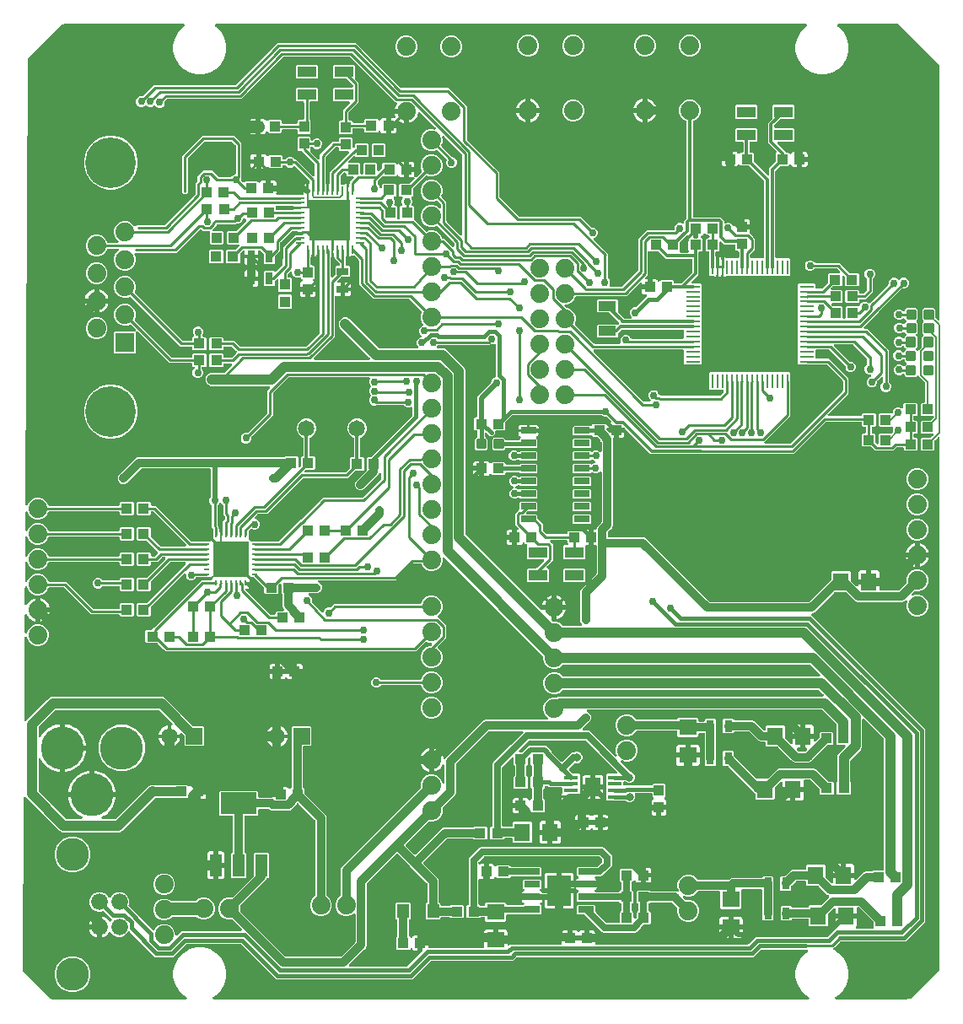
<source format=gbr>
G04 EAGLE Gerber X2 export*
%TF.Part,Single*%
%TF.FileFunction,Copper,L1,Top,Mixed*%
%TF.FilePolarity,Positive*%
%TF.GenerationSoftware,Autodesk,EAGLE,8.6.0*%
%TF.CreationDate,2018-05-31T17:21:58Z*%
G75*
%MOMM*%
%FSLAX34Y34*%
%LPD*%
%AMOC8*
5,1,8,0,0,1.08239X$1,22.5*%
G01*
%ADD10R,1.100000X1.000000*%
%ADD11C,1.651000*%
%ADD12R,1.651000X1.651000*%
%ADD13R,3.600000X3.600000*%
%ADD14R,0.250000X0.600000*%
%ADD15R,0.600000X0.250000*%
%ADD16C,4.318000*%
%ADD17C,1.676400*%
%ADD18C,3.302000*%
%ADD19C,1.879600*%
%ADD20R,1.219200X2.235200*%
%ADD21R,3.600000X2.200000*%
%ADD22R,1.550000X0.650000*%
%ADD23R,2.410000X3.100000*%
%ADD24R,1.200000X1.400000*%
%ADD25R,0.800000X1.200000*%
%ADD26R,1.422400X0.431800*%
%ADD27R,1.574800X1.879600*%
%ADD28R,1.000000X1.100000*%
%ADD29R,0.838200X0.279400*%
%ADD30R,0.279400X0.838200*%
%ADD31R,4.140200X4.140200*%
%ADD32C,0.762000*%
%ADD33R,1.200000X0.800000*%
%ADD34R,1.900000X1.100000*%
%ADD35R,1.879600X1.879600*%
%ADD36C,5.080000*%
%ADD37R,1.473200X0.279400*%
%ADD38R,0.279400X1.473200*%
%ADD39R,1.524000X0.635000*%
%ADD40C,0.300000*%
%ADD41R,1.800000X1.000000*%
%ADD42R,1.800000X1.600000*%
%ADD43R,1.600000X1.800000*%
%ADD44C,0.254000*%
%ADD45C,0.756400*%
%ADD46C,1.016000*%
%ADD47C,0.812800*%
%ADD48C,0.203200*%
%ADD49C,0.609600*%
%ADD50C,0.660400*%
%ADD51C,0.806400*%
%ADD52C,0.406400*%
%ADD53C,0.304800*%
%ADD54C,1.270000*%
%ADD55C,0.152400*%
%ADD56C,0.508000*%
%ADD57C,0.889000*%

G36*
X44389Y27828D02*
X44389Y27828D01*
X44528Y27851D01*
X44669Y27871D01*
X44692Y27879D01*
X44702Y27880D01*
X44719Y27888D01*
X44822Y27923D01*
X44864Y27941D01*
X46326Y27941D01*
X46345Y27943D01*
X46450Y27947D01*
X47904Y28090D01*
X48214Y27996D01*
X48319Y27978D01*
X48422Y27951D01*
X48506Y27946D01*
X48527Y27942D01*
X48543Y27943D01*
X48583Y27941D01*
X173874Y27941D01*
X174019Y27959D01*
X174164Y27974D01*
X174177Y27979D01*
X174190Y27981D01*
X174325Y28034D01*
X174462Y28085D01*
X174473Y28093D01*
X174486Y28098D01*
X174603Y28183D01*
X174723Y28266D01*
X174732Y28277D01*
X174743Y28284D01*
X174836Y28396D01*
X174931Y28507D01*
X174937Y28519D01*
X174946Y28529D01*
X175008Y28661D01*
X175073Y28792D01*
X175076Y28805D01*
X175081Y28817D01*
X175109Y28959D01*
X175139Y29103D01*
X175139Y29116D01*
X175141Y29129D01*
X175132Y29274D01*
X175126Y29420D01*
X175122Y29433D01*
X175121Y29447D01*
X175077Y29585D01*
X175035Y29725D01*
X175028Y29737D01*
X175023Y29749D01*
X174946Y29872D01*
X174870Y29997D01*
X174860Y30007D01*
X174853Y30018D01*
X174747Y30118D01*
X174643Y30220D01*
X174628Y30230D01*
X174622Y30236D01*
X174607Y30244D01*
X174509Y30309D01*
X171584Y31998D01*
X166618Y36964D01*
X163107Y43045D01*
X161289Y49829D01*
X161289Y56851D01*
X163107Y63635D01*
X166618Y69716D01*
X171584Y74682D01*
X177665Y78193D01*
X184449Y80011D01*
X191471Y80011D01*
X198255Y78193D01*
X204336Y74682D01*
X209302Y69716D01*
X212813Y63635D01*
X214631Y56851D01*
X214631Y49829D01*
X212813Y43045D01*
X209302Y36964D01*
X204336Y31998D01*
X201411Y30309D01*
X201295Y30221D01*
X201177Y30136D01*
X201168Y30125D01*
X201158Y30117D01*
X201067Y30003D01*
X200974Y29891D01*
X200968Y29878D01*
X200960Y29868D01*
X200900Y29734D01*
X200839Y29603D01*
X200836Y29590D01*
X200831Y29577D01*
X200806Y29433D01*
X200779Y29290D01*
X200780Y29277D01*
X200777Y29264D01*
X200790Y29118D01*
X200799Y28973D01*
X200803Y28960D01*
X200804Y28947D01*
X200852Y28809D01*
X200897Y28671D01*
X200904Y28659D01*
X200908Y28646D01*
X200989Y28525D01*
X201067Y28402D01*
X201077Y28393D01*
X201084Y28381D01*
X201192Y28284D01*
X201298Y28184D01*
X201310Y28177D01*
X201320Y28168D01*
X201449Y28101D01*
X201577Y28030D01*
X201590Y28027D01*
X201602Y28021D01*
X201744Y27987D01*
X201885Y27951D01*
X201903Y27950D01*
X201912Y27948D01*
X201929Y27948D01*
X202046Y27941D01*
X798714Y27941D01*
X798859Y27959D01*
X799004Y27974D01*
X799017Y27979D01*
X799030Y27981D01*
X799165Y28034D01*
X799302Y28085D01*
X799313Y28093D01*
X799326Y28098D01*
X799443Y28183D01*
X799563Y28266D01*
X799572Y28277D01*
X799583Y28284D01*
X799676Y28396D01*
X799771Y28507D01*
X799777Y28519D01*
X799786Y28529D01*
X799848Y28661D01*
X799913Y28792D01*
X799916Y28805D01*
X799921Y28817D01*
X799949Y28959D01*
X799979Y29103D01*
X799979Y29116D01*
X799981Y29129D01*
X799972Y29274D01*
X799966Y29420D01*
X799962Y29433D01*
X799961Y29447D01*
X799917Y29585D01*
X799875Y29725D01*
X799868Y29737D01*
X799863Y29749D01*
X799786Y29872D01*
X799710Y29997D01*
X799700Y30007D01*
X799693Y30018D01*
X799587Y30118D01*
X799483Y30220D01*
X799468Y30230D01*
X799462Y30236D01*
X799447Y30244D01*
X799349Y30309D01*
X796424Y31998D01*
X791458Y36964D01*
X787947Y43045D01*
X786129Y49829D01*
X786129Y56851D01*
X787947Y63635D01*
X791458Y69716D01*
X796424Y74682D01*
X798251Y75737D01*
X798367Y75825D01*
X798485Y75910D01*
X798494Y75921D01*
X798504Y75929D01*
X798595Y76043D01*
X798688Y76155D01*
X798693Y76168D01*
X798702Y76178D01*
X798761Y76311D01*
X798823Y76443D01*
X798826Y76456D01*
X798831Y76469D01*
X798856Y76613D01*
X798883Y76756D01*
X798882Y76769D01*
X798884Y76782D01*
X798872Y76928D01*
X798863Y77073D01*
X798859Y77086D01*
X798858Y77099D01*
X798810Y77236D01*
X798765Y77375D01*
X798758Y77387D01*
X798754Y77400D01*
X798673Y77521D01*
X798595Y77644D01*
X798585Y77653D01*
X798578Y77665D01*
X798470Y77762D01*
X798363Y77862D01*
X798352Y77869D01*
X798342Y77878D01*
X798213Y77945D01*
X798085Y78016D01*
X798072Y78019D01*
X798060Y78025D01*
X797918Y78059D01*
X797777Y78095D01*
X797759Y78096D01*
X797750Y78098D01*
X797733Y78098D01*
X797616Y78105D01*
X751964Y78105D01*
X751865Y78093D01*
X751766Y78090D01*
X751708Y78073D01*
X751648Y78065D01*
X751556Y78029D01*
X751461Y78001D01*
X751409Y77971D01*
X751352Y77948D01*
X751272Y77890D01*
X751187Y77840D01*
X751112Y77774D01*
X751095Y77762D01*
X751087Y77752D01*
X751066Y77734D01*
X743772Y70439D01*
X506525Y70439D01*
X506427Y70427D01*
X506328Y70424D01*
X506270Y70407D01*
X506209Y70399D01*
X506117Y70363D01*
X506022Y70335D01*
X505970Y70305D01*
X505914Y70282D01*
X505834Y70224D01*
X505748Y70174D01*
X505673Y70108D01*
X505656Y70096D01*
X505649Y70086D01*
X505627Y70068D01*
X502441Y66881D01*
X420599Y66881D01*
X420500Y66869D01*
X420401Y66866D01*
X420343Y66849D01*
X420283Y66841D01*
X420191Y66805D01*
X420096Y66777D01*
X420044Y66747D01*
X419987Y66724D01*
X419907Y66666D01*
X419822Y66616D01*
X419747Y66550D01*
X419730Y66538D01*
X419722Y66528D01*
X419701Y66510D01*
X401451Y48259D01*
X264582Y48259D01*
X262127Y50715D01*
X229394Y83448D01*
X229315Y83508D01*
X229243Y83576D01*
X229190Y83605D01*
X229142Y83642D01*
X229051Y83682D01*
X228965Y83730D01*
X228906Y83745D01*
X228850Y83769D01*
X228752Y83784D01*
X228657Y83809D01*
X228557Y83815D01*
X228536Y83819D01*
X228524Y83817D01*
X228496Y83819D01*
X175033Y83819D01*
X174935Y83807D01*
X174836Y83804D01*
X174778Y83787D01*
X174718Y83779D01*
X174626Y83743D01*
X174531Y83715D01*
X174479Y83685D01*
X174422Y83662D01*
X174342Y83604D01*
X174257Y83554D01*
X174181Y83488D01*
X174165Y83476D01*
X174157Y83466D01*
X174136Y83448D01*
X161236Y70548D01*
X142929Y70548D01*
X140474Y73003D01*
X117726Y95751D01*
X117686Y95781D01*
X117653Y95818D01*
X117561Y95878D01*
X117474Y95946D01*
X117429Y95966D01*
X117387Y95993D01*
X117283Y96029D01*
X117183Y96072D01*
X117134Y96080D01*
X117086Y96096D01*
X116977Y96105D01*
X116869Y96122D01*
X116819Y96117D01*
X116769Y96121D01*
X116661Y96103D01*
X116552Y96092D01*
X116505Y96075D01*
X116456Y96067D01*
X116356Y96022D01*
X116253Y95985D01*
X116212Y95957D01*
X116166Y95936D01*
X116080Y95868D01*
X115989Y95806D01*
X115957Y95769D01*
X115918Y95738D01*
X115852Y95650D01*
X115779Y95568D01*
X115756Y95523D01*
X115726Y95484D01*
X115656Y95339D01*
X115586Y95172D01*
X112800Y92385D01*
X109159Y90877D01*
X105217Y90877D01*
X101576Y92385D01*
X98688Y95274D01*
X98641Y95310D01*
X98600Y95354D01*
X98516Y95407D01*
X98437Y95469D01*
X98382Y95492D01*
X98332Y95524D01*
X98237Y95555D01*
X98145Y95595D01*
X98086Y95604D01*
X98029Y95623D01*
X97930Y95629D01*
X97831Y95645D01*
X97771Y95639D01*
X97712Y95643D01*
X97614Y95624D01*
X97514Y95615D01*
X97458Y95595D01*
X97400Y95584D01*
X97309Y95541D01*
X97215Y95507D01*
X97166Y95474D01*
X97112Y95449D01*
X97035Y95385D01*
X96952Y95329D01*
X96912Y95284D01*
X96866Y95246D01*
X96764Y95122D01*
X95707Y93668D01*
X94492Y92453D01*
X93101Y91442D01*
X91569Y90661D01*
X89934Y90130D01*
X89661Y90087D01*
X89661Y99768D01*
X89646Y99886D01*
X89639Y100005D01*
X89626Y100043D01*
X89621Y100083D01*
X89578Y100194D01*
X89541Y100307D01*
X89519Y100341D01*
X89504Y100379D01*
X89435Y100475D01*
X89371Y100576D01*
X89341Y100604D01*
X89318Y100636D01*
X89226Y100712D01*
X89146Y100787D01*
X89200Y100821D01*
X89228Y100851D01*
X89261Y100875D01*
X89337Y100966D01*
X89418Y101053D01*
X89438Y101088D01*
X89463Y101120D01*
X89514Y101227D01*
X89572Y101332D01*
X89582Y101371D01*
X89599Y101407D01*
X89621Y101524D01*
X89651Y101640D01*
X89655Y101700D01*
X89659Y101720D01*
X89657Y101740D01*
X89661Y101800D01*
X89661Y111481D01*
X89934Y111438D01*
X91569Y110907D01*
X93101Y110126D01*
X94492Y109115D01*
X95707Y107900D01*
X96764Y106446D01*
X96804Y106402D01*
X96838Y106353D01*
X96913Y106287D01*
X96981Y106214D01*
X97032Y106182D01*
X97076Y106143D01*
X97165Y106097D01*
X97250Y106043D01*
X97307Y106025D01*
X97360Y105998D01*
X97457Y105976D01*
X97552Y105945D01*
X97612Y105941D01*
X97670Y105928D01*
X97770Y105931D01*
X97870Y105925D01*
X97928Y105936D01*
X97988Y105938D01*
X98084Y105966D01*
X98182Y105984D01*
X98236Y106010D01*
X98293Y106026D01*
X98379Y106077D01*
X98470Y106120D01*
X98516Y106158D01*
X98567Y106188D01*
X98688Y106294D01*
X99392Y106999D01*
X99477Y107108D01*
X99566Y107215D01*
X99575Y107234D01*
X99587Y107250D01*
X99643Y107378D01*
X99702Y107503D01*
X99705Y107523D01*
X99714Y107542D01*
X99736Y107680D01*
X99761Y107816D01*
X99760Y107836D01*
X99763Y107856D01*
X99750Y107995D01*
X99742Y108133D01*
X99736Y108152D01*
X99734Y108172D01*
X99687Y108303D01*
X99644Y108435D01*
X99633Y108453D01*
X99626Y108472D01*
X99548Y108586D01*
X99474Y108704D01*
X99459Y108718D01*
X99447Y108735D01*
X99343Y108827D01*
X99242Y108922D01*
X99224Y108932D01*
X99209Y108945D01*
X99160Y108971D01*
X96510Y111620D01*
X96510Y111621D01*
X92001Y116129D01*
X91978Y116147D01*
X91959Y116169D01*
X91853Y116244D01*
X91750Y116324D01*
X91723Y116335D01*
X91699Y116352D01*
X91577Y116398D01*
X91458Y116450D01*
X91429Y116455D01*
X91401Y116465D01*
X91272Y116480D01*
X91144Y116500D01*
X91115Y116497D01*
X91085Y116500D01*
X90957Y116482D01*
X90827Y116470D01*
X90800Y116460D01*
X90770Y116456D01*
X90618Y116404D01*
X89347Y115877D01*
X85405Y115877D01*
X81764Y117385D01*
X78977Y120172D01*
X77469Y123813D01*
X77469Y127755D01*
X78977Y131396D01*
X81764Y134183D01*
X85405Y135691D01*
X89347Y135691D01*
X92988Y134183D01*
X95775Y131396D01*
X96109Y130587D01*
X96178Y130466D01*
X96243Y130344D01*
X96257Y130329D01*
X96267Y130311D01*
X96364Y130211D01*
X96457Y130108D01*
X96474Y130097D01*
X96488Y130083D01*
X96607Y130010D01*
X96723Y129934D01*
X96742Y129927D01*
X96759Y129916D01*
X96892Y129875D01*
X97024Y129830D01*
X97044Y129829D01*
X97063Y129823D01*
X97202Y129816D01*
X97341Y129805D01*
X97361Y129809D01*
X97381Y129808D01*
X97517Y129836D01*
X97654Y129860D01*
X97673Y129868D01*
X97692Y129872D01*
X97817Y129933D01*
X97944Y129990D01*
X97960Y130003D01*
X97978Y130012D01*
X98084Y130102D01*
X98192Y130189D01*
X98205Y130205D01*
X98220Y130218D01*
X98300Y130332D01*
X98384Y130443D01*
X98396Y130468D01*
X98403Y130478D01*
X98410Y130497D01*
X98455Y130587D01*
X98789Y131396D01*
X101576Y134183D01*
X105217Y135691D01*
X109159Y135691D01*
X112800Y134183D01*
X115587Y131396D01*
X117095Y127755D01*
X117095Y123813D01*
X116568Y122542D01*
X116560Y122514D01*
X116547Y122487D01*
X116518Y122360D01*
X116484Y122235D01*
X116484Y122206D01*
X116477Y122177D01*
X116481Y122047D01*
X116479Y121917D01*
X116486Y121889D01*
X116487Y121859D01*
X116523Y121734D01*
X116553Y121608D01*
X116567Y121582D01*
X116575Y121554D01*
X116641Y121442D01*
X116702Y121327D01*
X116722Y121305D01*
X116737Y121280D01*
X116843Y121159D01*
X140230Y97772D01*
X140409Y97593D01*
X140448Y97562D01*
X140482Y97526D01*
X140574Y97465D01*
X140660Y97398D01*
X140706Y97378D01*
X140748Y97351D01*
X140851Y97315D01*
X140952Y97272D01*
X141001Y97264D01*
X141048Y97248D01*
X141158Y97239D01*
X141266Y97222D01*
X141316Y97226D01*
X141365Y97222D01*
X141474Y97241D01*
X141583Y97252D01*
X141630Y97268D01*
X141679Y97277D01*
X141779Y97322D01*
X141882Y97359D01*
X141923Y97387D01*
X141969Y97407D01*
X142055Y97476D01*
X142145Y97538D01*
X142178Y97575D01*
X142217Y97606D01*
X142283Y97694D01*
X142356Y97776D01*
X142378Y97820D01*
X142408Y97860D01*
X142479Y98005D01*
X142823Y98834D01*
X145895Y101906D01*
X149910Y103569D01*
X154255Y103569D01*
X158270Y101906D01*
X161342Y98834D01*
X163005Y94819D01*
X163005Y93344D01*
X163023Y93206D01*
X163036Y93067D01*
X163043Y93048D01*
X163045Y93028D01*
X163096Y92899D01*
X163143Y92768D01*
X163155Y92751D01*
X163162Y92732D01*
X163244Y92620D01*
X163322Y92505D01*
X163337Y92492D01*
X163349Y92475D01*
X163456Y92386D01*
X163560Y92294D01*
X163578Y92285D01*
X163594Y92272D01*
X163720Y92213D01*
X163844Y92150D01*
X163863Y92145D01*
X163882Y92137D01*
X164018Y92111D01*
X164154Y92080D01*
X164174Y92081D01*
X164194Y92077D01*
X164332Y92086D01*
X164472Y92090D01*
X164491Y92095D01*
X164511Y92097D01*
X164644Y92140D01*
X164777Y92178D01*
X164795Y92189D01*
X164814Y92195D01*
X164932Y92269D01*
X165051Y92340D01*
X165072Y92358D01*
X165083Y92365D01*
X165097Y92380D01*
X165172Y92446D01*
X169247Y96521D01*
X229061Y96521D01*
X229199Y96538D01*
X229338Y96551D01*
X229357Y96558D01*
X229377Y96561D01*
X229506Y96612D01*
X229637Y96659D01*
X229654Y96670D01*
X229673Y96678D01*
X229785Y96759D01*
X229900Y96837D01*
X229914Y96853D01*
X229930Y96864D01*
X230019Y96972D01*
X230111Y97076D01*
X230120Y97094D01*
X230133Y97109D01*
X230192Y97235D01*
X230255Y97359D01*
X230260Y97379D01*
X230268Y97397D01*
X230294Y97533D01*
X230325Y97669D01*
X230324Y97690D01*
X230328Y97709D01*
X230319Y97848D01*
X230315Y97987D01*
X230310Y98007D01*
X230308Y98027D01*
X230266Y98159D01*
X230227Y98293D01*
X230217Y98310D01*
X230210Y98329D01*
X230136Y98447D01*
X230065Y98567D01*
X230047Y98588D01*
X230040Y98598D01*
X230025Y98612D01*
X229959Y98687D01*
X220858Y107788D01*
X220835Y107806D01*
X220815Y107829D01*
X220710Y107903D01*
X220607Y107983D01*
X220580Y107995D01*
X220555Y108012D01*
X220434Y108058D01*
X220315Y108109D01*
X220286Y108114D01*
X220258Y108125D01*
X220130Y108139D01*
X220001Y108159D01*
X219971Y108156D01*
X219942Y108160D01*
X219814Y108142D01*
X219795Y108140D01*
X215315Y108140D01*
X211300Y109803D01*
X208228Y112875D01*
X206565Y116890D01*
X206565Y121235D01*
X208228Y125250D01*
X211300Y128322D01*
X215315Y129985D01*
X219755Y129985D01*
X219781Y129978D01*
X219811Y129978D01*
X219840Y129971D01*
X219970Y129975D01*
X220099Y129973D01*
X220128Y129980D01*
X220158Y129981D01*
X220283Y130017D01*
X220409Y130047D01*
X220435Y130061D01*
X220464Y130069D01*
X220575Y130135D01*
X220690Y130195D01*
X220712Y130215D01*
X220738Y130231D01*
X220858Y130337D01*
X242134Y151613D01*
X242195Y151691D01*
X242263Y151763D01*
X242292Y151816D01*
X242329Y151864D01*
X242368Y151955D01*
X242416Y152042D01*
X242431Y152100D01*
X242455Y152156D01*
X242471Y152254D01*
X242496Y152349D01*
X242502Y152450D01*
X242505Y152470D01*
X242504Y152482D01*
X242506Y152510D01*
X242506Y174495D01*
X243399Y175388D01*
X256854Y175388D01*
X257747Y174495D01*
X257747Y150879D01*
X256854Y149986D01*
X256313Y149986D01*
X256284Y149983D01*
X256255Y149985D01*
X256127Y149963D01*
X255998Y149946D01*
X255970Y149936D01*
X255941Y149931D01*
X255822Y149877D01*
X255702Y149829D01*
X255678Y149812D01*
X255651Y149800D01*
X255550Y149719D01*
X255445Y149643D01*
X255426Y149620D01*
X255403Y149601D01*
X255325Y149498D01*
X255242Y149398D01*
X255229Y149371D01*
X255212Y149347D01*
X255141Y149203D01*
X254864Y148536D01*
X253114Y146785D01*
X228762Y122433D01*
X228744Y122410D01*
X228721Y122390D01*
X228647Y122285D01*
X228567Y122182D01*
X228555Y122155D01*
X228538Y122130D01*
X228492Y122009D01*
X228441Y121890D01*
X228436Y121861D01*
X228425Y121833D01*
X228411Y121704D01*
X228391Y121576D01*
X228394Y121546D01*
X228390Y121517D01*
X228408Y121389D01*
X228410Y121370D01*
X228410Y116795D01*
X228403Y116769D01*
X228403Y116739D01*
X228396Y116710D01*
X228397Y116680D01*
X228395Y116668D01*
X228400Y116582D01*
X228400Y116580D01*
X228398Y116451D01*
X228405Y116422D01*
X228406Y116392D01*
X228413Y116365D01*
X228414Y116351D01*
X228443Y116262D01*
X228472Y116141D01*
X228486Y116115D01*
X228494Y116086D01*
X228507Y116065D01*
X228512Y116048D01*
X228566Y115963D01*
X228620Y115860D01*
X228640Y115838D01*
X228656Y115812D01*
X228677Y115789D01*
X228682Y115779D01*
X228696Y115767D01*
X228762Y115692D01*
X273469Y70984D01*
X273547Y70924D01*
X273620Y70856D01*
X273673Y70827D01*
X273720Y70790D01*
X273811Y70750D01*
X273898Y70702D01*
X273957Y70687D01*
X274012Y70663D01*
X274110Y70648D01*
X274206Y70623D01*
X274306Y70617D01*
X274326Y70613D01*
X274339Y70615D01*
X274367Y70613D01*
X329391Y70613D01*
X329490Y70625D01*
X329589Y70628D01*
X329647Y70645D01*
X329707Y70653D01*
X329799Y70689D01*
X329894Y70717D01*
X329946Y70747D01*
X330003Y70770D01*
X330083Y70828D01*
X330168Y70878D01*
X330243Y70944D01*
X330260Y70956D01*
X330268Y70966D01*
X330289Y70984D01*
X343988Y84684D01*
X344049Y84762D01*
X344117Y84834D01*
X344146Y84887D01*
X344183Y84935D01*
X344222Y85026D01*
X344270Y85113D01*
X344285Y85171D01*
X344309Y85227D01*
X344325Y85325D01*
X344350Y85420D01*
X344356Y85521D01*
X344359Y85541D01*
X344358Y85553D01*
X344360Y85581D01*
X344360Y113123D01*
X344342Y113261D01*
X344329Y113400D01*
X344322Y113419D01*
X344320Y113439D01*
X344269Y113568D01*
X344222Y113699D01*
X344210Y113716D01*
X344203Y113735D01*
X344121Y113847D01*
X344043Y113962D01*
X344028Y113976D01*
X344016Y113992D01*
X343909Y114081D01*
X343805Y114173D01*
X343787Y114182D01*
X343771Y114195D01*
X343645Y114254D01*
X343521Y114317D01*
X343502Y114322D01*
X343483Y114330D01*
X343347Y114356D01*
X343211Y114387D01*
X343191Y114386D01*
X343171Y114390D01*
X343033Y114382D01*
X342893Y114377D01*
X342874Y114372D01*
X342854Y114370D01*
X342722Y114328D01*
X342588Y114289D01*
X342570Y114279D01*
X342551Y114272D01*
X342433Y114198D01*
X342314Y114127D01*
X342293Y114109D01*
X342282Y114102D01*
X342268Y114087D01*
X342193Y114021D01*
X341150Y112978D01*
X337135Y111315D01*
X332790Y111315D01*
X328775Y112978D01*
X325703Y116050D01*
X324040Y120065D01*
X324040Y124410D01*
X325703Y128425D01*
X328843Y131565D01*
X328866Y131578D01*
X328888Y131599D01*
X328913Y131615D01*
X329002Y131709D01*
X329095Y131799D01*
X329110Y131825D01*
X329131Y131846D01*
X329193Y131960D01*
X329261Y132071D01*
X329270Y132099D01*
X329284Y132125D01*
X329316Y132250D01*
X329355Y132374D01*
X329356Y132404D01*
X329364Y132433D01*
X329374Y132593D01*
X329374Y158274D01*
X330225Y160328D01*
X409413Y239517D01*
X409431Y239540D01*
X409454Y239560D01*
X409528Y239665D01*
X409608Y239768D01*
X409620Y239795D01*
X409637Y239820D01*
X409683Y239941D01*
X409734Y240060D01*
X409739Y240089D01*
X409750Y240117D01*
X409764Y240245D01*
X409784Y240374D01*
X409781Y240404D01*
X409785Y240433D01*
X409767Y240561D01*
X409765Y240580D01*
X409765Y245060D01*
X411428Y249075D01*
X414500Y252147D01*
X418515Y253810D01*
X422860Y253810D01*
X426875Y252147D01*
X429947Y249075D01*
X431389Y245593D01*
X431424Y245533D01*
X431450Y245468D01*
X431502Y245395D01*
X431547Y245317D01*
X431595Y245267D01*
X431636Y245210D01*
X431706Y245153D01*
X431768Y245089D01*
X431828Y245052D01*
X431881Y245008D01*
X431963Y244969D01*
X432039Y244922D01*
X432106Y244902D01*
X432169Y244872D01*
X432257Y244855D01*
X432343Y244829D01*
X432413Y244825D01*
X432482Y244812D01*
X432571Y244818D01*
X432661Y244814D01*
X432729Y244828D01*
X432799Y244832D01*
X432884Y244860D01*
X432972Y244878D01*
X433035Y244909D01*
X433101Y244930D01*
X433177Y244978D01*
X433258Y245018D01*
X433311Y245063D01*
X433370Y245100D01*
X433432Y245166D01*
X433500Y245224D01*
X433540Y245281D01*
X433588Y245332D01*
X433631Y245410D01*
X433683Y245484D01*
X433708Y245549D01*
X433742Y245610D01*
X433764Y245697D01*
X433796Y245781D01*
X433804Y245851D01*
X433821Y245918D01*
X433831Y246079D01*
X433831Y262500D01*
X433829Y262519D01*
X433831Y262539D01*
X433809Y262677D01*
X433791Y262815D01*
X433784Y262834D01*
X433781Y262853D01*
X433726Y262981D01*
X433674Y263111D01*
X433663Y263127D01*
X433655Y263145D01*
X433570Y263255D01*
X433488Y263368D01*
X433472Y263381D01*
X433460Y263397D01*
X433350Y263482D01*
X433243Y263571D01*
X433224Y263579D01*
X433209Y263592D01*
X433081Y263647D01*
X432955Y263706D01*
X432935Y263710D01*
X432917Y263718D01*
X432779Y263740D01*
X432643Y263766D01*
X432623Y263765D01*
X432603Y263768D01*
X432464Y263755D01*
X432325Y263746D01*
X432306Y263740D01*
X432286Y263738D01*
X432155Y263691D01*
X432023Y263648D01*
X432006Y263638D01*
X431987Y263631D01*
X431872Y263553D01*
X431754Y263478D01*
X431740Y263464D01*
X431724Y263453D01*
X431632Y263348D01*
X431536Y263247D01*
X431526Y263229D01*
X431513Y263214D01*
X431431Y263076D01*
X430898Y262030D01*
X429794Y260510D01*
X428465Y259181D01*
X426945Y258077D01*
X425270Y257223D01*
X423483Y256643D01*
X423227Y256602D01*
X423227Y267017D01*
X423212Y267136D01*
X423204Y267254D01*
X423192Y267293D01*
X423187Y267333D01*
X423143Y267444D01*
X423106Y267557D01*
X423085Y267591D01*
X423070Y267629D01*
X423000Y267725D01*
X422936Y267825D01*
X422907Y267853D01*
X422883Y267886D01*
X422791Y267962D01*
X422705Y268043D01*
X422669Y268063D01*
X422638Y268089D01*
X422530Y268139D01*
X422426Y268197D01*
X422387Y268207D01*
X422350Y268224D01*
X422234Y268247D01*
X422118Y268276D01*
X422058Y268280D01*
X422038Y268284D01*
X422018Y268283D01*
X421957Y268287D01*
X420687Y268287D01*
X420687Y268288D01*
X421957Y268288D01*
X422076Y268303D01*
X422194Y268311D01*
X422233Y268323D01*
X422273Y268328D01*
X422384Y268372D01*
X422497Y268409D01*
X422531Y268430D01*
X422569Y268445D01*
X422665Y268515D01*
X422766Y268579D01*
X422793Y268608D01*
X422826Y268632D01*
X422902Y268724D01*
X422984Y268811D01*
X423003Y268846D01*
X423029Y268877D01*
X423080Y268985D01*
X423137Y269089D01*
X423147Y269128D01*
X423164Y269165D01*
X423187Y269282D01*
X423216Y269397D01*
X423220Y269457D01*
X423224Y269477D01*
X423223Y269497D01*
X423227Y269558D01*
X423227Y279973D01*
X423483Y279932D01*
X425270Y279352D01*
X426945Y278498D01*
X428465Y277394D01*
X429794Y276065D01*
X430898Y274545D01*
X431752Y272870D01*
X432332Y271083D01*
X432465Y270245D01*
X432476Y270207D01*
X432480Y270167D01*
X432520Y270054D01*
X432554Y269939D01*
X432574Y269905D01*
X432587Y269868D01*
X432655Y269769D01*
X432716Y269666D01*
X432744Y269637D01*
X432766Y269605D01*
X432856Y269525D01*
X432940Y269441D01*
X432975Y269420D01*
X433004Y269394D01*
X433111Y269340D01*
X433214Y269279D01*
X433252Y269268D01*
X433288Y269249D01*
X433404Y269223D01*
X433519Y269190D01*
X433559Y269188D01*
X433598Y269180D01*
X433718Y269183D01*
X433837Y269180D01*
X433876Y269188D01*
X433916Y269189D01*
X434031Y269223D01*
X434148Y269249D01*
X434183Y269267D01*
X434221Y269278D01*
X434324Y269339D01*
X434431Y269393D01*
X434461Y269419D01*
X434495Y269439D01*
X434616Y269546D01*
X471080Y306009D01*
X472830Y307760D01*
X474884Y308611D01*
X536732Y308611D01*
X536869Y308628D01*
X537008Y308641D01*
X537027Y308648D01*
X537048Y308651D01*
X537176Y308702D01*
X537308Y308749D01*
X537324Y308760D01*
X537343Y308768D01*
X537456Y308849D01*
X537571Y308927D01*
X537584Y308943D01*
X537601Y308954D01*
X537689Y309062D01*
X537781Y309166D01*
X537790Y309184D01*
X537803Y309199D01*
X537863Y309325D01*
X537926Y309449D01*
X537930Y309469D01*
X537939Y309487D01*
X537965Y309623D01*
X537995Y309759D01*
X537995Y309780D01*
X537999Y309799D01*
X537990Y309938D01*
X537986Y310077D01*
X537980Y310097D01*
X537979Y310117D01*
X537936Y310249D01*
X537897Y310383D01*
X537887Y310400D01*
X537881Y310419D01*
X537806Y310537D01*
X537736Y310657D01*
X537717Y310678D01*
X537711Y310688D01*
X537696Y310702D01*
X537629Y310777D01*
X534554Y313853D01*
X532891Y317867D01*
X532891Y322213D01*
X534554Y326227D01*
X537627Y329300D01*
X541641Y330963D01*
X545129Y330963D01*
X545138Y330964D01*
X545147Y330963D01*
X545296Y330984D01*
X545444Y331003D01*
X545453Y331006D01*
X545462Y331007D01*
X545615Y331059D01*
X547834Y331979D01*
X813108Y331979D01*
X813246Y331996D01*
X813385Y332009D01*
X813404Y332016D01*
X813424Y332019D01*
X813553Y332070D01*
X813684Y332117D01*
X813701Y332128D01*
X813719Y332136D01*
X813832Y332217D01*
X813947Y332295D01*
X813960Y332311D01*
X813977Y332322D01*
X814066Y332430D01*
X814157Y332534D01*
X814167Y332552D01*
X814180Y332567D01*
X814239Y332693D01*
X814302Y332817D01*
X814307Y332837D01*
X814315Y332855D01*
X814341Y332991D01*
X814372Y333127D01*
X814371Y333148D01*
X814375Y333167D01*
X814366Y333306D01*
X814362Y333445D01*
X814356Y333465D01*
X814355Y333485D01*
X814312Y333617D01*
X814274Y333751D01*
X814263Y333768D01*
X814257Y333787D01*
X814183Y333905D01*
X814112Y334025D01*
X814094Y334046D01*
X814087Y334056D01*
X814072Y334070D01*
X814006Y334145D01*
X809688Y338464D01*
X809609Y338524D01*
X809537Y338592D01*
X809484Y338621D01*
X809436Y338658D01*
X809345Y338698D01*
X809259Y338746D01*
X809200Y338761D01*
X809145Y338785D01*
X809047Y338800D01*
X808951Y338825D01*
X808851Y338831D01*
X808830Y338835D01*
X808818Y338833D01*
X808790Y338835D01*
X553182Y338835D01*
X553084Y338823D01*
X552985Y338820D01*
X552927Y338803D01*
X552867Y338795D01*
X552774Y338759D01*
X552679Y338731D01*
X552627Y338701D01*
X552571Y338678D01*
X552491Y338620D01*
X552405Y338570D01*
X552330Y338504D01*
X552314Y338492D01*
X552306Y338482D01*
X552285Y338464D01*
X550001Y336180D01*
X545987Y334517D01*
X541641Y334517D01*
X537627Y336180D01*
X534554Y339253D01*
X532891Y343267D01*
X532891Y347613D01*
X534554Y351627D01*
X537627Y354700D01*
X541641Y356363D01*
X545987Y356363D01*
X550001Y354700D01*
X552285Y352416D01*
X552363Y352356D01*
X552435Y352288D01*
X552488Y352259D01*
X552536Y352222D01*
X552627Y352182D01*
X552713Y352134D01*
X552772Y352119D01*
X552828Y352095D01*
X552926Y352080D01*
X553021Y352055D01*
X553121Y352049D01*
X553142Y352045D01*
X553154Y352047D01*
X553182Y352045D01*
X809566Y352045D01*
X809703Y352062D01*
X809842Y352075D01*
X809861Y352082D01*
X809881Y352085D01*
X810010Y352136D01*
X810142Y352183D01*
X810158Y352194D01*
X810177Y352202D01*
X810289Y352283D01*
X810405Y352361D01*
X810418Y352377D01*
X810434Y352388D01*
X810523Y352495D01*
X810615Y352600D01*
X810624Y352618D01*
X810637Y352633D01*
X810697Y352759D01*
X810760Y352883D01*
X810764Y352903D01*
X810773Y352921D01*
X810799Y353057D01*
X810829Y353193D01*
X810829Y353214D01*
X810833Y353233D01*
X810824Y353372D01*
X810820Y353511D01*
X810814Y353531D01*
X810813Y353551D01*
X810770Y353683D01*
X810731Y353817D01*
X810721Y353834D01*
X810715Y353853D01*
X810640Y353971D01*
X810570Y354091D01*
X810551Y354112D01*
X810545Y354122D01*
X810530Y354136D01*
X810463Y354211D01*
X800811Y363864D01*
X800733Y363924D01*
X800661Y363992D01*
X800608Y364021D01*
X800560Y364058D01*
X800469Y364098D01*
X800382Y364146D01*
X800324Y364161D01*
X800268Y364185D01*
X800170Y364200D01*
X800075Y364225D01*
X799975Y364231D01*
X799954Y364235D01*
X799942Y364233D01*
X799914Y364235D01*
X553182Y364235D01*
X553084Y364223D01*
X552985Y364220D01*
X552927Y364203D01*
X552867Y364195D01*
X552774Y364159D01*
X552679Y364131D01*
X552627Y364101D01*
X552571Y364078D01*
X552491Y364020D01*
X552405Y363970D01*
X552330Y363904D01*
X552314Y363892D01*
X552306Y363882D01*
X552285Y363864D01*
X550001Y361580D01*
X545987Y359917D01*
X541641Y359917D01*
X537627Y361580D01*
X534554Y364653D01*
X532891Y368667D01*
X532891Y371896D01*
X532879Y371995D01*
X532876Y372094D01*
X532859Y372152D01*
X532851Y372212D01*
X532815Y372304D01*
X532787Y372399D01*
X532757Y372451D01*
X532734Y372508D01*
X532676Y372588D01*
X532626Y372673D01*
X532560Y372749D01*
X532548Y372765D01*
X532538Y372773D01*
X532520Y372794D01*
X433777Y471537D01*
X433667Y471622D01*
X433560Y471710D01*
X433542Y471719D01*
X433526Y471731D01*
X433398Y471787D01*
X433272Y471846D01*
X433253Y471850D01*
X433234Y471858D01*
X433096Y471880D01*
X432960Y471906D01*
X432940Y471904D01*
X432920Y471908D01*
X432781Y471895D01*
X432643Y471886D01*
X432623Y471880D01*
X432603Y471878D01*
X432472Y471831D01*
X432340Y471788D01*
X432323Y471777D01*
X432304Y471770D01*
X432189Y471692D01*
X432071Y471618D01*
X432057Y471603D01*
X432041Y471592D01*
X431949Y471488D01*
X431853Y471386D01*
X431844Y471368D01*
X431830Y471353D01*
X431767Y471229D01*
X431700Y471108D01*
X431695Y471088D01*
X431686Y471070D01*
X431655Y470934D01*
X431620Y470800D01*
X431619Y470772D01*
X431616Y470760D01*
X431617Y470739D01*
X431610Y470639D01*
X431610Y466902D01*
X429947Y462887D01*
X426875Y459815D01*
X422860Y458152D01*
X418515Y458152D01*
X414500Y459815D01*
X411428Y462887D01*
X410530Y465054D01*
X410503Y465101D01*
X410485Y465152D01*
X410425Y465239D01*
X410373Y465330D01*
X410335Y465369D01*
X410304Y465414D01*
X410225Y465483D01*
X410151Y465559D01*
X410105Y465587D01*
X410064Y465622D01*
X409970Y465670D01*
X409880Y465725D01*
X409829Y465741D01*
X409780Y465765D01*
X409677Y465787D01*
X409576Y465818D01*
X409522Y465821D01*
X409469Y465832D01*
X409308Y465836D01*
X402734Y465582D01*
X402660Y465569D01*
X402586Y465567D01*
X402504Y465543D01*
X402420Y465530D01*
X402352Y465499D01*
X402280Y465479D01*
X402207Y465436D01*
X402129Y465401D01*
X402070Y465355D01*
X402006Y465317D01*
X401885Y465211D01*
X387390Y450716D01*
X385381Y448707D01*
X307964Y448707D01*
X307895Y448698D01*
X307825Y448699D01*
X307737Y448678D01*
X307648Y448667D01*
X307583Y448641D01*
X307515Y448625D01*
X307436Y448583D01*
X307353Y448550D01*
X307296Y448509D01*
X307234Y448476D01*
X307168Y448416D01*
X307095Y448363D01*
X307051Y448309D01*
X306999Y448262D01*
X306950Y448187D01*
X306892Y448118D01*
X306863Y448055D01*
X306824Y447997D01*
X306795Y447911D01*
X306757Y447830D01*
X306744Y447762D01*
X306721Y447696D01*
X306714Y447606D01*
X306697Y447518D01*
X306701Y447448D01*
X306696Y447379D01*
X306711Y447290D01*
X306717Y447201D01*
X306738Y447134D01*
X306750Y447065D01*
X306787Y446984D01*
X306815Y446898D01*
X306852Y446839D01*
X306881Y446775D01*
X306937Y446705D01*
X306985Y446629D01*
X307036Y446581D01*
X307079Y446527D01*
X307151Y446473D01*
X307217Y446411D01*
X307278Y446378D01*
X307334Y446336D01*
X307478Y446265D01*
X307966Y446063D01*
X309538Y444491D01*
X310389Y442437D01*
X310389Y440213D01*
X309538Y438159D01*
X307966Y436587D01*
X305912Y435736D01*
X298355Y435736D01*
X298286Y435728D01*
X298216Y435729D01*
X298128Y435708D01*
X298039Y435696D01*
X297975Y435671D01*
X297907Y435654D01*
X297827Y435612D01*
X297744Y435579D01*
X297687Y435538D01*
X297626Y435506D01*
X297559Y435445D01*
X297486Y435393D01*
X297442Y435339D01*
X297390Y435292D01*
X297341Y435217D01*
X297284Y435148D01*
X297254Y435085D01*
X297215Y435026D01*
X297186Y434941D01*
X297148Y434860D01*
X297135Y434791D01*
X297112Y434725D01*
X297105Y434636D01*
X297088Y434548D01*
X297093Y434478D01*
X297087Y434408D01*
X297102Y434320D01*
X297108Y434230D01*
X297130Y434164D01*
X297142Y434095D01*
X297178Y434013D01*
X297206Y433928D01*
X297243Y433869D01*
X297272Y433805D01*
X297328Y433735D01*
X297376Y433659D01*
X297427Y433611D01*
X297471Y433557D01*
X297542Y433503D01*
X297608Y433441D01*
X297669Y433407D01*
X297725Y433365D01*
X297869Y433294D01*
X298281Y433124D01*
X299774Y431631D01*
X300582Y429681D01*
X300582Y427475D01*
X300591Y427403D01*
X300590Y427331D01*
X300611Y427246D01*
X300622Y427159D01*
X300648Y427092D01*
X300665Y427022D01*
X300707Y426945D01*
X300739Y426863D01*
X300781Y426805D01*
X300815Y426741D01*
X300916Y426616D01*
X310094Y416627D01*
X310153Y416578D01*
X310204Y416521D01*
X310273Y416476D01*
X310337Y416422D01*
X310406Y416389D01*
X310470Y416347D01*
X310548Y416320D01*
X310623Y416283D01*
X310698Y416268D01*
X310771Y416243D01*
X310853Y416237D01*
X310935Y416220D01*
X311011Y416224D01*
X311088Y416218D01*
X311169Y416232D01*
X311253Y416237D01*
X311326Y416259D01*
X311401Y416273D01*
X311477Y416307D01*
X311556Y416332D01*
X311621Y416372D01*
X311691Y416403D01*
X311756Y416455D01*
X311827Y416499D01*
X311880Y416554D01*
X311939Y416602D01*
X311989Y416668D01*
X312047Y416728D01*
X312085Y416795D01*
X312131Y416856D01*
X312201Y417000D01*
X313001Y418931D01*
X314494Y420424D01*
X316444Y421232D01*
X318329Y421232D01*
X318427Y421244D01*
X318526Y421247D01*
X318584Y421264D01*
X318644Y421272D01*
X318736Y421308D01*
X318831Y421336D01*
X318884Y421366D01*
X318940Y421389D01*
X319020Y421447D01*
X319105Y421497D01*
X319181Y421563D01*
X319197Y421575D01*
X319205Y421585D01*
X319226Y421603D01*
X322692Y425070D01*
X409174Y425070D01*
X409204Y425073D01*
X409233Y425071D01*
X409361Y425093D01*
X409490Y425110D01*
X409517Y425120D01*
X409546Y425125D01*
X409665Y425179D01*
X409786Y425227D01*
X409809Y425244D01*
X409836Y425256D01*
X409938Y425337D01*
X410043Y425413D01*
X410062Y425436D01*
X410085Y425455D01*
X410163Y425558D01*
X410246Y425658D01*
X410258Y425685D01*
X410276Y425709D01*
X410347Y425853D01*
X411428Y428462D01*
X414500Y431535D01*
X418515Y433198D01*
X422860Y433198D01*
X426875Y431535D01*
X429947Y428462D01*
X431610Y424448D01*
X431610Y420102D01*
X429947Y416088D01*
X427206Y413346D01*
X427133Y413252D01*
X427054Y413163D01*
X427036Y413127D01*
X427011Y413095D01*
X426963Y412985D01*
X426909Y412880D01*
X426901Y412840D01*
X426884Y412803D01*
X426866Y412685D01*
X426840Y412569D01*
X426841Y412529D01*
X426835Y412489D01*
X426846Y412370D01*
X426849Y412251D01*
X426861Y412213D01*
X426864Y412172D01*
X426905Y412060D01*
X426938Y411946D01*
X426958Y411911D01*
X426972Y411873D01*
X427039Y411774D01*
X427099Y411672D01*
X427139Y411627D01*
X427151Y411610D01*
X427166Y411596D01*
X427206Y411551D01*
X433665Y405092D01*
X435674Y403083D01*
X435674Y390667D01*
X427206Y382199D01*
X427133Y382105D01*
X427054Y382015D01*
X427036Y381980D01*
X427011Y381948D01*
X426963Y381838D01*
X426909Y381732D01*
X426901Y381693D01*
X426884Y381656D01*
X426866Y381538D01*
X426840Y381422D01*
X426841Y381382D01*
X426835Y381342D01*
X426846Y381223D01*
X426849Y381104D01*
X426861Y381065D01*
X426864Y381025D01*
X426905Y380913D01*
X426938Y380799D01*
X426958Y380764D01*
X426972Y380726D01*
X427039Y380627D01*
X427099Y380525D01*
X427139Y380479D01*
X427151Y380463D01*
X427166Y380449D01*
X427206Y380404D01*
X429947Y377662D01*
X431610Y373648D01*
X431610Y369302D01*
X429947Y365288D01*
X426875Y362215D01*
X422860Y360552D01*
X418515Y360552D01*
X414500Y362215D01*
X411428Y365288D01*
X409765Y369302D01*
X409765Y373648D01*
X411428Y377662D01*
X414500Y380735D01*
X418515Y382398D01*
X418974Y382398D01*
X419072Y382410D01*
X419171Y382413D01*
X419230Y382430D01*
X419290Y382438D01*
X419382Y382474D01*
X419477Y382502D01*
X419529Y382532D01*
X419585Y382555D01*
X419666Y382613D01*
X419751Y382663D01*
X419826Y382729D01*
X419843Y382741D01*
X419851Y382751D01*
X419872Y382769D01*
X419902Y382799D01*
X420888Y383786D01*
X420973Y383895D01*
X421062Y384002D01*
X421070Y384021D01*
X421083Y384037D01*
X421138Y384164D01*
X421197Y384290D01*
X421201Y384310D01*
X421209Y384329D01*
X421231Y384467D01*
X421257Y384603D01*
X421256Y384623D01*
X421259Y384643D01*
X421246Y384782D01*
X421237Y384920D01*
X421231Y384939D01*
X421229Y384959D01*
X421182Y385091D01*
X421139Y385222D01*
X421128Y385240D01*
X421122Y385259D01*
X421043Y385374D01*
X420969Y385491D01*
X420954Y385505D01*
X420943Y385522D01*
X420839Y385614D01*
X420737Y385709D01*
X420720Y385719D01*
X420705Y385732D01*
X420581Y385795D01*
X420459Y385863D01*
X420439Y385868D01*
X420421Y385877D01*
X420285Y385907D01*
X420151Y385942D01*
X420123Y385944D01*
X420111Y385947D01*
X420091Y385946D01*
X419990Y385952D01*
X418515Y385952D01*
X415906Y387033D01*
X415877Y387041D01*
X415851Y387054D01*
X415724Y387083D01*
X415599Y387117D01*
X415570Y387117D01*
X415541Y387124D01*
X415411Y387120D01*
X415281Y387122D01*
X415252Y387115D01*
X415223Y387114D01*
X415098Y387078D01*
X414972Y387048D01*
X414946Y387034D01*
X414917Y387026D01*
X414806Y386960D01*
X414691Y386899D01*
X414669Y386879D01*
X414643Y386864D01*
X414523Y386758D01*
X404907Y377142D01*
X153974Y377142D01*
X151965Y379151D01*
X145900Y385216D01*
X145822Y385277D01*
X145750Y385345D01*
X145697Y385374D01*
X145649Y385411D01*
X145558Y385450D01*
X145471Y385498D01*
X145413Y385513D01*
X145357Y385537D01*
X145259Y385553D01*
X145164Y385578D01*
X145064Y385584D01*
X145043Y385587D01*
X145031Y385586D01*
X145003Y385588D01*
X134276Y385588D01*
X133383Y386481D01*
X133383Y397744D01*
X134276Y398637D01*
X138892Y398637D01*
X139010Y398652D01*
X139129Y398660D01*
X139168Y398672D01*
X139208Y398677D01*
X139318Y398721D01*
X139432Y398758D01*
X139466Y398779D01*
X139503Y398794D01*
X139600Y398864D01*
X139700Y398928D01*
X139728Y398957D01*
X139761Y398981D01*
X139837Y399073D01*
X139918Y399159D01*
X139938Y399195D01*
X139964Y399226D01*
X140009Y399323D01*
X142170Y401484D01*
X189381Y448695D01*
X199060Y448695D01*
X199198Y448712D01*
X199336Y448725D01*
X199355Y448732D01*
X199375Y448735D01*
X199504Y448786D01*
X199635Y448833D01*
X199652Y448844D01*
X199671Y448852D01*
X199783Y448933D01*
X199899Y449011D01*
X199912Y449027D01*
X199928Y449038D01*
X200017Y449146D01*
X200109Y449250D01*
X200118Y449268D01*
X200131Y449283D01*
X200190Y449409D01*
X200254Y449533D01*
X200258Y449553D01*
X200267Y449571D01*
X200293Y449708D01*
X200323Y449843D01*
X200323Y449864D01*
X200326Y449883D01*
X200318Y450022D01*
X200314Y450161D01*
X200308Y450181D01*
X200307Y450201D01*
X200264Y450333D01*
X200225Y450467D01*
X200215Y450484D01*
X200209Y450503D01*
X200134Y450621D01*
X200064Y450741D01*
X200045Y450762D01*
X200038Y450772D01*
X200024Y450786D01*
X199957Y450861D01*
X199433Y451386D01*
X199430Y451395D01*
X199408Y451430D01*
X199393Y451467D01*
X199324Y451563D01*
X199260Y451664D01*
X199230Y451692D01*
X199207Y451725D01*
X199115Y451801D01*
X199028Y451882D01*
X198993Y451902D01*
X198962Y451927D01*
X198854Y451978D01*
X198750Y452036D01*
X198710Y452046D01*
X198674Y452063D01*
X198557Y452085D01*
X198442Y452115D01*
X198382Y452119D01*
X198362Y452123D01*
X198341Y452121D01*
X198281Y452125D01*
X196778Y452125D01*
X196680Y452113D01*
X196581Y452110D01*
X196565Y452105D01*
X185184Y452105D01*
X185155Y452102D01*
X185126Y452104D01*
X184997Y452082D01*
X184869Y452065D01*
X184841Y452055D01*
X184812Y452050D01*
X184694Y451996D01*
X184573Y451948D01*
X184549Y451931D01*
X184522Y451919D01*
X184421Y451838D01*
X184316Y451762D01*
X184297Y451739D01*
X184274Y451720D01*
X184196Y451617D01*
X184113Y451517D01*
X184100Y451490D01*
X184083Y451466D01*
X184012Y451322D01*
X183886Y451019D01*
X182394Y449526D01*
X180443Y448718D01*
X178332Y448718D01*
X176381Y449526D01*
X174889Y451019D01*
X174081Y452969D01*
X174081Y454474D01*
X174063Y454612D01*
X174050Y454751D01*
X174043Y454770D01*
X174041Y454790D01*
X173990Y454919D01*
X173943Y455050D01*
X173931Y455067D01*
X173924Y455085D01*
X173842Y455198D01*
X173764Y455313D01*
X173749Y455326D01*
X173737Y455343D01*
X173630Y455431D01*
X173526Y455523D01*
X173508Y455533D01*
X173492Y455546D01*
X173366Y455605D01*
X173242Y455668D01*
X173223Y455673D01*
X173204Y455681D01*
X173068Y455707D01*
X172932Y455738D01*
X172912Y455737D01*
X172892Y455741D01*
X172754Y455732D01*
X172614Y455728D01*
X172595Y455722D01*
X172575Y455721D01*
X172442Y455678D01*
X172309Y455640D01*
X172291Y455629D01*
X172272Y455623D01*
X172155Y455549D01*
X172035Y455478D01*
X172014Y455459D01*
X172003Y455453D01*
X171989Y455438D01*
X171914Y455372D01*
X139086Y422544D01*
X139026Y422466D01*
X138958Y422394D01*
X138929Y422341D01*
X138892Y422293D01*
X138852Y422202D01*
X138804Y422115D01*
X138789Y422057D01*
X138765Y422001D01*
X138750Y421903D01*
X138725Y421807D01*
X138719Y421707D01*
X138715Y421687D01*
X138717Y421675D01*
X138715Y421647D01*
X138715Y413468D01*
X137822Y412575D01*
X125558Y412575D01*
X124665Y413468D01*
X124665Y424732D01*
X125558Y425625D01*
X133737Y425625D01*
X133835Y425637D01*
X133934Y425640D01*
X133992Y425657D01*
X134052Y425665D01*
X134144Y425701D01*
X134239Y425729D01*
X134292Y425759D01*
X134348Y425782D01*
X134428Y425840D01*
X134513Y425890D01*
X134589Y425956D01*
X134605Y425968D01*
X134613Y425978D01*
X134634Y425996D01*
X173576Y464939D01*
X173661Y465048D01*
X173750Y465155D01*
X173759Y465174D01*
X173771Y465190D01*
X173827Y465318D01*
X173886Y465443D01*
X173889Y465463D01*
X173897Y465482D01*
X173919Y465620D01*
X173945Y465756D01*
X173944Y465776D01*
X173947Y465796D01*
X173934Y465935D01*
X173926Y466073D01*
X173919Y466092D01*
X173918Y466112D01*
X173870Y466244D01*
X173828Y466375D01*
X173817Y466393D01*
X173810Y466412D01*
X173732Y466527D01*
X173657Y466644D01*
X173643Y466658D01*
X173631Y466675D01*
X173527Y466767D01*
X173426Y466862D01*
X173408Y466872D01*
X173393Y466885D01*
X173269Y466948D01*
X173147Y467016D01*
X173128Y467021D01*
X173110Y467030D01*
X172974Y467060D01*
X172839Y467095D01*
X172811Y467097D01*
X172799Y467100D01*
X172779Y467099D01*
X172679Y467105D01*
X158773Y467105D01*
X158675Y467093D01*
X158576Y467090D01*
X158518Y467073D01*
X158458Y467065D01*
X158366Y467029D01*
X158271Y467001D01*
X158218Y466971D01*
X158162Y466948D01*
X158082Y466890D01*
X157997Y466840D01*
X157921Y466774D01*
X157905Y466762D01*
X157897Y466752D01*
X157876Y466734D01*
X139086Y447944D01*
X139026Y447866D01*
X138958Y447794D01*
X138929Y447741D01*
X138892Y447693D01*
X138852Y447602D01*
X138804Y447515D01*
X138789Y447457D01*
X138765Y447401D01*
X138750Y447303D01*
X138725Y447207D01*
X138719Y447107D01*
X138715Y447087D01*
X138717Y447075D01*
X138715Y447047D01*
X138715Y438868D01*
X137822Y437975D01*
X125558Y437975D01*
X124665Y438868D01*
X124665Y450132D01*
X125558Y451025D01*
X133737Y451025D01*
X133835Y451037D01*
X133934Y451040D01*
X133992Y451057D01*
X134052Y451065D01*
X134144Y451101D01*
X134239Y451129D01*
X134292Y451159D01*
X134348Y451182D01*
X134428Y451240D01*
X134513Y451290D01*
X134589Y451356D01*
X134605Y451368D01*
X134613Y451378D01*
X134634Y451396D01*
X153176Y469939D01*
X153261Y470048D01*
X153350Y470155D01*
X153359Y470174D01*
X153371Y470190D01*
X153427Y470318D01*
X153486Y470443D01*
X153489Y470463D01*
X153497Y470482D01*
X153519Y470620D01*
X153545Y470756D01*
X153544Y470776D01*
X153547Y470796D01*
X153534Y470935D01*
X153526Y471073D01*
X153519Y471092D01*
X153518Y471112D01*
X153470Y471244D01*
X153428Y471375D01*
X153417Y471393D01*
X153410Y471412D01*
X153332Y471527D01*
X153257Y471644D01*
X153243Y471658D01*
X153231Y471675D01*
X153127Y471767D01*
X153026Y471862D01*
X153008Y471872D01*
X152993Y471885D01*
X152869Y471948D01*
X152747Y472016D01*
X152728Y472021D01*
X152710Y472030D01*
X152574Y472060D01*
X152439Y472095D01*
X152411Y472097D01*
X152399Y472100D01*
X152379Y472099D01*
X152279Y472105D01*
X150828Y472105D01*
X150730Y472093D01*
X150631Y472090D01*
X150573Y472073D01*
X150513Y472065D01*
X150421Y472029D01*
X150326Y472001D01*
X150273Y471971D01*
X150217Y471948D01*
X150137Y471890D01*
X150052Y471840D01*
X149976Y471774D01*
X149960Y471762D01*
X149952Y471752D01*
X149931Y471734D01*
X145303Y467105D01*
X139984Y467105D01*
X139866Y467090D01*
X139747Y467083D01*
X139709Y467070D01*
X139668Y467065D01*
X139558Y467022D01*
X139445Y466985D01*
X139410Y466963D01*
X139373Y466948D01*
X139277Y466879D01*
X139176Y466815D01*
X139148Y466785D01*
X139115Y466762D01*
X139039Y466670D01*
X138958Y466583D01*
X138938Y466548D01*
X138913Y466517D01*
X138862Y466409D01*
X138804Y466305D01*
X138794Y466265D01*
X138777Y466229D01*
X138755Y466112D01*
X138725Y465997D01*
X138721Y465937D01*
X138717Y465917D01*
X138719Y465896D01*
X138715Y465836D01*
X138715Y464268D01*
X137822Y463375D01*
X125558Y463375D01*
X124665Y464268D01*
X124665Y475532D01*
X125558Y476425D01*
X137822Y476425D01*
X138715Y475532D01*
X138715Y473964D01*
X138730Y473846D01*
X138737Y473727D01*
X138750Y473689D01*
X138755Y473648D01*
X138798Y473538D01*
X138835Y473425D01*
X138857Y473390D01*
X138872Y473353D01*
X138941Y473257D01*
X139005Y473156D01*
X139035Y473128D01*
X139058Y473095D01*
X139150Y473019D01*
X139237Y472938D01*
X139272Y472918D01*
X139303Y472893D01*
X139411Y472842D01*
X139515Y472784D01*
X139555Y472774D01*
X139591Y472757D01*
X139708Y472735D01*
X139823Y472705D01*
X139883Y472701D01*
X139903Y472697D01*
X139924Y472699D01*
X139984Y472695D01*
X142462Y472695D01*
X142560Y472707D01*
X142659Y472710D01*
X142717Y472727D01*
X142777Y472735D01*
X142869Y472771D01*
X142964Y472799D01*
X143017Y472829D01*
X143073Y472852D01*
X143153Y472910D01*
X143238Y472960D01*
X143314Y473026D01*
X143330Y473038D01*
X143338Y473048D01*
X143359Y473066D01*
X145768Y475475D01*
X145841Y475569D01*
X145919Y475658D01*
X145938Y475694D01*
X145963Y475726D01*
X146010Y475836D01*
X146064Y475942D01*
X146073Y475981D01*
X146089Y476018D01*
X146108Y476136D01*
X146134Y476252D01*
X146132Y476292D01*
X146139Y476332D01*
X146128Y476451D01*
X146124Y476570D01*
X146113Y476609D01*
X146109Y476649D01*
X146069Y476761D01*
X146036Y476875D01*
X146015Y476910D01*
X146001Y476948D01*
X145934Y477047D01*
X145874Y477149D01*
X145834Y477194D01*
X145823Y477211D01*
X145808Y477225D01*
X145768Y477270D01*
X143924Y479114D01*
X134634Y488404D01*
X134556Y488464D01*
X134484Y488532D01*
X134431Y488561D01*
X134383Y488598D01*
X134292Y488638D01*
X134205Y488686D01*
X134147Y488701D01*
X134091Y488725D01*
X133993Y488740D01*
X133897Y488765D01*
X133797Y488771D01*
X133777Y488775D01*
X133765Y488773D01*
X133737Y488775D01*
X125558Y488775D01*
X124665Y489668D01*
X124665Y500932D01*
X125558Y501825D01*
X137822Y501825D01*
X138715Y500932D01*
X138715Y492753D01*
X138727Y492655D01*
X138730Y492556D01*
X138747Y492498D01*
X138755Y492438D01*
X138791Y492346D01*
X138819Y492251D01*
X138849Y492198D01*
X138872Y492142D01*
X138930Y492062D01*
X138980Y491977D01*
X139046Y491901D01*
X139058Y491885D01*
X139068Y491877D01*
X139086Y491856D01*
X147876Y483066D01*
X147954Y483006D01*
X148026Y482938D01*
X148079Y482909D01*
X148127Y482872D01*
X148218Y482832D01*
X148305Y482784D01*
X148363Y482769D01*
X148419Y482745D01*
X148517Y482730D01*
X148613Y482705D01*
X148713Y482699D01*
X148733Y482695D01*
X148745Y482697D01*
X148773Y482695D01*
X173229Y482695D01*
X173366Y482712D01*
X173505Y482725D01*
X173524Y482732D01*
X173544Y482735D01*
X173673Y482786D01*
X173804Y482833D01*
X173821Y482844D01*
X173840Y482852D01*
X173952Y482933D01*
X174067Y483011D01*
X174081Y483027D01*
X174097Y483038D01*
X174186Y483146D01*
X174278Y483250D01*
X174287Y483268D01*
X174300Y483283D01*
X174359Y483409D01*
X174423Y483533D01*
X174427Y483553D01*
X174436Y483571D01*
X174462Y483707D01*
X174492Y483843D01*
X174492Y483864D01*
X174495Y483883D01*
X174487Y484022D01*
X174483Y484161D01*
X174477Y484181D01*
X174476Y484201D01*
X174433Y484333D01*
X174394Y484467D01*
X174384Y484484D01*
X174378Y484503D01*
X174303Y484621D01*
X174233Y484741D01*
X174214Y484762D01*
X174207Y484772D01*
X174193Y484786D01*
X174126Y484861D01*
X141454Y517534D01*
X141376Y517594D01*
X141304Y517662D01*
X141251Y517691D01*
X141203Y517728D01*
X141112Y517768D01*
X141025Y517816D01*
X140967Y517831D01*
X140911Y517855D01*
X140813Y517870D01*
X140717Y517895D01*
X140617Y517901D01*
X140597Y517905D01*
X140585Y517903D01*
X140557Y517905D01*
X139984Y517905D01*
X139866Y517890D01*
X139747Y517883D01*
X139709Y517870D01*
X139668Y517865D01*
X139558Y517822D01*
X139445Y517785D01*
X139410Y517763D01*
X139373Y517748D01*
X139277Y517679D01*
X139176Y517615D01*
X139148Y517585D01*
X139115Y517562D01*
X139039Y517470D01*
X138958Y517383D01*
X138938Y517348D01*
X138913Y517317D01*
X138862Y517209D01*
X138804Y517105D01*
X138794Y517065D01*
X138777Y517029D01*
X138755Y516912D01*
X138725Y516797D01*
X138721Y516737D01*
X138717Y516717D01*
X138719Y516696D01*
X138715Y516636D01*
X138715Y515068D01*
X137822Y514175D01*
X125558Y514175D01*
X124665Y515068D01*
X124665Y526332D01*
X125558Y527225D01*
X137822Y527225D01*
X138715Y526332D01*
X138715Y524764D01*
X138730Y524646D01*
X138737Y524527D01*
X138750Y524489D01*
X138755Y524448D01*
X138798Y524338D01*
X138835Y524225D01*
X138857Y524190D01*
X138872Y524153D01*
X138941Y524057D01*
X139005Y523956D01*
X139035Y523928D01*
X139058Y523895D01*
X139150Y523819D01*
X139237Y523738D01*
X139272Y523718D01*
X139303Y523693D01*
X139411Y523642D01*
X139515Y523584D01*
X139555Y523574D01*
X139591Y523557D01*
X139708Y523535D01*
X139823Y523505D01*
X139883Y523501D01*
X139903Y523497D01*
X139924Y523499D01*
X139984Y523495D01*
X143398Y523495D01*
X178826Y488066D01*
X178904Y488006D01*
X178976Y487938D01*
X179029Y487909D01*
X179077Y487872D01*
X179168Y487832D01*
X179255Y487784D01*
X179313Y487769D01*
X179369Y487745D01*
X179467Y487730D01*
X179563Y487705D01*
X179663Y487699D01*
X179683Y487695D01*
X179695Y487697D01*
X179723Y487695D01*
X196580Y487695D01*
X196618Y487685D01*
X196717Y487679D01*
X196737Y487675D01*
X196750Y487677D01*
X196778Y487675D01*
X198281Y487675D01*
X198399Y487690D01*
X198518Y487697D01*
X198556Y487710D01*
X198597Y487715D01*
X198707Y487758D01*
X198820Y487795D01*
X198855Y487817D01*
X198892Y487832D01*
X198988Y487901D01*
X199089Y487965D01*
X199117Y487995D01*
X199150Y488018D01*
X199226Y488110D01*
X199307Y488197D01*
X199327Y488232D01*
X199352Y488263D01*
X199403Y488371D01*
X199419Y488401D01*
X200561Y489542D01*
X200570Y489545D01*
X200605Y489567D01*
X200642Y489582D01*
X200738Y489651D01*
X200839Y489715D01*
X200867Y489745D01*
X200900Y489768D01*
X200976Y489860D01*
X201057Y489947D01*
X201077Y489982D01*
X201102Y490013D01*
X201153Y490121D01*
X201211Y490225D01*
X201221Y490265D01*
X201238Y490301D01*
X201260Y490418D01*
X201290Y490533D01*
X201294Y490593D01*
X201298Y490613D01*
X201296Y490634D01*
X201300Y490694D01*
X201300Y492197D01*
X201288Y492295D01*
X201285Y492394D01*
X201280Y492410D01*
X201280Y500044D01*
X201268Y500142D01*
X201265Y500241D01*
X201248Y500300D01*
X201240Y500360D01*
X201204Y500452D01*
X201176Y500547D01*
X201146Y500599D01*
X201123Y500655D01*
X201065Y500735D01*
X201015Y500821D01*
X200949Y500896D01*
X200937Y500913D01*
X200927Y500920D01*
X200909Y500942D01*
X200088Y501762D01*
X200088Y523402D01*
X200075Y523500D01*
X200072Y523599D01*
X200056Y523657D01*
X200048Y523717D01*
X200011Y523809D01*
X199984Y523904D01*
X199953Y523957D01*
X199931Y524013D01*
X199873Y524093D01*
X199822Y524178D01*
X199756Y524254D01*
X199744Y524270D01*
X199735Y524278D01*
X199716Y524299D01*
X198384Y525631D01*
X197576Y527582D01*
X197576Y529693D01*
X198384Y531644D01*
X198446Y531706D01*
X198507Y531784D01*
X198575Y531856D01*
X198604Y531909D01*
X198641Y531957D01*
X198680Y532048D01*
X198728Y532135D01*
X198743Y532193D01*
X198767Y532249D01*
X198783Y532347D01*
X198808Y532443D01*
X198814Y532543D01*
X198817Y532563D01*
X198816Y532575D01*
X198818Y532603D01*
X198818Y559562D01*
X198803Y559680D01*
X198795Y559799D01*
X198783Y559837D01*
X198778Y559878D01*
X198734Y559988D01*
X198697Y560101D01*
X198676Y560136D01*
X198661Y560173D01*
X198591Y560269D01*
X198527Y560370D01*
X198498Y560398D01*
X198474Y560431D01*
X198382Y560507D01*
X198296Y560588D01*
X198260Y560608D01*
X198229Y560633D01*
X198121Y560684D01*
X198017Y560742D01*
X197978Y560752D01*
X197941Y560769D01*
X197825Y560791D01*
X197709Y560821D01*
X197649Y560825D01*
X197629Y560829D01*
X197609Y560827D01*
X197549Y560831D01*
X129523Y560831D01*
X129425Y560819D01*
X129326Y560816D01*
X129268Y560799D01*
X129208Y560791D01*
X129116Y560755D01*
X129020Y560727D01*
X128968Y560697D01*
X128912Y560674D01*
X128832Y560616D01*
X128747Y560566D01*
X128671Y560500D01*
X128655Y560488D01*
X128651Y560483D01*
X128648Y560481D01*
X128643Y560475D01*
X128626Y560460D01*
X114291Y546125D01*
X112237Y545274D01*
X110013Y545274D01*
X107959Y546125D01*
X106387Y547697D01*
X105536Y549751D01*
X105536Y551974D01*
X106387Y554028D01*
X123517Y571158D01*
X125571Y572009D01*
X272197Y572009D01*
X272295Y572021D01*
X272394Y572024D01*
X272452Y572041D01*
X272512Y572049D01*
X272604Y572085D01*
X272699Y572113D01*
X272752Y572143D01*
X272808Y572166D01*
X272888Y572224D01*
X272973Y572274D01*
X273049Y572340D01*
X273065Y572352D01*
X273073Y572362D01*
X273094Y572380D01*
X273658Y572945D01*
X285922Y572945D01*
X286815Y572052D01*
X286815Y563461D01*
X286832Y563323D01*
X286845Y563185D01*
X286852Y563166D01*
X286855Y563146D01*
X286906Y563016D01*
X286953Y562886D01*
X286964Y562869D01*
X286972Y562850D01*
X287053Y562738D01*
X287131Y562622D01*
X287147Y562609D01*
X287158Y562593D01*
X287265Y562504D01*
X287370Y562412D01*
X287388Y562403D01*
X287403Y562390D01*
X287529Y562331D01*
X287653Y562267D01*
X287673Y562263D01*
X287691Y562254D01*
X287827Y562228D01*
X287963Y562198D01*
X287984Y562198D01*
X288003Y562195D01*
X288142Y562203D01*
X288281Y562207D01*
X288301Y562213D01*
X288321Y562214D01*
X288453Y562257D01*
X288587Y562296D01*
X288604Y562306D01*
X288623Y562312D01*
X288741Y562387D01*
X288861Y562457D01*
X288882Y562476D01*
X288892Y562483D01*
X288906Y562497D01*
X288982Y562564D01*
X289394Y562976D01*
X289454Y563054D01*
X289522Y563126D01*
X289551Y563179D01*
X289588Y563227D01*
X289628Y563318D01*
X289676Y563405D01*
X289691Y563463D01*
X289715Y563519D01*
X289730Y563617D01*
X289755Y563713D01*
X289761Y563813D01*
X289765Y563833D01*
X289763Y563845D01*
X289765Y563873D01*
X289765Y572052D01*
X290658Y572945D01*
X290767Y572945D01*
X290885Y572960D01*
X291003Y572967D01*
X291042Y572980D01*
X291082Y572985D01*
X291193Y573028D01*
X291306Y573065D01*
X291340Y573087D01*
X291378Y573102D01*
X291474Y573171D01*
X291575Y573235D01*
X291602Y573265D01*
X291635Y573288D01*
X291711Y573380D01*
X291793Y573467D01*
X291812Y573502D01*
X291838Y573533D01*
X291889Y573641D01*
X291946Y573745D01*
X291956Y573785D01*
X291973Y573821D01*
X291996Y573938D01*
X292026Y574053D01*
X292029Y574113D01*
X292033Y574133D01*
X292032Y574154D01*
X292036Y574214D01*
X292036Y590920D01*
X292032Y590950D01*
X292034Y590979D01*
X292012Y591107D01*
X291996Y591236D01*
X291985Y591263D01*
X291980Y591292D01*
X291927Y591411D01*
X291879Y591531D01*
X291862Y591555D01*
X291849Y591582D01*
X291768Y591684D01*
X291692Y591789D01*
X291669Y591808D01*
X291651Y591831D01*
X291547Y591909D01*
X291447Y591992D01*
X291420Y592004D01*
X291397Y592022D01*
X291252Y592093D01*
X289545Y592800D01*
X286794Y595551D01*
X285305Y599146D01*
X285305Y603036D01*
X286794Y606631D01*
X289545Y609382D01*
X293139Y610871D01*
X297030Y610871D01*
X300624Y609382D01*
X303375Y606631D01*
X304864Y603036D01*
X304864Y599146D01*
X303375Y595551D01*
X300624Y592800D01*
X298917Y592093D01*
X298891Y592078D01*
X298863Y592069D01*
X298753Y592000D01*
X298641Y591935D01*
X298619Y591915D01*
X298594Y591899D01*
X298505Y591804D01*
X298412Y591714D01*
X298397Y591689D01*
X298376Y591667D01*
X298314Y591554D01*
X298246Y591443D01*
X298237Y591415D01*
X298223Y591389D01*
X298190Y591263D01*
X298152Y591139D01*
X298151Y591109D01*
X298143Y591081D01*
X298133Y590920D01*
X298133Y574214D01*
X298148Y574096D01*
X298156Y573977D01*
X298168Y573939D01*
X298173Y573898D01*
X298217Y573788D01*
X298254Y573675D01*
X298275Y573640D01*
X298290Y573603D01*
X298360Y573507D01*
X298424Y573406D01*
X298453Y573378D01*
X298477Y573345D01*
X298569Y573269D01*
X298655Y573188D01*
X298691Y573168D01*
X298722Y573143D01*
X298830Y573092D01*
X298934Y573034D01*
X298973Y573024D01*
X299010Y573007D01*
X299126Y572985D01*
X299242Y572955D01*
X299302Y572951D01*
X299322Y572947D01*
X299342Y572949D01*
X299402Y572945D01*
X302922Y572945D01*
X303815Y572052D01*
X303815Y560788D01*
X302922Y559895D01*
X294743Y559895D01*
X294645Y559883D01*
X294546Y559880D01*
X294488Y559863D01*
X294428Y559855D01*
X294336Y559819D01*
X294241Y559791D01*
X294188Y559761D01*
X294132Y559738D01*
X294052Y559680D01*
X293967Y559630D01*
X293891Y559564D01*
X293875Y559552D01*
X293867Y559542D01*
X293846Y559524D01*
X293321Y558999D01*
X293236Y558889D01*
X293147Y558782D01*
X293139Y558764D01*
X293126Y558748D01*
X293071Y558620D01*
X293012Y558494D01*
X293008Y558475D01*
X293000Y558456D01*
X292978Y558318D01*
X292952Y558182D01*
X292953Y558162D01*
X292950Y558142D01*
X292963Y558003D01*
X292972Y557865D01*
X292978Y557845D01*
X292980Y557825D01*
X293027Y557694D01*
X293070Y557562D01*
X293081Y557545D01*
X293088Y557526D01*
X293166Y557411D01*
X293240Y557293D01*
X293255Y557279D01*
X293266Y557263D01*
X293370Y557171D01*
X293472Y557075D01*
X293489Y557066D01*
X293505Y557052D01*
X293628Y556989D01*
X293750Y556922D01*
X293770Y556917D01*
X293788Y556908D01*
X293924Y556877D01*
X294058Y556842D01*
X294086Y556841D01*
X294098Y556838D01*
X294119Y556839D01*
X294219Y556832D01*
X333279Y556832D01*
X333377Y556845D01*
X333476Y556848D01*
X333535Y556864D01*
X333595Y556872D01*
X333687Y556909D01*
X333782Y556936D01*
X333834Y556967D01*
X333890Y556989D01*
X333970Y557047D01*
X334056Y557098D01*
X334131Y557164D01*
X334148Y557176D01*
X334155Y557185D01*
X334177Y557204D01*
X338434Y561461D01*
X338494Y561539D01*
X338562Y561611D01*
X338591Y561664D01*
X338628Y561712D01*
X338668Y561803D01*
X338716Y561890D01*
X338731Y561948D01*
X338755Y562004D01*
X338770Y562102D01*
X338795Y562198D01*
X338801Y562298D01*
X338805Y562318D01*
X338803Y562330D01*
X338805Y562358D01*
X338805Y571099D01*
X339698Y571992D01*
X341567Y571992D01*
X341685Y572007D01*
X341803Y572015D01*
X341842Y572027D01*
X341882Y572032D01*
X341993Y572076D01*
X342106Y572113D01*
X342140Y572134D01*
X342178Y572149D01*
X342274Y572219D01*
X342375Y572283D01*
X342402Y572312D01*
X342435Y572336D01*
X342511Y572428D01*
X342593Y572514D01*
X342612Y572550D01*
X342638Y572581D01*
X342689Y572689D01*
X342746Y572793D01*
X342756Y572832D01*
X342773Y572869D01*
X342796Y572985D01*
X342826Y573101D01*
X342829Y573161D01*
X342833Y573181D01*
X342832Y573201D01*
X342836Y573261D01*
X342836Y590920D01*
X342832Y590950D01*
X342834Y590979D01*
X342812Y591107D01*
X342796Y591236D01*
X342785Y591263D01*
X342780Y591292D01*
X342727Y591411D01*
X342679Y591531D01*
X342662Y591555D01*
X342649Y591582D01*
X342568Y591684D01*
X342492Y591789D01*
X342469Y591808D01*
X342451Y591831D01*
X342347Y591909D01*
X342247Y591992D01*
X342220Y592004D01*
X342197Y592022D01*
X342052Y592093D01*
X340345Y592800D01*
X337594Y595551D01*
X336105Y599146D01*
X336105Y603036D01*
X337594Y606631D01*
X340345Y609382D01*
X343939Y610871D01*
X347830Y610871D01*
X351424Y609382D01*
X354175Y606631D01*
X355664Y603036D01*
X355664Y599146D01*
X354175Y595551D01*
X351424Y592800D01*
X349717Y592093D01*
X349691Y592078D01*
X349663Y592069D01*
X349553Y592000D01*
X349441Y591935D01*
X349419Y591915D01*
X349394Y591899D01*
X349305Y591804D01*
X349212Y591714D01*
X349197Y591689D01*
X349176Y591667D01*
X349114Y591554D01*
X349046Y591443D01*
X349037Y591415D01*
X349023Y591389D01*
X348990Y591263D01*
X348952Y591139D01*
X348951Y591109D01*
X348943Y591081D01*
X348933Y590920D01*
X348933Y573261D01*
X348948Y573143D01*
X348956Y573025D01*
X348968Y572986D01*
X348973Y572946D01*
X349017Y572835D01*
X349054Y572722D01*
X349075Y572688D01*
X349090Y572650D01*
X349160Y572554D01*
X349224Y572453D01*
X349253Y572426D01*
X349277Y572393D01*
X349369Y572317D01*
X349455Y572235D01*
X349491Y572216D01*
X349522Y572190D01*
X349630Y572139D01*
X349734Y572082D01*
X349773Y572072D01*
X349810Y572055D01*
X349926Y572032D01*
X350042Y572002D01*
X350102Y571999D01*
X350122Y571995D01*
X350142Y571996D01*
X350202Y571992D01*
X351962Y571992D01*
X352855Y571099D01*
X352855Y559836D01*
X351962Y558943D01*
X344346Y558943D01*
X344248Y558930D01*
X344149Y558927D01*
X344090Y558911D01*
X344030Y558903D01*
X343938Y558866D01*
X343843Y558839D01*
X343791Y558808D01*
X343735Y558786D01*
X343655Y558728D01*
X343569Y558677D01*
X343494Y558611D01*
X343477Y558599D01*
X343470Y558590D01*
X343448Y558571D01*
X336120Y551243D01*
X291838Y551243D01*
X291740Y551230D01*
X291641Y551227D01*
X291583Y551211D01*
X291523Y551203D01*
X291431Y551166D01*
X291336Y551139D01*
X291283Y551108D01*
X291227Y551086D01*
X291147Y551028D01*
X291062Y550977D01*
X290986Y550911D01*
X290970Y550899D01*
X290962Y550890D01*
X290941Y550871D01*
X255498Y515429D01*
X246857Y515429D01*
X246759Y515416D01*
X246660Y515413D01*
X246601Y515397D01*
X246541Y515389D01*
X246449Y515352D01*
X246354Y515325D01*
X246302Y515294D01*
X246246Y515272D01*
X246166Y515214D01*
X246080Y515163D01*
X246005Y515097D01*
X245988Y515085D01*
X245981Y515076D01*
X245959Y515057D01*
X243201Y512298D01*
X243116Y512189D01*
X243027Y512082D01*
X243018Y512063D01*
X243006Y512047D01*
X242950Y511919D01*
X242891Y511794D01*
X242888Y511774D01*
X242880Y511755D01*
X242858Y511617D01*
X242832Y511481D01*
X242833Y511461D01*
X242830Y511441D01*
X242843Y511302D01*
X242851Y511164D01*
X242858Y511145D01*
X242859Y511125D01*
X242907Y510993D01*
X242949Y510862D01*
X242960Y510844D01*
X242967Y510825D01*
X243045Y510710D01*
X243120Y510593D01*
X243134Y510579D01*
X243146Y510562D01*
X243250Y510470D01*
X243351Y510375D01*
X243369Y510365D01*
X243384Y510352D01*
X243508Y510288D01*
X243630Y510221D01*
X243649Y510216D01*
X243667Y510207D01*
X243803Y510177D01*
X243887Y510155D01*
X245894Y509324D01*
X247386Y507831D01*
X248194Y505881D01*
X248194Y503769D01*
X247386Y501819D01*
X245894Y500326D01*
X243943Y499518D01*
X241832Y499518D01*
X240159Y500211D01*
X240131Y500219D01*
X240104Y500232D01*
X239978Y500261D01*
X239852Y500295D01*
X239823Y500296D01*
X239794Y500302D01*
X239664Y500298D01*
X239534Y500300D01*
X239506Y500293D01*
X239476Y500292D01*
X239351Y500256D01*
X239225Y500226D01*
X239199Y500212D01*
X239171Y500204D01*
X239059Y500138D01*
X238944Y500077D01*
X238922Y500057D01*
X238897Y500042D01*
X238776Y499936D01*
X237241Y498402D01*
X237181Y498323D01*
X237113Y498251D01*
X237084Y498198D01*
X237047Y498150D01*
X237007Y498059D01*
X236959Y497973D01*
X236944Y497914D01*
X236920Y497858D01*
X236905Y497761D01*
X236880Y497665D01*
X236874Y497565D01*
X236870Y497544D01*
X236872Y497532D01*
X236870Y497504D01*
X236870Y492395D01*
X236860Y492357D01*
X236854Y492257D01*
X236850Y492237D01*
X236852Y492225D01*
X236850Y492197D01*
X236850Y490694D01*
X236865Y490576D01*
X236872Y490457D01*
X236885Y490419D01*
X236890Y490378D01*
X236933Y490268D01*
X236970Y490155D01*
X236992Y490120D01*
X237007Y490083D01*
X237076Y489987D01*
X237140Y489886D01*
X237170Y489858D01*
X237193Y489825D01*
X237285Y489749D01*
X237372Y489668D01*
X237407Y489648D01*
X237438Y489623D01*
X237546Y489572D01*
X237576Y489556D01*
X238717Y488414D01*
X238720Y488405D01*
X238742Y488370D01*
X238757Y488333D01*
X238826Y488237D01*
X238890Y488136D01*
X238920Y488108D01*
X238943Y488075D01*
X239035Y487999D01*
X239122Y487918D01*
X239157Y487898D01*
X239188Y487873D01*
X239296Y487822D01*
X239400Y487764D01*
X239440Y487754D01*
X239476Y487737D01*
X239593Y487715D01*
X239708Y487685D01*
X239768Y487681D01*
X239788Y487677D01*
X239809Y487679D01*
X239869Y487675D01*
X241372Y487675D01*
X241470Y487687D01*
X241570Y487690D01*
X241585Y487695D01*
X266590Y487695D01*
X266689Y487707D01*
X266788Y487710D01*
X266846Y487727D01*
X266906Y487735D01*
X266998Y487771D01*
X267093Y487799D01*
X267145Y487829D01*
X267202Y487852D01*
X267282Y487910D01*
X267367Y487960D01*
X267442Y488026D01*
X267459Y488038D01*
X267467Y488048D01*
X267488Y488066D01*
X288485Y509064D01*
X288686Y509064D01*
X288784Y509076D01*
X288883Y509079D01*
X288941Y509096D01*
X289001Y509104D01*
X289093Y509140D01*
X289188Y509168D01*
X289241Y509198D01*
X289297Y509221D01*
X289377Y509279D01*
X289462Y509329D01*
X289538Y509395D01*
X289554Y509407D01*
X289562Y509417D01*
X289583Y509435D01*
X309571Y529423D01*
X311580Y531432D01*
X350742Y531432D01*
X350840Y531445D01*
X350939Y531448D01*
X350997Y531464D01*
X351057Y531472D01*
X351149Y531509D01*
X351244Y531536D01*
X351297Y531567D01*
X351353Y531589D01*
X351433Y531647D01*
X351518Y531698D01*
X351594Y531764D01*
X351610Y531776D01*
X351618Y531785D01*
X351639Y531804D01*
X369896Y550061D01*
X369957Y550139D01*
X370025Y550211D01*
X370054Y550264D01*
X370091Y550312D01*
X370130Y550403D01*
X370178Y550490D01*
X370193Y550548D01*
X370217Y550604D01*
X370233Y550702D01*
X370258Y550798D01*
X370264Y550898D01*
X370267Y550918D01*
X370266Y550930D01*
X370268Y550958D01*
X370268Y555064D01*
X370259Y555133D01*
X370260Y555203D01*
X370239Y555290D01*
X370228Y555379D01*
X370202Y555444D01*
X370186Y555512D01*
X370144Y555592D01*
X370111Y555675D01*
X370070Y555732D01*
X370037Y555793D01*
X369977Y555860D01*
X369924Y555932D01*
X369870Y555977D01*
X369823Y556029D01*
X369748Y556078D01*
X369679Y556135D01*
X369616Y556165D01*
X369558Y556203D01*
X369473Y556233D01*
X369391Y556271D01*
X369323Y556284D01*
X369257Y556307D01*
X369167Y556314D01*
X369079Y556331D01*
X369009Y556326D01*
X368940Y556332D01*
X368851Y556316D01*
X368762Y556311D01*
X368695Y556289D01*
X368626Y556277D01*
X368545Y556241D01*
X368459Y556213D01*
X368400Y556175D01*
X368336Y556147D01*
X368266Y556091D01*
X368190Y556043D01*
X368143Y555992D01*
X368088Y555948D01*
X368034Y555876D01*
X367972Y555811D01*
X367939Y555750D01*
X367897Y555694D01*
X367826Y555550D01*
X367568Y554927D01*
X365817Y553176D01*
X352416Y539775D01*
X350362Y538924D01*
X348138Y538924D01*
X346084Y539775D01*
X344512Y541347D01*
X343661Y543401D01*
X343661Y545624D01*
X344512Y547678D01*
X355434Y558600D01*
X355494Y558678D01*
X355562Y558750D01*
X355591Y558803D01*
X355628Y558851D01*
X355668Y558942D01*
X355716Y559029D01*
X355731Y559087D01*
X355755Y559143D01*
X355770Y559241D01*
X355795Y559336D01*
X355801Y559436D01*
X355805Y559457D01*
X355803Y559469D01*
X355805Y559497D01*
X355805Y571099D01*
X356698Y571992D01*
X358665Y571992D01*
X358763Y572005D01*
X358862Y572008D01*
X358920Y572024D01*
X358980Y572032D01*
X359072Y572069D01*
X359167Y572096D01*
X359219Y572127D01*
X359276Y572149D01*
X359356Y572207D01*
X359441Y572258D01*
X359517Y572324D01*
X359533Y572336D01*
X359541Y572345D01*
X359562Y572364D01*
X401202Y614003D01*
X401262Y614082D01*
X401330Y614154D01*
X401359Y614207D01*
X401396Y614255D01*
X401436Y614346D01*
X401484Y614432D01*
X401499Y614491D01*
X401523Y614547D01*
X401538Y614645D01*
X401563Y614740D01*
X401569Y614840D01*
X401573Y614861D01*
X401571Y614873D01*
X401573Y614901D01*
X401573Y621408D01*
X401567Y621457D01*
X401569Y621507D01*
X401547Y621614D01*
X401533Y621723D01*
X401515Y621770D01*
X401505Y621818D01*
X401457Y621917D01*
X401416Y622019D01*
X401387Y622059D01*
X401365Y622104D01*
X401294Y622188D01*
X401230Y622276D01*
X401191Y622308D01*
X401159Y622346D01*
X401069Y622409D01*
X400985Y622479D01*
X400940Y622500D01*
X400899Y622529D01*
X400796Y622568D01*
X400697Y622615D01*
X400648Y622624D01*
X400602Y622642D01*
X400492Y622654D01*
X400385Y622675D01*
X400335Y622672D01*
X400286Y622677D01*
X400177Y622662D01*
X400067Y622655D01*
X400020Y622640D01*
X399971Y622633D01*
X399818Y622581D01*
X398594Y622073D01*
X396482Y622073D01*
X394532Y622881D01*
X393200Y624214D01*
X393121Y624274D01*
X393049Y624342D01*
X392996Y624371D01*
X392948Y624408D01*
X392857Y624448D01*
X392771Y624496D01*
X392712Y624511D01*
X392656Y624535D01*
X392559Y624550D01*
X392463Y624575D01*
X392363Y624581D01*
X392342Y624585D01*
X392330Y624583D01*
X392302Y624585D01*
X365552Y624585D01*
X365542Y624584D01*
X365533Y624585D01*
X365384Y624564D01*
X365236Y624545D01*
X365227Y624542D01*
X365218Y624541D01*
X365066Y624489D01*
X364276Y624161D01*
X362164Y624161D01*
X360214Y624969D01*
X358721Y626462D01*
X357913Y628412D01*
X357913Y630524D01*
X358721Y632474D01*
X359362Y633114D01*
X359435Y633208D01*
X359513Y633298D01*
X359532Y633334D01*
X359557Y633366D01*
X359604Y633475D01*
X359658Y633581D01*
X359667Y633620D01*
X359683Y633658D01*
X359702Y633775D01*
X359728Y633891D01*
X359726Y633932D01*
X359733Y633972D01*
X359722Y634090D01*
X359718Y634209D01*
X359707Y634248D01*
X359703Y634288D01*
X359663Y634400D01*
X359630Y634515D01*
X359609Y634550D01*
X359595Y634588D01*
X359529Y634686D01*
X359468Y634789D01*
X359428Y634834D01*
X359417Y634851D01*
X359402Y634864D01*
X359362Y634909D01*
X358721Y635550D01*
X357913Y637500D01*
X357913Y639612D01*
X358721Y641562D01*
X359362Y642203D01*
X359435Y642297D01*
X359513Y642386D01*
X359532Y642422D01*
X359557Y642454D01*
X359604Y642563D01*
X359658Y642669D01*
X359667Y642708D01*
X359683Y642746D01*
X359702Y642863D01*
X359728Y642979D01*
X359726Y643020D01*
X359733Y643060D01*
X359722Y643178D01*
X359718Y643297D01*
X359707Y643336D01*
X359703Y643376D01*
X359663Y643488D01*
X359630Y643603D01*
X359609Y643638D01*
X359595Y643676D01*
X359529Y643774D01*
X359468Y643877D01*
X359428Y643922D01*
X359417Y643939D01*
X359401Y643952D01*
X359362Y643998D01*
X358721Y644638D01*
X357913Y646588D01*
X357913Y648700D01*
X358771Y650770D01*
X358784Y650818D01*
X358805Y650863D01*
X358826Y650971D01*
X358855Y651077D01*
X358856Y651127D01*
X358865Y651176D01*
X358858Y651285D01*
X358860Y651395D01*
X358848Y651443D01*
X358845Y651493D01*
X358812Y651597D01*
X358786Y651704D01*
X358763Y651748D01*
X358747Y651795D01*
X358689Y651888D01*
X358637Y651985D01*
X358604Y652022D01*
X358577Y652064D01*
X358497Y652139D01*
X358423Y652221D01*
X358382Y652248D01*
X358345Y652282D01*
X358249Y652335D01*
X358157Y652395D01*
X358110Y652412D01*
X358067Y652436D01*
X357961Y652463D01*
X357857Y652499D01*
X357807Y652503D01*
X357759Y652515D01*
X357598Y652525D01*
X277781Y652525D01*
X277683Y652513D01*
X277584Y652510D01*
X277526Y652493D01*
X277466Y652485D01*
X277374Y652449D01*
X277279Y652421D01*
X277226Y652391D01*
X277170Y652368D01*
X277090Y652310D01*
X277005Y652260D01*
X276929Y652194D01*
X276913Y652182D01*
X276905Y652172D01*
X276884Y652154D01*
X261738Y637008D01*
X261678Y636930D01*
X261610Y636858D01*
X261581Y636805D01*
X261544Y636757D01*
X261504Y636666D01*
X261456Y636579D01*
X261441Y636521D01*
X261417Y636465D01*
X261402Y636367D01*
X261377Y636271D01*
X261371Y636171D01*
X261367Y636151D01*
X261369Y636139D01*
X261367Y636111D01*
X261367Y614284D01*
X240120Y593038D01*
X240060Y592960D01*
X239992Y592888D01*
X239963Y592835D01*
X239926Y592787D01*
X239886Y592696D01*
X239838Y592609D01*
X239823Y592551D01*
X239799Y592495D01*
X239784Y592397D01*
X239759Y592301D01*
X239753Y592201D01*
X239749Y592181D01*
X239751Y592169D01*
X239749Y592141D01*
X239749Y590256D01*
X238941Y588306D01*
X237448Y586813D01*
X235498Y586005D01*
X233386Y586005D01*
X231436Y586813D01*
X229943Y588306D01*
X229135Y590256D01*
X229135Y592368D01*
X229943Y594318D01*
X231436Y595811D01*
X233386Y596619D01*
X235271Y596619D01*
X235369Y596631D01*
X235468Y596634D01*
X235526Y596651D01*
X235586Y596659D01*
X235678Y596695D01*
X235773Y596723D01*
X235826Y596753D01*
X235882Y596776D01*
X235962Y596834D01*
X236047Y596884D01*
X236123Y596950D01*
X236139Y596962D01*
X236147Y596972D01*
X236168Y596990D01*
X255406Y616228D01*
X255466Y616306D01*
X255534Y616378D01*
X255563Y616431D01*
X255600Y616479D01*
X255640Y616570D01*
X255688Y616657D01*
X255703Y616715D01*
X255727Y616771D01*
X255742Y616869D01*
X255767Y616965D01*
X255773Y617065D01*
X255777Y617085D01*
X255775Y617097D01*
X255777Y617125D01*
X255777Y638952D01*
X258294Y641469D01*
X258379Y641578D01*
X258468Y641685D01*
X258477Y641704D01*
X258489Y641720D01*
X258545Y641848D01*
X258604Y641973D01*
X258607Y641993D01*
X258615Y642012D01*
X258637Y642150D01*
X258663Y642286D01*
X258662Y642306D01*
X258665Y642326D01*
X258652Y642465D01*
X258644Y642603D01*
X258637Y642622D01*
X258636Y642642D01*
X258588Y642774D01*
X258546Y642905D01*
X258535Y642923D01*
X258528Y642942D01*
X258450Y643057D01*
X258375Y643174D01*
X258361Y643188D01*
X258349Y643205D01*
X258245Y643297D01*
X258144Y643392D01*
X258126Y643402D01*
X258111Y643415D01*
X257987Y643479D01*
X257865Y643546D01*
X257846Y643551D01*
X257828Y643560D01*
X257692Y643590D01*
X257557Y643625D01*
X257529Y643627D01*
X257517Y643630D01*
X257497Y643629D01*
X257397Y643635D01*
X198838Y643635D01*
X196411Y644641D01*
X194553Y646499D01*
X193547Y648926D01*
X193547Y651554D01*
X194553Y653981D01*
X196411Y655839D01*
X198838Y656845D01*
X211931Y656845D01*
X212029Y656857D01*
X212128Y656860D01*
X212186Y656877D01*
X212246Y656885D01*
X212338Y656921D01*
X212433Y656949D01*
X212486Y656979D01*
X212542Y657002D01*
X212622Y657060D01*
X212707Y657110D01*
X212783Y657176D01*
X212799Y657188D01*
X212807Y657198D01*
X212828Y657216D01*
X219940Y664329D01*
X220025Y664438D01*
X220114Y664545D01*
X220123Y664564D01*
X220135Y664580D01*
X220191Y664708D01*
X220250Y664833D01*
X220253Y664853D01*
X220261Y664872D01*
X220283Y665009D01*
X220309Y665146D01*
X220308Y665166D01*
X220311Y665186D01*
X220298Y665325D01*
X220290Y665463D01*
X220283Y665482D01*
X220282Y665502D01*
X220234Y665633D01*
X220192Y665765D01*
X220181Y665783D01*
X220174Y665802D01*
X220096Y665917D01*
X220021Y666034D01*
X220007Y666048D01*
X219995Y666065D01*
X219891Y666157D01*
X219790Y666252D01*
X219772Y666262D01*
X219757Y666275D01*
X219633Y666338D01*
X219511Y666406D01*
X219492Y666411D01*
X219474Y666420D01*
X219338Y666450D01*
X219203Y666485D01*
X219175Y666487D01*
X219163Y666490D01*
X219143Y666489D01*
X219043Y666495D01*
X212882Y666495D01*
X212764Y666480D01*
X212645Y666473D01*
X212607Y666460D01*
X212566Y666455D01*
X212456Y666412D01*
X212343Y666375D01*
X212308Y666353D01*
X212271Y666338D01*
X212175Y666269D01*
X212074Y666205D01*
X212046Y666175D01*
X212013Y666152D01*
X211937Y666060D01*
X211856Y665973D01*
X211836Y665938D01*
X211811Y665907D01*
X211760Y665799D01*
X211702Y665695D01*
X211692Y665655D01*
X211675Y665619D01*
X211653Y665502D01*
X211623Y665387D01*
X211619Y665327D01*
X211615Y665307D01*
X211617Y665286D01*
X211613Y665226D01*
X211613Y663912D01*
X210720Y663019D01*
X198456Y663019D01*
X197563Y663912D01*
X197563Y675176D01*
X198456Y676069D01*
X210720Y676069D01*
X211613Y675176D01*
X211613Y673354D01*
X211628Y673236D01*
X211635Y673117D01*
X211648Y673079D01*
X211653Y673038D01*
X211697Y672927D01*
X211733Y672815D01*
X211755Y672780D01*
X211770Y672743D01*
X211839Y672647D01*
X211903Y672546D01*
X211933Y672518D01*
X211956Y672485D01*
X212048Y672409D01*
X212135Y672328D01*
X212170Y672308D01*
X212201Y672283D01*
X212309Y672232D01*
X212413Y672174D01*
X212453Y672164D01*
X212489Y672147D01*
X212606Y672125D01*
X212721Y672095D01*
X212781Y672091D01*
X212801Y672087D01*
X212822Y672089D01*
X212882Y672085D01*
X219043Y672085D01*
X219141Y672097D01*
X219240Y672100D01*
X219298Y672117D01*
X219358Y672125D01*
X219450Y672161D01*
X219545Y672189D01*
X219598Y672219D01*
X219654Y672242D01*
X219734Y672300D01*
X219819Y672350D01*
X219895Y672416D01*
X219911Y672428D01*
X219919Y672438D01*
X219940Y672456D01*
X224163Y676680D01*
X224639Y677155D01*
X224712Y677250D01*
X224791Y677339D01*
X224809Y677375D01*
X224834Y677407D01*
X224881Y677516D01*
X224936Y677622D01*
X224944Y677661D01*
X224960Y677699D01*
X224979Y677816D01*
X225005Y677932D01*
X225004Y677973D01*
X225010Y678013D01*
X224999Y678131D01*
X224996Y678250D01*
X224984Y678289D01*
X224980Y678329D01*
X224940Y678441D01*
X224907Y678556D01*
X224887Y678591D01*
X224873Y678629D01*
X224806Y678727D01*
X224746Y678830D01*
X224706Y678875D01*
X224694Y678892D01*
X224679Y678905D01*
X224639Y678950D01*
X220448Y683142D01*
X220370Y683202D01*
X220298Y683270D01*
X220245Y683299D01*
X220197Y683336D01*
X220106Y683376D01*
X220019Y683424D01*
X219961Y683439D01*
X219905Y683463D01*
X219807Y683478D01*
X219711Y683503D01*
X219611Y683509D01*
X219591Y683513D01*
X219579Y683511D01*
X219551Y683513D01*
X212882Y683513D01*
X212764Y683498D01*
X212645Y683491D01*
X212607Y683478D01*
X212566Y683473D01*
X212456Y683430D01*
X212343Y683393D01*
X212308Y683371D01*
X212271Y683356D01*
X212175Y683287D01*
X212074Y683223D01*
X212046Y683193D01*
X212013Y683170D01*
X211937Y683078D01*
X211856Y682991D01*
X211836Y682956D01*
X211811Y682925D01*
X211760Y682817D01*
X211702Y682713D01*
X211692Y682673D01*
X211675Y682637D01*
X211653Y682520D01*
X211623Y682405D01*
X211619Y682345D01*
X211615Y682325D01*
X211617Y682304D01*
X211613Y682244D01*
X211613Y680676D01*
X210720Y679783D01*
X198456Y679783D01*
X197563Y680676D01*
X197563Y691940D01*
X198456Y692833D01*
X210720Y692833D01*
X211613Y691940D01*
X211613Y690372D01*
X211628Y690254D01*
X211635Y690135D01*
X211648Y690097D01*
X211653Y690056D01*
X211696Y689946D01*
X211733Y689833D01*
X211755Y689798D01*
X211770Y689761D01*
X211839Y689665D01*
X211903Y689564D01*
X211933Y689536D01*
X211956Y689503D01*
X212048Y689427D01*
X212135Y689346D01*
X212170Y689326D01*
X212201Y689301D01*
X212309Y689250D01*
X212413Y689192D01*
X212453Y689182D01*
X212489Y689165D01*
X212606Y689143D01*
X212721Y689113D01*
X212781Y689109D01*
X212801Y689105D01*
X212822Y689107D01*
X212882Y689103D01*
X222392Y689103D01*
X228116Y683378D01*
X228194Y683318D01*
X228266Y683250D01*
X228319Y683221D01*
X228367Y683184D01*
X228458Y683144D01*
X228545Y683096D01*
X228603Y683081D01*
X228659Y683057D01*
X228757Y683042D01*
X228853Y683017D01*
X228953Y683011D01*
X228973Y683007D01*
X228985Y683009D01*
X229013Y683007D01*
X293719Y683007D01*
X293817Y683019D01*
X293916Y683022D01*
X293974Y683039D01*
X294034Y683047D01*
X294126Y683083D01*
X294221Y683111D01*
X294274Y683141D01*
X294330Y683164D01*
X294410Y683222D01*
X294495Y683272D01*
X294571Y683338D01*
X294587Y683350D01*
X294595Y683360D01*
X294616Y683378D01*
X308102Y696864D01*
X308162Y696942D01*
X308230Y697014D01*
X308259Y697067D01*
X308297Y697115D01*
X308336Y697206D01*
X308384Y697293D01*
X308399Y697351D01*
X308423Y697407D01*
X308438Y697505D01*
X308463Y697601D01*
X308470Y697701D01*
X308473Y697721D01*
X308472Y697733D01*
X308473Y697761D01*
X308473Y772255D01*
X308458Y772373D01*
X308451Y772492D01*
X308439Y772530D01*
X308434Y772571D01*
X308390Y772681D01*
X308353Y772794D01*
X308331Y772829D01*
X308317Y772866D01*
X308247Y772962D01*
X308183Y773063D01*
X308153Y773091D01*
X308130Y773124D01*
X308038Y773200D01*
X307951Y773281D01*
X307916Y773301D01*
X307885Y773326D01*
X307777Y773377D01*
X307673Y773435D01*
X307634Y773445D01*
X307597Y773462D01*
X307536Y773474D01*
X307536Y774796D01*
X307535Y774804D01*
X307536Y774811D01*
X307515Y774961D01*
X307496Y775112D01*
X307494Y775119D01*
X307493Y775127D01*
X307435Y775267D01*
X307379Y775407D01*
X307375Y775414D01*
X307372Y775421D01*
X307282Y775542D01*
X307193Y775665D01*
X307187Y775670D01*
X307182Y775676D01*
X307066Y775770D01*
X306948Y775868D01*
X306941Y775871D01*
X306935Y775876D01*
X306796Y775939D01*
X306660Y776003D01*
X306652Y776005D01*
X306645Y776008D01*
X306496Y776035D01*
X306347Y776063D01*
X306340Y776062D01*
X306332Y776064D01*
X306182Y776053D01*
X306030Y776043D01*
X306023Y776041D01*
X306015Y776040D01*
X305872Y775992D01*
X305728Y775945D01*
X305721Y775941D01*
X305714Y775939D01*
X305587Y775856D01*
X305459Y775775D01*
X305454Y775769D01*
X305447Y775765D01*
X305345Y775654D01*
X305241Y775543D01*
X305237Y775537D01*
X305232Y775531D01*
X305161Y775398D01*
X305087Y775265D01*
X305085Y775257D01*
X305082Y775251D01*
X305034Y775097D01*
X305034Y775096D01*
X305025Y775025D01*
X305008Y774957D01*
X305008Y774956D01*
X304997Y774795D01*
X304997Y773524D01*
X304535Y773524D01*
X304095Y773642D01*
X304003Y773655D01*
X303913Y773677D01*
X303846Y773676D01*
X303780Y773686D01*
X303688Y773675D01*
X303595Y773674D01*
X303481Y773651D01*
X303464Y773649D01*
X303456Y773646D01*
X303438Y773642D01*
X302997Y773524D01*
X302535Y773524D01*
X302535Y774795D01*
X302526Y774870D01*
X302526Y774945D01*
X302497Y775103D01*
X302497Y775104D01*
X302496Y775107D01*
X302495Y775111D01*
X302495Y775112D01*
X302438Y775255D01*
X302382Y775401D01*
X302379Y775404D01*
X302378Y775408D01*
X302288Y775531D01*
X302196Y775659D01*
X302193Y775662D01*
X302191Y775665D01*
X302071Y775764D01*
X301953Y775863D01*
X301949Y775865D01*
X301946Y775868D01*
X301805Y775934D01*
X301666Y776001D01*
X301662Y776002D01*
X301658Y776003D01*
X301506Y776032D01*
X301354Y776063D01*
X301350Y776062D01*
X301346Y776063D01*
X301192Y776053D01*
X301036Y776045D01*
X301032Y776044D01*
X301029Y776043D01*
X300882Y775996D01*
X300733Y775949D01*
X300730Y775947D01*
X300726Y775945D01*
X300595Y775862D01*
X300463Y775780D01*
X300461Y775777D01*
X300457Y775775D01*
X300352Y775663D01*
X300244Y775550D01*
X300242Y775546D01*
X300239Y775543D01*
X300164Y775407D01*
X300089Y775272D01*
X300088Y775268D01*
X300086Y775265D01*
X300047Y775115D01*
X300007Y774965D01*
X300007Y774961D01*
X300006Y774957D01*
X299996Y774796D01*
X299996Y773478D01*
X299902Y773441D01*
X299789Y773404D01*
X299755Y773382D01*
X299717Y773367D01*
X299621Y773298D01*
X299520Y773234D01*
X299492Y773204D01*
X299460Y773181D01*
X299384Y773089D01*
X299302Y773002D01*
X299283Y772967D01*
X299257Y772936D01*
X299206Y772828D01*
X299149Y772724D01*
X299139Y772684D01*
X299121Y772648D01*
X299099Y772531D01*
X299069Y772416D01*
X299065Y772356D01*
X299062Y772336D01*
X299063Y772315D01*
X299059Y772255D01*
X299059Y766094D01*
X299074Y765976D01*
X299081Y765857D01*
X299094Y765819D01*
X299099Y765778D01*
X299143Y765668D01*
X299179Y765555D01*
X299201Y765520D01*
X299216Y765483D01*
X299286Y765387D01*
X299350Y765286D01*
X299379Y765258D01*
X299403Y765225D01*
X299495Y765149D01*
X299581Y765068D01*
X299617Y765048D01*
X299648Y765023D01*
X299755Y764972D01*
X299860Y764914D01*
X299899Y764904D01*
X299935Y764887D01*
X300052Y764865D01*
X300168Y764835D01*
X300228Y764831D01*
X300248Y764827D01*
X300268Y764829D01*
X300328Y764825D01*
X302050Y764825D01*
X302943Y763932D01*
X302943Y751668D01*
X302011Y750736D01*
X301934Y750637D01*
X301852Y750542D01*
X301837Y750512D01*
X301816Y750485D01*
X301766Y750370D01*
X301710Y750257D01*
X301703Y750224D01*
X301689Y750193D01*
X301670Y750069D01*
X301644Y749946D01*
X301645Y749913D01*
X301640Y749879D01*
X301651Y749754D01*
X301657Y749628D01*
X301666Y749596D01*
X301669Y749563D01*
X301712Y749444D01*
X301748Y749324D01*
X301766Y749295D01*
X301777Y749263D01*
X301848Y749159D01*
X301913Y749052D01*
X301937Y749028D01*
X301956Y749000D01*
X302050Y748917D01*
X302140Y748829D01*
X302180Y748802D01*
X302194Y748790D01*
X302213Y748780D01*
X302274Y748740D01*
X302978Y748333D01*
X303451Y747860D01*
X303786Y747281D01*
X303959Y746634D01*
X303959Y743299D01*
X297648Y743299D01*
X297530Y743284D01*
X297411Y743277D01*
X297373Y743264D01*
X297333Y743259D01*
X297222Y743216D01*
X297109Y743179D01*
X297075Y743157D01*
X297037Y743142D01*
X296941Y743073D01*
X296840Y743009D01*
X296812Y742979D01*
X296780Y742956D01*
X296704Y742864D01*
X296622Y742777D01*
X296603Y742742D01*
X296577Y742711D01*
X296526Y742603D01*
X296469Y742499D01*
X296459Y742459D01*
X296441Y742423D01*
X296421Y742316D01*
X296417Y742346D01*
X296373Y742456D01*
X296337Y742569D01*
X296315Y742604D01*
X296300Y742641D01*
X296230Y742737D01*
X296167Y742838D01*
X296137Y742866D01*
X296113Y742899D01*
X296022Y742975D01*
X295935Y743056D01*
X295900Y743076D01*
X295868Y743101D01*
X295761Y743152D01*
X295656Y743210D01*
X295617Y743220D01*
X295581Y743237D01*
X295464Y743259D01*
X295348Y743289D01*
X295288Y743293D01*
X295268Y743297D01*
X295248Y743295D01*
X295188Y743299D01*
X288877Y743299D01*
X288877Y746634D01*
X289050Y747281D01*
X289385Y747860D01*
X289858Y748333D01*
X290562Y748740D01*
X290662Y748816D01*
X290766Y748886D01*
X290789Y748912D01*
X290816Y748932D01*
X290894Y749031D01*
X290977Y749125D01*
X290992Y749155D01*
X291013Y749181D01*
X291064Y749296D01*
X291122Y749408D01*
X291129Y749441D01*
X291143Y749472D01*
X291164Y749596D01*
X291191Y749718D01*
X291190Y749752D01*
X291196Y749785D01*
X291185Y749911D01*
X291182Y750036D01*
X291172Y750069D01*
X291169Y750102D01*
X291128Y750221D01*
X291093Y750342D01*
X291076Y750371D01*
X291065Y750403D01*
X290996Y750507D01*
X290932Y750616D01*
X290899Y750652D01*
X290889Y750668D01*
X290873Y750682D01*
X290825Y750736D01*
X289891Y751671D01*
X289887Y751699D01*
X289889Y751748D01*
X289867Y751856D01*
X289853Y751965D01*
X289835Y752011D01*
X289825Y752060D01*
X289777Y752159D01*
X289736Y752261D01*
X289707Y752301D01*
X289685Y752346D01*
X289614Y752429D01*
X289550Y752518D01*
X289511Y752550D01*
X289479Y752588D01*
X289389Y752651D01*
X289305Y752721D01*
X289260Y752742D01*
X289219Y752771D01*
X289116Y752810D01*
X289017Y752856D01*
X288968Y752866D01*
X288922Y752883D01*
X288812Y752896D01*
X288705Y752916D01*
X288655Y752913D01*
X288606Y752919D01*
X288497Y752903D01*
X288387Y752896D01*
X288340Y752881D01*
X288291Y752874D01*
X288138Y752822D01*
X287060Y752375D01*
X284948Y752375D01*
X282998Y753183D01*
X281505Y754676D01*
X280697Y756626D01*
X280697Y757551D01*
X280680Y757688D01*
X280667Y757827D01*
X280660Y757846D01*
X280657Y757866D01*
X280606Y757995D01*
X280559Y758126D01*
X280548Y758143D01*
X280540Y758162D01*
X280459Y758274D01*
X280381Y758389D01*
X280365Y758403D01*
X280354Y758419D01*
X280246Y758508D01*
X280142Y758600D01*
X280124Y758609D01*
X280109Y758622D01*
X279983Y758681D01*
X279859Y758745D01*
X279839Y758749D01*
X279821Y758758D01*
X279684Y758784D01*
X279549Y758814D01*
X279528Y758814D01*
X279509Y758817D01*
X279370Y758809D01*
X279231Y758805D01*
X279211Y758799D01*
X279191Y758798D01*
X279059Y758755D01*
X278925Y758716D01*
X278908Y758706D01*
X278889Y758700D01*
X278771Y758625D01*
X278651Y758555D01*
X278630Y758536D01*
X278620Y758529D01*
X278606Y758514D01*
X278531Y758448D01*
X276724Y756642D01*
X276664Y756564D01*
X276596Y756492D01*
X276567Y756439D01*
X276530Y756391D01*
X276490Y756300D01*
X276442Y756213D01*
X276427Y756155D01*
X276403Y756099D01*
X276388Y756001D01*
X276363Y755905D01*
X276357Y755805D01*
X276353Y755785D01*
X276355Y755773D01*
X276353Y755745D01*
X276353Y753648D01*
X276368Y753530D01*
X276375Y753411D01*
X276388Y753373D01*
X276393Y753332D01*
X276436Y753222D01*
X276473Y753109D01*
X276495Y753074D01*
X276510Y753037D01*
X276579Y752941D01*
X276643Y752840D01*
X276673Y752812D01*
X276696Y752779D01*
X276788Y752703D01*
X276875Y752622D01*
X276910Y752602D01*
X276941Y752577D01*
X277049Y752526D01*
X277153Y752468D01*
X277193Y752458D01*
X277229Y752441D01*
X277346Y752419D01*
X277461Y752389D01*
X277521Y752385D01*
X277541Y752381D01*
X277562Y752383D01*
X277622Y752379D01*
X279190Y752379D01*
X280083Y751486D01*
X280083Y739222D01*
X279190Y738329D01*
X267926Y738329D01*
X267033Y739222D01*
X267033Y749983D01*
X267016Y750121D01*
X267012Y750158D01*
X267011Y750180D01*
X267010Y750183D01*
X267003Y750259D01*
X266996Y750278D01*
X266993Y750298D01*
X266942Y750428D01*
X266895Y750559D01*
X266884Y750575D01*
X266876Y750594D01*
X266794Y750707D01*
X266716Y750822D01*
X266701Y750835D01*
X266690Y750851D01*
X266582Y750940D01*
X266478Y751032D01*
X266460Y751041D01*
X266445Y751054D01*
X266319Y751113D01*
X266195Y751177D01*
X266175Y751181D01*
X266157Y751190D01*
X266021Y751216D01*
X265884Y751246D01*
X265864Y751246D01*
X265845Y751249D01*
X265706Y751241D01*
X265567Y751236D01*
X265547Y751231D01*
X265527Y751230D01*
X265395Y751187D01*
X265261Y751148D01*
X265244Y751138D01*
X265225Y751132D01*
X265107Y751057D01*
X264987Y750986D01*
X264966Y750968D01*
X264956Y750961D01*
X264942Y750946D01*
X264866Y750880D01*
X264787Y750800D01*
X264786Y750800D01*
X263562Y749576D01*
X263502Y749498D01*
X263434Y749426D01*
X263407Y749376D01*
X263389Y749355D01*
X263386Y749348D01*
X263368Y749325D01*
X263328Y749234D01*
X263280Y749147D01*
X263268Y749098D01*
X263253Y749067D01*
X263251Y749055D01*
X263241Y749033D01*
X263226Y748935D01*
X263201Y748839D01*
X263197Y748772D01*
X263193Y748754D01*
X263194Y748738D01*
X263191Y748719D01*
X263193Y748707D01*
X263191Y748679D01*
X263191Y744954D01*
X262298Y744061D01*
X253034Y744061D01*
X252141Y744954D01*
X252141Y758218D01*
X253034Y759111D01*
X262298Y759111D01*
X262847Y758561D01*
X262941Y758488D01*
X263031Y758409D01*
X263067Y758391D01*
X263099Y758366D01*
X263208Y758319D01*
X263314Y758264D01*
X263353Y758256D01*
X263391Y758240D01*
X263508Y758221D01*
X263624Y758195D01*
X263665Y758196D01*
X263705Y758190D01*
X263823Y758201D01*
X263942Y758204D01*
X263981Y758216D01*
X264021Y758219D01*
X264134Y758260D01*
X264248Y758293D01*
X264282Y758313D01*
X264321Y758327D01*
X264419Y758394D01*
X264522Y758454D01*
X264567Y758494D01*
X264584Y758506D01*
X264597Y758521D01*
X264642Y758561D01*
X270900Y764818D01*
X270960Y764896D01*
X271028Y764968D01*
X271057Y765021D01*
X271094Y765069D01*
X271134Y765160D01*
X271182Y765247D01*
X271197Y765305D01*
X271221Y765361D01*
X271236Y765459D01*
X271261Y765555D01*
X271267Y765655D01*
X271271Y765675D01*
X271269Y765687D01*
X271271Y765715D01*
X271271Y783249D01*
X273280Y785258D01*
X282089Y794066D01*
X282154Y794150D01*
X282225Y794228D01*
X282251Y794275D01*
X282284Y794318D01*
X282326Y794415D01*
X282376Y794508D01*
X282389Y794560D01*
X282410Y794610D01*
X282427Y794714D01*
X282452Y794817D01*
X282452Y794870D01*
X282460Y794924D01*
X282450Y795029D01*
X282449Y795135D01*
X282432Y795218D01*
X282430Y795240D01*
X282425Y795255D01*
X282417Y795292D01*
X282288Y795774D01*
X282288Y796236D01*
X285496Y796236D01*
X285614Y796251D01*
X285733Y796259D01*
X285771Y796271D01*
X285812Y796276D01*
X285922Y796320D01*
X286035Y796357D01*
X286070Y796378D01*
X286107Y796393D01*
X286203Y796463D01*
X286304Y796527D01*
X286332Y796556D01*
X286365Y796580D01*
X286441Y796672D01*
X286522Y796759D01*
X286542Y796794D01*
X286567Y796825D01*
X286618Y796933D01*
X286676Y797037D01*
X286686Y797076D01*
X286703Y797113D01*
X286725Y797230D01*
X286755Y797345D01*
X286759Y797405D01*
X286763Y797425D01*
X286763Y797426D01*
X286761Y797446D01*
X286765Y797506D01*
X286750Y797624D01*
X286743Y797743D01*
X286730Y797781D01*
X286725Y797822D01*
X286682Y797932D01*
X286645Y798045D01*
X286623Y798080D01*
X286608Y798117D01*
X286539Y798214D01*
X286475Y798314D01*
X286445Y798342D01*
X286422Y798375D01*
X286330Y798451D01*
X286243Y798532D01*
X286208Y798552D01*
X286177Y798577D01*
X286069Y798628D01*
X285965Y798686D01*
X285925Y798696D01*
X285889Y798713D01*
X285772Y798735D01*
X285657Y798765D01*
X285597Y798769D01*
X285577Y798773D01*
X285556Y798771D01*
X285496Y798775D01*
X282062Y798775D01*
X281998Y798876D01*
X281968Y798904D01*
X281945Y798937D01*
X281853Y799013D01*
X281766Y799094D01*
X281731Y799114D01*
X281700Y799139D01*
X281592Y799190D01*
X281488Y799248D01*
X281448Y799258D01*
X281412Y799275D01*
X281295Y799297D01*
X281180Y799327D01*
X281120Y799331D01*
X281100Y799335D01*
X281079Y799333D01*
X281019Y799337D01*
X280829Y799337D01*
X280731Y799325D01*
X280632Y799322D01*
X280574Y799305D01*
X280514Y799297D01*
X280422Y799261D01*
X280327Y799233D01*
X280274Y799203D01*
X280218Y799180D01*
X280138Y799122D01*
X280053Y799072D01*
X279977Y799006D01*
X279961Y798994D01*
X279953Y798984D01*
X279932Y798966D01*
X269104Y788138D01*
X269044Y788060D01*
X268976Y787988D01*
X268947Y787935D01*
X268910Y787887D01*
X268870Y787796D01*
X268822Y787709D01*
X268807Y787651D01*
X268783Y787595D01*
X268768Y787497D01*
X268743Y787401D01*
X268737Y787301D01*
X268733Y787281D01*
X268735Y787269D01*
X268733Y787241D01*
X268733Y779638D01*
X263562Y774468D01*
X263502Y774390D01*
X263434Y774318D01*
X263405Y774265D01*
X263368Y774217D01*
X263328Y774126D01*
X263280Y774039D01*
X263265Y773981D01*
X263241Y773925D01*
X263226Y773827D01*
X263201Y773731D01*
X263195Y773631D01*
X263191Y773611D01*
X263193Y773599D01*
X263191Y773571D01*
X263191Y767052D01*
X262298Y766159D01*
X253034Y766159D01*
X252141Y767052D01*
X252141Y775891D01*
X252129Y775989D01*
X252126Y776088D01*
X252109Y776146D01*
X252101Y776206D01*
X252065Y776298D01*
X252037Y776393D01*
X252007Y776446D01*
X251984Y776502D01*
X251926Y776582D01*
X251876Y776667D01*
X251810Y776743D01*
X251798Y776759D01*
X251788Y776767D01*
X251770Y776788D01*
X248896Y779662D01*
X248818Y779722D01*
X248746Y779790D01*
X248693Y779819D01*
X248645Y779856D01*
X248554Y779896D01*
X248467Y779944D01*
X248409Y779959D01*
X248353Y779983D01*
X248255Y779998D01*
X248159Y780023D01*
X248059Y780029D01*
X248039Y780033D01*
X248027Y780031D01*
X247999Y780033D01*
X247476Y780033D01*
X247358Y780018D01*
X247239Y780011D01*
X247201Y779998D01*
X247160Y779993D01*
X247050Y779950D01*
X246937Y779913D01*
X246902Y779891D01*
X246865Y779876D01*
X246769Y779807D01*
X246668Y779743D01*
X246640Y779713D01*
X246607Y779690D01*
X246531Y779598D01*
X246450Y779511D01*
X246430Y779476D01*
X246405Y779445D01*
X246354Y779337D01*
X246296Y779233D01*
X246286Y779193D01*
X246269Y779157D01*
X246247Y779040D01*
X246217Y778925D01*
X246213Y778865D01*
X246209Y778845D01*
X246211Y778824D01*
X246207Y778764D01*
X246207Y775683D01*
X240396Y775683D01*
X240278Y775668D01*
X240159Y775661D01*
X240121Y775648D01*
X240081Y775643D01*
X239970Y775600D01*
X239857Y775563D01*
X239823Y775541D01*
X239785Y775526D01*
X239689Y775457D01*
X239672Y775446D01*
X239648Y775460D01*
X239616Y775485D01*
X239509Y775536D01*
X239404Y775594D01*
X239365Y775604D01*
X239329Y775621D01*
X239212Y775643D01*
X239096Y775673D01*
X239036Y775677D01*
X239016Y775681D01*
X238996Y775679D01*
X238936Y775683D01*
X233125Y775683D01*
X233125Y778441D01*
X233108Y778578D01*
X233095Y778717D01*
X233088Y778736D01*
X233085Y778756D01*
X233035Y778885D01*
X232987Y779016D01*
X232976Y779033D01*
X232968Y779052D01*
X232887Y779164D01*
X232809Y779279D01*
X232793Y779293D01*
X232782Y779309D01*
X232674Y779398D01*
X232570Y779490D01*
X232552Y779499D01*
X232537Y779512D01*
X232411Y779571D01*
X232287Y779635D01*
X232267Y779639D01*
X232249Y779648D01*
X232113Y779674D01*
X231977Y779704D01*
X231956Y779704D01*
X231937Y779707D01*
X231798Y779699D01*
X231659Y779695D01*
X231639Y779689D01*
X231619Y779688D01*
X231487Y779645D01*
X231353Y779606D01*
X231336Y779596D01*
X231317Y779590D01*
X231199Y779515D01*
X231079Y779445D01*
X231058Y779426D01*
X231048Y779419D01*
X231034Y779405D01*
X230959Y779338D01*
X228748Y777128D01*
X228688Y777050D01*
X228620Y776978D01*
X228591Y776925D01*
X228554Y776877D01*
X228514Y776786D01*
X228466Y776699D01*
X228451Y776641D01*
X228427Y776585D01*
X228412Y776487D01*
X228387Y776391D01*
X228381Y776291D01*
X228377Y776271D01*
X228379Y776259D01*
X228377Y776231D01*
X228377Y768052D01*
X227484Y767159D01*
X215220Y767159D01*
X214327Y768052D01*
X214327Y779316D01*
X215220Y780209D01*
X223399Y780209D01*
X223497Y780221D01*
X223596Y780224D01*
X223654Y780241D01*
X223714Y780249D01*
X223806Y780285D01*
X223901Y780313D01*
X223954Y780343D01*
X224010Y780366D01*
X224090Y780424D01*
X224175Y780474D01*
X224251Y780540D01*
X224267Y780552D01*
X224275Y780562D01*
X224296Y780580D01*
X227330Y783614D01*
X227504Y783788D01*
X227589Y783898D01*
X227678Y784005D01*
X227687Y784024D01*
X227699Y784040D01*
X227754Y784168D01*
X227814Y784293D01*
X227817Y784313D01*
X227825Y784332D01*
X227847Y784469D01*
X227873Y784606D01*
X227872Y784626D01*
X227875Y784646D01*
X227862Y784784D01*
X227854Y784923D01*
X227847Y784942D01*
X227846Y784962D01*
X227798Y785093D01*
X227756Y785225D01*
X227745Y785242D01*
X227738Y785262D01*
X227660Y785377D01*
X227585Y785494D01*
X227571Y785508D01*
X227559Y785525D01*
X227455Y785617D01*
X227354Y785712D01*
X227336Y785722D01*
X227321Y785735D01*
X227197Y785798D01*
X227075Y785866D01*
X227056Y785871D01*
X227038Y785880D01*
X226902Y785910D01*
X226767Y785945D01*
X226739Y785947D01*
X226727Y785950D01*
X226707Y785949D01*
X226607Y785955D01*
X215982Y785955D01*
X215089Y786848D01*
X215089Y798112D01*
X215982Y799005D01*
X224161Y799005D01*
X224259Y799017D01*
X224358Y799020D01*
X224416Y799037D01*
X224476Y799045D01*
X224568Y799081D01*
X224663Y799109D01*
X224716Y799139D01*
X224772Y799162D01*
X224852Y799220D01*
X224937Y799270D01*
X225013Y799336D01*
X225029Y799348D01*
X225037Y799358D01*
X225058Y799376D01*
X234616Y808935D01*
X234701Y809044D01*
X234790Y809151D01*
X234799Y809170D01*
X234811Y809186D01*
X234867Y809314D01*
X234926Y809439D01*
X234929Y809459D01*
X234937Y809478D01*
X234959Y809616D01*
X234985Y809752D01*
X234984Y809772D01*
X234987Y809792D01*
X234974Y809931D01*
X234966Y810069D01*
X234959Y810088D01*
X234958Y810108D01*
X234910Y810240D01*
X234868Y810371D01*
X234857Y810389D01*
X234850Y810408D01*
X234772Y810523D01*
X234697Y810640D01*
X234683Y810654D01*
X234671Y810671D01*
X234567Y810763D01*
X234466Y810858D01*
X234448Y810868D01*
X234433Y810881D01*
X234309Y810945D01*
X234187Y811012D01*
X234168Y811017D01*
X234150Y811026D01*
X234098Y811037D01*
X233526Y811610D01*
X233487Y811640D01*
X233453Y811677D01*
X233362Y811737D01*
X233275Y811805D01*
X233229Y811824D01*
X233188Y811852D01*
X233084Y811887D01*
X232983Y811931D01*
X232934Y811939D01*
X232887Y811955D01*
X232778Y811963D01*
X232669Y811981D01*
X232619Y811976D01*
X232570Y811980D01*
X232462Y811961D01*
X232352Y811951D01*
X232305Y811934D01*
X232257Y811926D01*
X232156Y811880D01*
X232053Y811843D01*
X232012Y811815D01*
X231967Y811795D01*
X231881Y811726D01*
X231790Y811665D01*
X231757Y811628D01*
X231718Y811596D01*
X231652Y811509D01*
X231579Y811426D01*
X231557Y811382D01*
X231527Y811342D01*
X231456Y811198D01*
X230559Y809032D01*
X229066Y807539D01*
X227116Y806731D01*
X225231Y806731D01*
X225133Y806719D01*
X225034Y806716D01*
X224976Y806699D01*
X224916Y806691D01*
X224824Y806655D01*
X224729Y806627D01*
X224676Y806597D01*
X224620Y806574D01*
X224540Y806516D01*
X224455Y806466D01*
X224379Y806400D01*
X224363Y806388D01*
X224355Y806378D01*
X224334Y806360D01*
X224170Y806195D01*
X205966Y806195D01*
X205848Y806180D01*
X205729Y806173D01*
X205691Y806160D01*
X205650Y806155D01*
X205540Y806112D01*
X205427Y806075D01*
X205392Y806053D01*
X205355Y806038D01*
X205259Y805969D01*
X205158Y805905D01*
X205130Y805875D01*
X205097Y805852D01*
X205021Y805760D01*
X204940Y805673D01*
X204920Y805638D01*
X204895Y805607D01*
X204844Y805499D01*
X204786Y805395D01*
X204776Y805355D01*
X204759Y805319D01*
X204737Y805202D01*
X204707Y805087D01*
X204703Y805027D01*
X204699Y805007D01*
X204701Y804986D01*
X204697Y804926D01*
X204697Y804855D01*
X201216Y801374D01*
X201014Y801172D01*
X200928Y801062D01*
X200840Y800955D01*
X200831Y800936D01*
X200819Y800920D01*
X200763Y800792D01*
X200704Y800667D01*
X200700Y800647D01*
X200692Y800628D01*
X200671Y800491D01*
X200644Y800354D01*
X200646Y800334D01*
X200643Y800314D01*
X200656Y800176D01*
X200664Y800037D01*
X200670Y800018D01*
X200672Y799998D01*
X200719Y799867D01*
X200762Y799735D01*
X200773Y799717D01*
X200780Y799698D01*
X200858Y799584D01*
X200932Y799466D01*
X200947Y799452D01*
X200958Y799435D01*
X201063Y799343D01*
X201164Y799248D01*
X201182Y799238D01*
X201197Y799225D01*
X201321Y799162D01*
X201443Y799094D01*
X201462Y799089D01*
X201480Y799080D01*
X201616Y799050D01*
X201750Y799015D01*
X201778Y799013D01*
X201790Y799010D01*
X201811Y799011D01*
X201911Y799005D01*
X211246Y799005D01*
X212139Y798112D01*
X212139Y786848D01*
X211246Y785955D01*
X198982Y785955D01*
X198089Y786848D01*
X198089Y798096D01*
X198074Y798214D01*
X198067Y798333D01*
X198054Y798371D01*
X198049Y798412D01*
X198006Y798522D01*
X197969Y798635D01*
X197947Y798670D01*
X197932Y798707D01*
X197863Y798803D01*
X197799Y798904D01*
X197769Y798932D01*
X197746Y798965D01*
X197654Y799041D01*
X197567Y799122D01*
X197532Y799142D01*
X197501Y799167D01*
X197393Y799218D01*
X197289Y799276D01*
X197249Y799286D01*
X197213Y799303D01*
X197096Y799325D01*
X196981Y799355D01*
X196921Y799359D01*
X196901Y799363D01*
X196880Y799361D01*
X196820Y799365D01*
X191445Y799365D01*
X189923Y800887D01*
X189828Y800960D01*
X189739Y801039D01*
X189703Y801057D01*
X189671Y801082D01*
X189562Y801130D01*
X189456Y801184D01*
X189417Y801192D01*
X189379Y801209D01*
X189262Y801227D01*
X189146Y801253D01*
X189105Y801252D01*
X189065Y801258D01*
X188947Y801247D01*
X188828Y801244D01*
X188789Y801232D01*
X188749Y801229D01*
X188637Y801188D01*
X188522Y801155D01*
X188488Y801135D01*
X188449Y801121D01*
X188351Y801054D01*
X188248Y800994D01*
X188203Y800954D01*
X188186Y800942D01*
X188173Y800927D01*
X188128Y800887D01*
X164734Y777493D01*
X123640Y777493D01*
X123590Y777487D01*
X123541Y777489D01*
X123433Y777467D01*
X123324Y777453D01*
X123278Y777435D01*
X123229Y777425D01*
X123131Y777377D01*
X123028Y777336D01*
X122988Y777307D01*
X122944Y777285D01*
X122860Y777214D01*
X122771Y777150D01*
X122739Y777111D01*
X122702Y777079D01*
X122638Y776989D01*
X122568Y776905D01*
X122547Y776860D01*
X122518Y776819D01*
X122480Y776716D01*
X122433Y776617D01*
X122423Y776568D01*
X122406Y776522D01*
X122394Y776412D01*
X122373Y776305D01*
X122376Y776255D01*
X122371Y776206D01*
X122386Y776097D01*
X122393Y775987D01*
X122408Y775940D01*
X122415Y775891D01*
X122467Y775738D01*
X123675Y772823D01*
X123675Y768477D01*
X122012Y764463D01*
X118939Y761390D01*
X114925Y759727D01*
X110579Y759727D01*
X106565Y761390D01*
X103492Y764463D01*
X101829Y768477D01*
X101829Y772823D01*
X103492Y776837D01*
X106143Y779489D01*
X106229Y779598D01*
X106317Y779705D01*
X106326Y779724D01*
X106338Y779740D01*
X106394Y779868D01*
X106453Y779993D01*
X106457Y780013D01*
X106465Y780032D01*
X106487Y780170D01*
X106513Y780306D01*
X106511Y780326D01*
X106515Y780346D01*
X106502Y780485D01*
X106493Y780623D01*
X106487Y780642D01*
X106485Y780662D01*
X106438Y780794D01*
X106395Y780925D01*
X106384Y780943D01*
X106377Y780962D01*
X106299Y781077D01*
X106225Y781194D01*
X106210Y781208D01*
X106199Y781225D01*
X106094Y781317D01*
X105993Y781412D01*
X105975Y781422D01*
X105960Y781435D01*
X105836Y781499D01*
X105715Y781566D01*
X105695Y781571D01*
X105677Y781580D01*
X105541Y781610D01*
X105407Y781645D01*
X105379Y781647D01*
X105367Y781650D01*
X105346Y781649D01*
X105246Y781655D01*
X95865Y781655D01*
X95836Y781652D01*
X95806Y781654D01*
X95678Y781632D01*
X95550Y781615D01*
X95522Y781605D01*
X95493Y781600D01*
X95375Y781546D01*
X95254Y781498D01*
X95230Y781481D01*
X95203Y781469D01*
X95102Y781388D01*
X94997Y781312D01*
X94978Y781289D01*
X94955Y781270D01*
X94877Y781167D01*
X94794Y781067D01*
X94781Y781040D01*
X94763Y781016D01*
X94693Y780872D01*
X93612Y778263D01*
X90539Y775190D01*
X86525Y773527D01*
X82179Y773527D01*
X78165Y775190D01*
X75092Y778263D01*
X73429Y782277D01*
X73429Y786623D01*
X75092Y790637D01*
X78165Y793710D01*
X82179Y795373D01*
X86525Y795373D01*
X90539Y793710D01*
X93612Y790637D01*
X94693Y788028D01*
X94707Y788003D01*
X94716Y787975D01*
X94786Y787865D01*
X94850Y787752D01*
X94871Y787731D01*
X94886Y787706D01*
X94981Y787617D01*
X95071Y787524D01*
X95097Y787508D01*
X95118Y787488D01*
X95232Y787425D01*
X95342Y787357D01*
X95371Y787349D01*
X95397Y787334D01*
X95522Y787302D01*
X95646Y787264D01*
X95676Y787262D01*
X95704Y787255D01*
X95865Y787245D01*
X105346Y787245D01*
X105483Y787262D01*
X105622Y787275D01*
X105641Y787282D01*
X105662Y787285D01*
X105790Y787336D01*
X105922Y787383D01*
X105938Y787394D01*
X105957Y787402D01*
X106070Y787483D01*
X106185Y787561D01*
X106198Y787577D01*
X106215Y787588D01*
X106303Y787696D01*
X106395Y787800D01*
X106404Y787818D01*
X106417Y787833D01*
X106477Y787959D01*
X106540Y788083D01*
X106544Y788103D01*
X106553Y788121D01*
X106579Y788257D01*
X106609Y788393D01*
X106609Y788414D01*
X106613Y788433D01*
X106604Y788572D01*
X106600Y788711D01*
X106594Y788731D01*
X106593Y788751D01*
X106550Y788883D01*
X106511Y789017D01*
X106501Y789034D01*
X106495Y789053D01*
X106420Y789171D01*
X106350Y789291D01*
X106331Y789312D01*
X106325Y789322D01*
X106310Y789336D01*
X106243Y789411D01*
X103492Y792163D01*
X101829Y796177D01*
X101829Y800523D01*
X103492Y804537D01*
X106565Y807610D01*
X110579Y809273D01*
X114925Y809273D01*
X118939Y807610D01*
X122186Y804363D01*
X122280Y804290D01*
X122369Y804211D01*
X122405Y804193D01*
X122437Y804168D01*
X122547Y804121D01*
X122652Y804067D01*
X122692Y804058D01*
X122729Y804042D01*
X122847Y804023D01*
X122963Y803997D01*
X123003Y803998D01*
X123043Y803992D01*
X123162Y804003D01*
X123281Y804007D01*
X123319Y804018D01*
X123360Y804022D01*
X123472Y804062D01*
X123586Y804095D01*
X123621Y804116D01*
X123659Y804129D01*
X123758Y804196D01*
X123860Y804257D01*
X123905Y804297D01*
X123922Y804308D01*
X123936Y804323D01*
X123981Y804363D01*
X124826Y805209D01*
X152245Y805209D01*
X152343Y805221D01*
X152442Y805224D01*
X152501Y805241D01*
X152561Y805249D01*
X152653Y805285D01*
X152748Y805313D01*
X152800Y805343D01*
X152856Y805366D01*
X152937Y805424D01*
X153022Y805474D01*
X153097Y805540D01*
X153114Y805552D01*
X153122Y805562D01*
X153143Y805580D01*
X183494Y835931D01*
X183554Y836010D01*
X183622Y836082D01*
X183651Y836135D01*
X183688Y836183D01*
X183728Y836273D01*
X183776Y836360D01*
X183791Y836419D01*
X183815Y836474D01*
X183830Y836572D01*
X183855Y836668D01*
X183861Y836768D01*
X183865Y836788D01*
X183863Y836801D01*
X183865Y836829D01*
X183865Y847710D01*
X185330Y849174D01*
X185390Y849252D01*
X185458Y849324D01*
X185487Y849377D01*
X185524Y849425D01*
X185564Y849516D01*
X185612Y849603D01*
X185627Y849661D01*
X185651Y849717D01*
X185666Y849815D01*
X185691Y849911D01*
X185697Y850011D01*
X185701Y850031D01*
X185699Y850043D01*
X185701Y850071D01*
X185701Y854273D01*
X187710Y856282D01*
X189182Y857754D01*
X191191Y859763D01*
X200322Y859763D01*
X206018Y854066D01*
X206096Y854006D01*
X206168Y853938D01*
X206221Y853909D01*
X206269Y853872D01*
X206360Y853832D01*
X206447Y853784D01*
X206505Y853769D01*
X206561Y853745D01*
X206659Y853730D01*
X206755Y853705D01*
X206855Y853699D01*
X206875Y853695D01*
X206887Y853697D01*
X206915Y853695D01*
X219046Y853695D01*
X219144Y853707D01*
X219243Y853710D01*
X219302Y853727D01*
X219362Y853735D01*
X219454Y853771D01*
X219549Y853799D01*
X219601Y853829D01*
X219657Y853852D01*
X219737Y853910D01*
X219823Y853960D01*
X219898Y854026D01*
X219915Y854038D01*
X219922Y854048D01*
X219944Y854066D01*
X221276Y855399D01*
X223320Y856246D01*
X223328Y856247D01*
X223438Y856290D01*
X223551Y856327D01*
X223586Y856349D01*
X223623Y856364D01*
X223719Y856433D01*
X223820Y856497D01*
X223848Y856527D01*
X223881Y856550D01*
X223957Y856642D01*
X224038Y856729D01*
X224058Y856764D01*
X224083Y856795D01*
X224134Y856903D01*
X224192Y857007D01*
X224202Y857047D01*
X224219Y857083D01*
X224241Y857200D01*
X224271Y857315D01*
X224275Y857375D01*
X224279Y857395D01*
X224277Y857416D01*
X224281Y857476D01*
X224281Y884523D01*
X224269Y884621D01*
X224266Y884720D01*
X224249Y884778D01*
X224241Y884838D01*
X224205Y884930D01*
X224177Y885025D01*
X224147Y885078D01*
X224124Y885134D01*
X224066Y885214D01*
X224016Y885299D01*
X223950Y885375D01*
X223938Y885391D01*
X223928Y885399D01*
X223910Y885420D01*
X220448Y888882D01*
X220370Y888942D01*
X220298Y889010D01*
X220245Y889039D01*
X220197Y889076D01*
X220106Y889116D01*
X220019Y889164D01*
X219961Y889179D01*
X219905Y889203D01*
X219807Y889218D01*
X219711Y889243D01*
X219611Y889249D01*
X219591Y889253D01*
X219579Y889251D01*
X219551Y889253D01*
X193453Y889253D01*
X193355Y889241D01*
X193256Y889238D01*
X193198Y889221D01*
X193138Y889213D01*
X193046Y889177D01*
X192951Y889149D01*
X192898Y889119D01*
X192842Y889096D01*
X192762Y889038D01*
X192677Y888988D01*
X192601Y888922D01*
X192585Y888910D01*
X192577Y888900D01*
X192556Y888882D01*
X176140Y872466D01*
X176080Y872388D01*
X176012Y872316D01*
X175983Y872263D01*
X175946Y872215D01*
X175906Y872124D01*
X175858Y872037D01*
X175843Y871979D01*
X175819Y871923D01*
X175804Y871825D01*
X175779Y871729D01*
X175773Y871629D01*
X175769Y871609D01*
X175771Y871597D01*
X175769Y871569D01*
X175769Y838058D01*
X174132Y836421D01*
X171816Y836421D01*
X170179Y838058D01*
X170179Y874410D01*
X190612Y894843D01*
X222392Y894843D01*
X229871Y887364D01*
X229871Y852517D01*
X229832Y852476D01*
X229803Y852423D01*
X229766Y852375D01*
X229726Y852284D01*
X229678Y852197D01*
X229663Y852139D01*
X229639Y852083D01*
X229624Y851985D01*
X229599Y851889D01*
X229593Y851789D01*
X229589Y851769D01*
X229591Y851757D01*
X229589Y851729D01*
X229589Y850071D01*
X229601Y849973D01*
X229604Y849874D01*
X229621Y849816D01*
X229629Y849756D01*
X229665Y849664D01*
X229693Y849569D01*
X229723Y849516D01*
X229746Y849460D01*
X229804Y849380D01*
X229854Y849295D01*
X229920Y849219D01*
X229932Y849203D01*
X229942Y849195D01*
X229960Y849174D01*
X230912Y848223D01*
X231005Y848150D01*
X231095Y848071D01*
X231131Y848053D01*
X231163Y848028D01*
X231272Y847981D01*
X231378Y847926D01*
X231417Y847918D01*
X231455Y847902D01*
X231572Y847883D01*
X231688Y847857D01*
X231729Y847858D01*
X231769Y847852D01*
X231887Y847863D01*
X232006Y847866D01*
X232045Y847878D01*
X232085Y847881D01*
X232197Y847922D01*
X232312Y847955D01*
X232347Y847975D01*
X232385Y847989D01*
X232483Y848056D01*
X232586Y848116D01*
X232631Y848156D01*
X232648Y848168D01*
X232661Y848183D01*
X232707Y848223D01*
X233526Y849043D01*
X245790Y849043D01*
X246722Y848111D01*
X246821Y848034D01*
X246916Y847952D01*
X246946Y847936D01*
X246973Y847916D01*
X247088Y847866D01*
X247201Y847810D01*
X247234Y847803D01*
X247265Y847789D01*
X247389Y847770D01*
X247512Y847744D01*
X247545Y847745D01*
X247579Y847740D01*
X247704Y847751D01*
X247829Y847757D01*
X247862Y847766D01*
X247895Y847769D01*
X248014Y847812D01*
X248134Y847848D01*
X248163Y847866D01*
X248195Y847877D01*
X248299Y847948D01*
X248406Y848013D01*
X248430Y848037D01*
X248458Y848056D01*
X248541Y848150D01*
X248629Y848240D01*
X248656Y848280D01*
X248668Y848294D01*
X248678Y848314D01*
X248718Y848374D01*
X249125Y849078D01*
X249598Y849551D01*
X250177Y849886D01*
X250824Y850059D01*
X254159Y850059D01*
X254159Y843748D01*
X254174Y843630D01*
X254181Y843511D01*
X254193Y843473D01*
X254199Y843433D01*
X254242Y843322D01*
X254279Y843209D01*
X254301Y843175D01*
X254316Y843137D01*
X254385Y843041D01*
X254449Y842940D01*
X254479Y842912D01*
X254502Y842880D01*
X254594Y842804D01*
X254681Y842722D01*
X254716Y842703D01*
X254747Y842677D01*
X254855Y842626D01*
X254959Y842569D01*
X254999Y842559D01*
X255035Y842541D01*
X255152Y842519D01*
X255267Y842489D01*
X255327Y842485D01*
X255347Y842482D01*
X255368Y842483D01*
X255428Y842479D01*
X256619Y842479D01*
X256619Y841288D01*
X256634Y841170D01*
X256641Y841051D01*
X256654Y841013D01*
X256659Y840972D01*
X256703Y840862D01*
X256739Y840749D01*
X256761Y840714D01*
X256776Y840677D01*
X256846Y840580D01*
X256909Y840480D01*
X256939Y840452D01*
X256963Y840419D01*
X257054Y840343D01*
X257141Y840262D01*
X257176Y840242D01*
X257208Y840217D01*
X257315Y840166D01*
X257420Y840108D01*
X257459Y840098D01*
X257495Y840081D01*
X257612Y840059D01*
X257728Y840029D01*
X257788Y840025D01*
X257808Y840021D01*
X257828Y840023D01*
X257888Y840019D01*
X264699Y840019D01*
X264699Y837184D01*
X264622Y836899D01*
X264605Y836774D01*
X264582Y836651D01*
X264584Y836617D01*
X264579Y836584D01*
X264594Y836458D01*
X264601Y836333D01*
X264612Y836301D01*
X264616Y836268D01*
X264661Y836150D01*
X264699Y836031D01*
X264718Y836002D01*
X264730Y835971D01*
X264802Y835868D01*
X264870Y835762D01*
X264894Y835739D01*
X264914Y835711D01*
X265010Y835630D01*
X265101Y835544D01*
X265131Y835528D01*
X265157Y835506D01*
X265270Y835451D01*
X265380Y835391D01*
X265412Y835382D01*
X265443Y835367D01*
X265566Y835342D01*
X265688Y835311D01*
X265736Y835308D01*
X265754Y835304D01*
X265776Y835305D01*
X265848Y835301D01*
X283545Y835301D01*
X283643Y835313D01*
X283742Y835316D01*
X283800Y835333D01*
X283860Y835341D01*
X283952Y835377D01*
X284047Y835405D01*
X284087Y835428D01*
X291057Y835428D01*
X291176Y835443D01*
X291294Y835450D01*
X291333Y835463D01*
X291373Y835468D01*
X291483Y835511D01*
X291597Y835548D01*
X291631Y835570D01*
X291669Y835585D01*
X291765Y835655D01*
X291865Y835718D01*
X291893Y835748D01*
X291926Y835772D01*
X292002Y835863D01*
X292083Y835950D01*
X292103Y835985D01*
X292129Y836017D01*
X292179Y836124D01*
X292237Y836228D01*
X292247Y836268D01*
X292264Y836304D01*
X292287Y836421D01*
X292316Y836536D01*
X292320Y836597D01*
X292324Y836617D01*
X292323Y836637D01*
X292327Y836697D01*
X292327Y838487D01*
X296264Y838487D01*
X296382Y838502D01*
X296501Y838509D01*
X296539Y838521D01*
X296580Y838526D01*
X296690Y838570D01*
X296803Y838607D01*
X296838Y838629D01*
X296875Y838643D01*
X296971Y838713D01*
X297072Y838777D01*
X297073Y838778D01*
X297100Y838807D01*
X297133Y838830D01*
X297133Y838831D01*
X297209Y838923D01*
X297291Y839009D01*
X297310Y839045D01*
X297336Y839076D01*
X297387Y839183D01*
X297444Y839288D01*
X297454Y839327D01*
X297471Y839363D01*
X297494Y839480D01*
X297524Y839596D01*
X297527Y839656D01*
X297531Y839676D01*
X297530Y839696D01*
X297534Y839756D01*
X297534Y846534D01*
X297628Y846571D01*
X297741Y846608D01*
X297775Y846630D01*
X297813Y846645D01*
X297909Y846714D01*
X298010Y846778D01*
X298037Y846808D01*
X298070Y846831D01*
X298146Y846923D01*
X298228Y847010D01*
X298247Y847045D01*
X298273Y847076D01*
X298324Y847184D01*
X298381Y847288D01*
X298391Y847328D01*
X298409Y847364D01*
X298431Y847481D01*
X298461Y847596D01*
X298464Y847656D01*
X298468Y847676D01*
X298467Y847697D01*
X298471Y847757D01*
X298471Y848941D01*
X298458Y849039D01*
X298455Y849138D01*
X298445Y849173D01*
X298445Y849182D01*
X298438Y849204D01*
X298431Y849257D01*
X298395Y849349D01*
X298367Y849444D01*
X298351Y849471D01*
X298347Y849484D01*
X298331Y849509D01*
X298314Y849552D01*
X298256Y849632D01*
X298206Y849718D01*
X298182Y849744D01*
X298177Y849753D01*
X298164Y849764D01*
X298139Y849793D01*
X298127Y849810D01*
X298118Y849817D01*
X298099Y849839D01*
X283852Y864086D01*
X283758Y864159D01*
X283668Y864238D01*
X283632Y864256D01*
X283600Y864281D01*
X283491Y864328D01*
X283385Y864382D01*
X283346Y864391D01*
X283309Y864407D01*
X283191Y864426D01*
X283075Y864452D01*
X283035Y864451D01*
X282995Y864457D01*
X282876Y864446D01*
X282757Y864442D01*
X282718Y864431D01*
X282678Y864427D01*
X282566Y864387D01*
X282452Y864354D01*
X282417Y864333D01*
X282379Y864320D01*
X282280Y864253D01*
X282178Y864192D01*
X282132Y864152D01*
X282116Y864141D01*
X282102Y864126D01*
X282057Y864086D01*
X281644Y863673D01*
X279694Y862865D01*
X277582Y862865D01*
X275632Y863673D01*
X274300Y865006D01*
X274221Y865066D01*
X274149Y865134D01*
X274096Y865163D01*
X274048Y865200D01*
X273957Y865240D01*
X273871Y865288D01*
X273812Y865303D01*
X273756Y865327D01*
X273659Y865342D01*
X273563Y865367D01*
X273463Y865373D01*
X273442Y865377D01*
X273430Y865375D01*
X273402Y865377D01*
X272318Y865377D01*
X272200Y865362D01*
X272081Y865355D01*
X272043Y865342D01*
X272002Y865337D01*
X271892Y865294D01*
X271779Y865257D01*
X271744Y865235D01*
X271707Y865220D01*
X271611Y865151D01*
X271510Y865087D01*
X271482Y865057D01*
X271449Y865034D01*
X271373Y864942D01*
X271292Y864855D01*
X271272Y864820D01*
X271247Y864789D01*
X271196Y864681D01*
X271138Y864577D01*
X271128Y864537D01*
X271111Y864501D01*
X271089Y864384D01*
X271059Y864269D01*
X271055Y864209D01*
X271051Y864189D01*
X271053Y864168D01*
X271049Y864108D01*
X271049Y863302D01*
X270156Y862409D01*
X257892Y862409D01*
X256960Y863341D01*
X256861Y863418D01*
X256766Y863500D01*
X256736Y863515D01*
X256709Y863536D01*
X256594Y863586D01*
X256481Y863642D01*
X256448Y863649D01*
X256417Y863663D01*
X256293Y863682D01*
X256170Y863708D01*
X256137Y863707D01*
X256103Y863712D01*
X255978Y863701D01*
X255852Y863695D01*
X255820Y863686D01*
X255787Y863683D01*
X255668Y863640D01*
X255548Y863604D01*
X255519Y863586D01*
X255487Y863575D01*
X255383Y863504D01*
X255276Y863439D01*
X255252Y863415D01*
X255224Y863396D01*
X255141Y863302D01*
X255053Y863212D01*
X255026Y863172D01*
X255014Y863158D01*
X255004Y863139D01*
X254964Y863078D01*
X254557Y862374D01*
X254084Y861901D01*
X253505Y861566D01*
X252858Y861393D01*
X249523Y861393D01*
X249523Y867704D01*
X249508Y867822D01*
X249501Y867941D01*
X249488Y867979D01*
X249483Y868019D01*
X249440Y868130D01*
X249403Y868243D01*
X249381Y868277D01*
X249366Y868315D01*
X249297Y868411D01*
X249233Y868512D01*
X249203Y868540D01*
X249180Y868572D01*
X249088Y868648D01*
X249001Y868730D01*
X248966Y868749D01*
X248935Y868775D01*
X248827Y868826D01*
X248723Y868883D01*
X248683Y868893D01*
X248647Y868911D01*
X248540Y868931D01*
X248570Y868935D01*
X248680Y868979D01*
X248793Y869015D01*
X248828Y869037D01*
X248865Y869052D01*
X248961Y869122D01*
X249062Y869185D01*
X249090Y869215D01*
X249123Y869239D01*
X249199Y869330D01*
X249280Y869417D01*
X249300Y869452D01*
X249325Y869484D01*
X249376Y869591D01*
X249434Y869696D01*
X249444Y869735D01*
X249461Y869771D01*
X249483Y869888D01*
X249513Y870004D01*
X249517Y870064D01*
X249521Y870084D01*
X249519Y870104D01*
X249523Y870164D01*
X249523Y876475D01*
X252858Y876475D01*
X253505Y876302D01*
X254084Y875967D01*
X254557Y875494D01*
X254964Y874790D01*
X255040Y874689D01*
X255110Y874586D01*
X255136Y874563D01*
X255156Y874536D01*
X255255Y874458D01*
X255349Y874375D01*
X255379Y874360D01*
X255405Y874339D01*
X255520Y874288D01*
X255632Y874230D01*
X255665Y874223D01*
X255696Y874209D01*
X255820Y874188D01*
X255942Y874161D01*
X255976Y874162D01*
X256009Y874156D01*
X256135Y874167D01*
X256260Y874170D01*
X256293Y874180D01*
X256326Y874183D01*
X256445Y874224D01*
X256566Y874259D01*
X256595Y874276D01*
X256627Y874287D01*
X256731Y874356D01*
X256840Y874420D01*
X256876Y874453D01*
X256892Y874463D01*
X256906Y874479D01*
X256960Y874527D01*
X257892Y875459D01*
X270156Y875459D01*
X271049Y874566D01*
X271049Y872236D01*
X271064Y872118D01*
X271071Y871999D01*
X271084Y871961D01*
X271089Y871920D01*
X271132Y871810D01*
X271169Y871697D01*
X271191Y871662D01*
X271206Y871625D01*
X271275Y871529D01*
X271339Y871428D01*
X271369Y871400D01*
X271392Y871367D01*
X271484Y871291D01*
X271571Y871210D01*
X271606Y871190D01*
X271637Y871165D01*
X271745Y871114D01*
X271849Y871056D01*
X271889Y871046D01*
X271925Y871029D01*
X272042Y871007D01*
X272157Y870977D01*
X272217Y870973D01*
X272237Y870969D01*
X272258Y870971D01*
X272318Y870967D01*
X273402Y870967D01*
X273500Y870979D01*
X273599Y870982D01*
X273658Y870999D01*
X273718Y871007D01*
X273810Y871043D01*
X273905Y871071D01*
X273957Y871101D01*
X274013Y871124D01*
X274093Y871182D01*
X274179Y871232D01*
X274254Y871298D01*
X274271Y871310D01*
X274278Y871320D01*
X274300Y871338D01*
X275632Y872671D01*
X277582Y873479D01*
X279694Y873479D01*
X281644Y872671D01*
X282976Y871338D01*
X283055Y871278D01*
X283127Y871210D01*
X283180Y871181D01*
X283228Y871144D01*
X283319Y871104D01*
X283405Y871056D01*
X283464Y871041D01*
X283520Y871017D01*
X283617Y871002D01*
X283713Y870977D01*
X283813Y870971D01*
X283834Y870967D01*
X283846Y870969D01*
X283874Y870967D01*
X284876Y870967D01*
X286884Y868958D01*
X301305Y854537D01*
X301415Y854452D01*
X301522Y854363D01*
X301541Y854354D01*
X301557Y854342D01*
X301685Y854287D01*
X301810Y854228D01*
X301830Y854224D01*
X301848Y854216D01*
X301986Y854194D01*
X302122Y854168D01*
X302142Y854169D01*
X302163Y854166D01*
X302302Y854179D01*
X302440Y854188D01*
X302459Y854194D01*
X302479Y854196D01*
X302610Y854243D01*
X302742Y854286D01*
X302759Y854296D01*
X302778Y854303D01*
X302894Y854381D01*
X303011Y854456D01*
X303025Y854470D01*
X303042Y854482D01*
X303133Y854586D01*
X303229Y854687D01*
X303239Y854705D01*
X303252Y854720D01*
X303315Y854844D01*
X303382Y854966D01*
X303387Y854985D01*
X303397Y855003D01*
X303427Y855139D01*
X303462Y855274D01*
X303464Y855302D01*
X303466Y855314D01*
X303466Y855334D01*
X303472Y855434D01*
X303472Y865784D01*
X303460Y865882D01*
X303457Y865981D01*
X303440Y866039D01*
X303432Y866099D01*
X303396Y866191D01*
X303368Y866287D01*
X303338Y866339D01*
X303315Y866395D01*
X303257Y866475D01*
X303207Y866560D01*
X303140Y866636D01*
X303128Y866652D01*
X303119Y866660D01*
X303100Y866681D01*
X290328Y879454D01*
X290250Y879514D01*
X290178Y879582D01*
X290125Y879611D01*
X290077Y879648D01*
X289986Y879688D01*
X289899Y879736D01*
X289841Y879751D01*
X289785Y879775D01*
X289687Y879790D01*
X289591Y879815D01*
X289491Y879821D01*
X289471Y879825D01*
X289459Y879823D01*
X289431Y879825D01*
X286976Y879825D01*
X286083Y880718D01*
X286083Y892982D01*
X286976Y893875D01*
X298240Y893875D01*
X299133Y892982D01*
X299133Y891108D01*
X299150Y890970D01*
X299163Y890831D01*
X299170Y890812D01*
X299173Y890792D01*
X299224Y890663D01*
X299271Y890532D01*
X299282Y890515D01*
X299290Y890497D01*
X299371Y890384D01*
X299449Y890269D01*
X299465Y890256D01*
X299476Y890239D01*
X299584Y890150D01*
X299688Y890059D01*
X299706Y890049D01*
X299721Y890036D01*
X299847Y889977D01*
X299971Y889914D01*
X299991Y889910D01*
X300009Y889901D01*
X300146Y889875D01*
X300281Y889844D01*
X300302Y889845D01*
X300321Y889841D01*
X300460Y889850D01*
X300599Y889854D01*
X300619Y889860D01*
X300639Y889861D01*
X300771Y889904D01*
X300905Y889942D01*
X300922Y889953D01*
X300941Y889959D01*
X301059Y890033D01*
X301179Y890104D01*
X301200Y890122D01*
X301210Y890129D01*
X301224Y890144D01*
X301299Y890210D01*
X302556Y891467D01*
X304506Y892275D01*
X306618Y892275D01*
X308568Y891467D01*
X310061Y889974D01*
X310869Y888024D01*
X310869Y885912D01*
X310061Y883962D01*
X308568Y882469D01*
X306618Y881661D01*
X304506Y881661D01*
X302556Y882469D01*
X301342Y883684D01*
X301263Y883744D01*
X301191Y883812D01*
X301138Y883841D01*
X301090Y883878D01*
X300999Y883918D01*
X300913Y883966D01*
X300854Y883981D01*
X300798Y884005D01*
X300701Y884020D01*
X300605Y884045D01*
X300505Y884051D01*
X300484Y884055D01*
X300472Y884053D01*
X300444Y884055D01*
X300402Y884055D01*
X300284Y884040D01*
X300165Y884033D01*
X300127Y884020D01*
X300086Y884015D01*
X299976Y883972D01*
X299863Y883935D01*
X299828Y883913D01*
X299791Y883898D01*
X299695Y883829D01*
X299594Y883765D01*
X299566Y883735D01*
X299533Y883712D01*
X299457Y883620D01*
X299376Y883533D01*
X299356Y883498D01*
X299331Y883467D01*
X299280Y883359D01*
X299222Y883255D01*
X299212Y883215D01*
X299195Y883179D01*
X299173Y883062D01*
X299143Y882947D01*
X299139Y882887D01*
X299135Y882867D01*
X299137Y882846D01*
X299133Y882786D01*
X299133Y880718D01*
X298948Y880534D01*
X298875Y880439D01*
X298796Y880350D01*
X298778Y880314D01*
X298753Y880282D01*
X298706Y880173D01*
X298651Y880067D01*
X298643Y880028D01*
X298627Y879990D01*
X298608Y879873D01*
X298582Y879757D01*
X298583Y879716D01*
X298577Y879676D01*
X298588Y879558D01*
X298591Y879439D01*
X298603Y879400D01*
X298606Y879360D01*
X298647Y879248D01*
X298680Y879133D01*
X298700Y879098D01*
X298714Y879060D01*
X298781Y878962D01*
X298841Y878859D01*
X298881Y878814D01*
X298893Y878797D01*
X298908Y878784D01*
X298948Y878739D01*
X306307Y871380D01*
X306417Y871294D01*
X306524Y871206D01*
X306542Y871197D01*
X306558Y871185D01*
X306686Y871129D01*
X306811Y871070D01*
X306831Y871066D01*
X306850Y871058D01*
X306988Y871036D01*
X307124Y871010D01*
X307144Y871012D01*
X307164Y871009D01*
X307303Y871022D01*
X307441Y871030D01*
X307460Y871036D01*
X307480Y871038D01*
X307612Y871086D01*
X307744Y871128D01*
X307761Y871139D01*
X307780Y871146D01*
X307895Y871224D01*
X308012Y871298D01*
X308026Y871313D01*
X308043Y871325D01*
X308135Y871429D01*
X308230Y871530D01*
X308240Y871548D01*
X308253Y871563D01*
X308317Y871687D01*
X308384Y871809D01*
X308389Y871828D01*
X308398Y871846D01*
X308428Y871982D01*
X308463Y872116D01*
X308465Y872145D01*
X308468Y872157D01*
X308467Y872177D01*
X308473Y872277D01*
X308473Y875798D01*
X321812Y889137D01*
X326724Y889137D01*
X326842Y889152D01*
X326961Y889159D01*
X326999Y889172D01*
X327040Y889177D01*
X327150Y889220D01*
X327263Y889257D01*
X327298Y889279D01*
X327335Y889294D01*
X327431Y889363D01*
X327532Y889427D01*
X327560Y889457D01*
X327593Y889480D01*
X327669Y889572D01*
X327750Y889659D01*
X327770Y889694D01*
X327795Y889725D01*
X327846Y889833D01*
X327904Y889937D01*
X327914Y889977D01*
X327931Y890013D01*
X327953Y890130D01*
X327983Y890245D01*
X327987Y890305D01*
X327991Y890325D01*
X327989Y890346D01*
X327993Y890406D01*
X327993Y892474D01*
X328886Y893367D01*
X340150Y893367D01*
X341043Y892474D01*
X341043Y883999D01*
X341060Y883862D01*
X341073Y883723D01*
X341080Y883704D01*
X341083Y883684D01*
X341134Y883555D01*
X341181Y883424D01*
X341192Y883407D01*
X341200Y883388D01*
X341281Y883276D01*
X341359Y883161D01*
X341375Y883147D01*
X341386Y883131D01*
X341494Y883042D01*
X341598Y882950D01*
X341616Y882941D01*
X341631Y882928D01*
X341757Y882869D01*
X341881Y882805D01*
X341901Y882801D01*
X341919Y882792D01*
X342055Y882766D01*
X342191Y882736D01*
X342212Y882736D01*
X342231Y882733D01*
X342370Y882741D01*
X342509Y882745D01*
X342529Y882751D01*
X342549Y882752D01*
X342681Y882795D01*
X342815Y882834D01*
X342832Y882844D01*
X342851Y882850D01*
X342969Y882925D01*
X343089Y882995D01*
X343110Y883014D01*
X343120Y883021D01*
X343134Y883035D01*
X343209Y883102D01*
X343260Y883152D01*
X343320Y883230D01*
X343388Y883302D01*
X343417Y883355D01*
X343454Y883403D01*
X343494Y883494D01*
X343542Y883581D01*
X343557Y883639D01*
X343581Y883695D01*
X343596Y883793D01*
X343621Y883889D01*
X343627Y883989D01*
X343631Y884009D01*
X343629Y884021D01*
X343631Y884049D01*
X343631Y885996D01*
X344524Y886889D01*
X356788Y886889D01*
X357681Y885996D01*
X357681Y874732D01*
X356788Y873839D01*
X344524Y873839D01*
X344086Y874278D01*
X343992Y874351D01*
X343902Y874430D01*
X343866Y874448D01*
X343834Y874473D01*
X343725Y874520D01*
X343619Y874575D01*
X343580Y874583D01*
X343542Y874599D01*
X343425Y874618D01*
X343309Y874644D01*
X343268Y874643D01*
X343228Y874649D01*
X343110Y874638D01*
X342991Y874635D01*
X342952Y874623D01*
X342912Y874620D01*
X342800Y874579D01*
X342685Y874546D01*
X342650Y874526D01*
X342612Y874512D01*
X342514Y874445D01*
X342411Y874385D01*
X342366Y874345D01*
X342349Y874333D01*
X342336Y874318D01*
X342291Y874278D01*
X337510Y869497D01*
X337424Y869387D01*
X337336Y869281D01*
X337327Y869262D01*
X337315Y869246D01*
X337259Y869118D01*
X337200Y868993D01*
X337197Y868973D01*
X337189Y868954D01*
X337167Y868816D01*
X337141Y868680D01*
X337142Y868660D01*
X337139Y868640D01*
X337152Y868501D01*
X337160Y868363D01*
X337167Y868344D01*
X337168Y868324D01*
X337216Y868192D01*
X337258Y868061D01*
X337269Y868043D01*
X337276Y868024D01*
X337354Y867909D01*
X337429Y867792D01*
X337443Y867778D01*
X337455Y867761D01*
X337559Y867669D01*
X337660Y867574D01*
X337678Y867564D01*
X337693Y867551D01*
X337817Y867487D01*
X337939Y867420D01*
X337958Y867415D01*
X337976Y867406D01*
X338112Y867376D01*
X338247Y867341D01*
X338275Y867339D01*
X338287Y867336D01*
X338307Y867337D01*
X338407Y867331D01*
X348152Y867331D01*
X349045Y866438D01*
X349045Y857076D01*
X349060Y856958D01*
X349067Y856839D01*
X349080Y856801D01*
X349085Y856760D01*
X349128Y856650D01*
X349165Y856537D01*
X349187Y856502D01*
X349202Y856465D01*
X349272Y856368D01*
X349335Y856268D01*
X349365Y856240D01*
X349388Y856207D01*
X349480Y856131D01*
X349567Y856050D01*
X349602Y856030D01*
X349633Y856005D01*
X349741Y855954D01*
X349845Y855896D01*
X349885Y855886D01*
X349921Y855869D01*
X350038Y855847D01*
X350153Y855817D01*
X350213Y855813D01*
X350233Y855809D01*
X350254Y855811D01*
X350314Y855807D01*
X350726Y855807D01*
X350844Y855822D01*
X350963Y855829D01*
X351001Y855842D01*
X351042Y855847D01*
X351152Y855890D01*
X351265Y855927D01*
X351300Y855949D01*
X351337Y855964D01*
X351433Y856033D01*
X351534Y856097D01*
X351562Y856127D01*
X351595Y856150D01*
X351671Y856242D01*
X351752Y856329D01*
X351772Y856364D01*
X351797Y856395D01*
X351848Y856503D01*
X351906Y856607D01*
X351916Y856647D01*
X351933Y856683D01*
X351955Y856800D01*
X351985Y856915D01*
X351989Y856975D01*
X351993Y856995D01*
X351991Y857016D01*
X351995Y857076D01*
X351995Y866438D01*
X352888Y867331D01*
X365152Y867331D01*
X366045Y866438D01*
X366045Y860396D01*
X366062Y860259D01*
X366075Y860120D01*
X366082Y860100D01*
X366085Y860080D01*
X366136Y859952D01*
X366183Y859820D01*
X366194Y859804D01*
X366202Y859785D01*
X366283Y859672D01*
X366361Y859557D01*
X366377Y859544D01*
X366388Y859527D01*
X366496Y859439D01*
X366600Y859347D01*
X366618Y859338D01*
X366633Y859325D01*
X366759Y859265D01*
X366883Y859202D01*
X366903Y859198D01*
X366921Y859189D01*
X367057Y859163D01*
X367193Y859132D01*
X367214Y859133D01*
X367233Y859129D01*
X367372Y859138D01*
X367511Y859142D01*
X367531Y859148D01*
X367551Y859149D01*
X367683Y859192D01*
X367817Y859231D01*
X367834Y859241D01*
X367853Y859247D01*
X367971Y859322D01*
X368091Y859392D01*
X368112Y859411D01*
X368122Y859417D01*
X368136Y859432D01*
X368211Y859498D01*
X370946Y862233D01*
X371006Y862311D01*
X371074Y862383D01*
X371103Y862436D01*
X371140Y862484D01*
X371180Y862575D01*
X371228Y862661D01*
X371243Y862720D01*
X371267Y862776D01*
X371282Y862874D01*
X371307Y862969D01*
X371313Y863069D01*
X371317Y863090D01*
X371315Y863102D01*
X371317Y863130D01*
X371317Y866438D01*
X372210Y867331D01*
X384474Y867331D01*
X385406Y866399D01*
X385505Y866322D01*
X385600Y866240D01*
X385630Y866225D01*
X385657Y866204D01*
X385772Y866154D01*
X385885Y866098D01*
X385918Y866091D01*
X385949Y866077D01*
X386073Y866058D01*
X386196Y866032D01*
X386229Y866033D01*
X386263Y866028D01*
X386388Y866039D01*
X386514Y866045D01*
X386546Y866054D01*
X386579Y866057D01*
X386698Y866100D01*
X386818Y866136D01*
X386847Y866154D01*
X386879Y866165D01*
X386983Y866236D01*
X387090Y866301D01*
X387114Y866325D01*
X387142Y866344D01*
X387225Y866438D01*
X387313Y866528D01*
X387340Y866568D01*
X387352Y866582D01*
X387362Y866601D01*
X387402Y866662D01*
X387809Y867366D01*
X388282Y867839D01*
X388861Y868174D01*
X389508Y868347D01*
X392843Y868347D01*
X392843Y862036D01*
X392858Y861918D01*
X392865Y861799D01*
X392877Y861761D01*
X392883Y861721D01*
X392926Y861610D01*
X392963Y861497D01*
X392985Y861463D01*
X393000Y861425D01*
X393070Y861329D01*
X393133Y861228D01*
X393163Y861200D01*
X393186Y861168D01*
X393278Y861092D01*
X393365Y861010D01*
X393400Y860991D01*
X393431Y860965D01*
X393539Y860914D01*
X393643Y860857D01*
X393683Y860847D01*
X393719Y860829D01*
X393826Y860809D01*
X393796Y860805D01*
X393686Y860761D01*
X393573Y860725D01*
X393538Y860703D01*
X393501Y860688D01*
X393404Y860618D01*
X393304Y860555D01*
X393276Y860525D01*
X393243Y860501D01*
X393167Y860410D01*
X393086Y860323D01*
X393066Y860287D01*
X393041Y860256D01*
X392990Y860149D01*
X392932Y860044D01*
X392922Y860005D01*
X392905Y859969D01*
X392883Y859852D01*
X392853Y859736D01*
X392849Y859676D01*
X392845Y859656D01*
X392847Y859636D01*
X392843Y859576D01*
X392843Y853265D01*
X389508Y853265D01*
X388861Y853438D01*
X388282Y853773D01*
X387809Y854246D01*
X387402Y854950D01*
X387326Y855050D01*
X387256Y855154D01*
X387230Y855177D01*
X387210Y855204D01*
X387111Y855282D01*
X387017Y855365D01*
X386987Y855380D01*
X386961Y855401D01*
X386846Y855452D01*
X386734Y855510D01*
X386701Y855517D01*
X386670Y855531D01*
X386546Y855552D01*
X386424Y855579D01*
X386390Y855578D01*
X386357Y855584D01*
X386231Y855573D01*
X386106Y855570D01*
X386073Y855560D01*
X386040Y855557D01*
X385921Y855516D01*
X385800Y855481D01*
X385771Y855464D01*
X385739Y855453D01*
X385635Y855384D01*
X385526Y855320D01*
X385490Y855287D01*
X385474Y855277D01*
X385460Y855261D01*
X385406Y855213D01*
X384474Y854281D01*
X372093Y854281D01*
X372092Y854282D01*
X371986Y854336D01*
X371946Y854345D01*
X371909Y854361D01*
X371791Y854379D01*
X371675Y854406D01*
X371635Y854404D01*
X371595Y854411D01*
X371477Y854400D01*
X371357Y854396D01*
X371319Y854385D01*
X371278Y854381D01*
X371166Y854341D01*
X371052Y854307D01*
X371017Y854287D01*
X370979Y854273D01*
X370881Y854206D01*
X370778Y854146D01*
X370733Y854106D01*
X370716Y854095D01*
X370703Y854079D01*
X370657Y854040D01*
X368844Y852226D01*
X366640Y850023D01*
X366580Y849945D01*
X366512Y849872D01*
X366483Y849819D01*
X366446Y849772D01*
X366406Y849681D01*
X366358Y849594D01*
X366343Y849535D01*
X366319Y849480D01*
X366304Y849382D01*
X366279Y849286D01*
X366273Y849186D01*
X366269Y849166D01*
X366271Y849153D01*
X366269Y849125D01*
X366269Y846738D01*
X366281Y846640D01*
X366284Y846541D01*
X366301Y846482D01*
X366309Y846422D01*
X366345Y846330D01*
X366373Y846235D01*
X366403Y846183D01*
X366426Y846127D01*
X366484Y846047D01*
X366534Y845961D01*
X366600Y845886D01*
X366612Y845869D01*
X366622Y845862D01*
X366640Y845840D01*
X367973Y844508D01*
X368621Y842942D01*
X368656Y842882D01*
X368682Y842817D01*
X368734Y842744D01*
X368779Y842666D01*
X368827Y842616D01*
X368868Y842559D01*
X368938Y842502D01*
X369000Y842438D01*
X369060Y842401D01*
X369113Y842357D01*
X369195Y842318D01*
X369271Y842271D01*
X369338Y842251D01*
X369401Y842221D01*
X369489Y842204D01*
X369575Y842178D01*
X369645Y842174D01*
X369714Y842161D01*
X369803Y842167D01*
X369893Y842163D01*
X369961Y842177D01*
X370031Y842181D01*
X370116Y842209D01*
X370204Y842227D01*
X370267Y842258D01*
X370333Y842279D01*
X370409Y842327D01*
X370490Y842367D01*
X370543Y842412D01*
X370602Y842449D01*
X370664Y842515D01*
X370732Y842573D01*
X370772Y842630D01*
X370820Y842681D01*
X370863Y842759D01*
X370915Y842833D01*
X370940Y842898D01*
X370974Y842959D01*
X370996Y843046D01*
X371028Y843130D01*
X371036Y843200D01*
X371053Y843267D01*
X371063Y843428D01*
X371063Y845864D01*
X371956Y846757D01*
X384220Y846757D01*
X385113Y845864D01*
X385113Y834600D01*
X384220Y833707D01*
X383616Y833707D01*
X383478Y833690D01*
X383339Y833677D01*
X383320Y833670D01*
X383300Y833667D01*
X383171Y833616D01*
X383040Y833569D01*
X383023Y833558D01*
X383005Y833550D01*
X382892Y833469D01*
X382777Y833391D01*
X382764Y833375D01*
X382747Y833364D01*
X382659Y833257D01*
X382567Y833152D01*
X382557Y833134D01*
X382544Y833119D01*
X382485Y832993D01*
X382422Y832869D01*
X382417Y832849D01*
X382409Y832831D01*
X382383Y832695D01*
X382352Y832559D01*
X382353Y832538D01*
X382349Y832519D01*
X382358Y832380D01*
X382362Y832241D01*
X382368Y832221D01*
X382369Y832201D01*
X382412Y832069D01*
X382450Y831935D01*
X382461Y831918D01*
X382467Y831899D01*
X382541Y831781D01*
X382612Y831661D01*
X382631Y831640D01*
X382637Y831630D01*
X382652Y831616D01*
X382718Y831540D01*
X382959Y831300D01*
X383767Y829350D01*
X383767Y827238D01*
X383215Y825906D01*
X383202Y825858D01*
X383180Y825813D01*
X383160Y825705D01*
X383131Y825599D01*
X383130Y825549D01*
X383121Y825500D01*
X383127Y825391D01*
X383126Y825281D01*
X383137Y825233D01*
X383140Y825183D01*
X383174Y825079D01*
X383200Y824972D01*
X383223Y824928D01*
X383238Y824881D01*
X383297Y824788D01*
X383349Y824691D01*
X383382Y824654D01*
X383409Y824612D01*
X383489Y824537D01*
X383562Y824455D01*
X383604Y824428D01*
X383640Y824394D01*
X383736Y824341D01*
X383828Y824281D01*
X383875Y824264D01*
X383919Y824240D01*
X384025Y824213D01*
X384129Y824177D01*
X384179Y824173D01*
X384227Y824161D01*
X384387Y824151D01*
X385236Y824151D01*
X386129Y823258D01*
X386129Y812292D01*
X386144Y812174D01*
X386151Y812055D01*
X386164Y812017D01*
X386169Y811976D01*
X386212Y811866D01*
X386249Y811753D01*
X386271Y811718D01*
X386286Y811681D01*
X386355Y811585D01*
X386419Y811484D01*
X386449Y811456D01*
X386472Y811423D01*
X386564Y811347D01*
X386651Y811266D01*
X386686Y811246D01*
X386717Y811221D01*
X386825Y811170D01*
X386929Y811112D01*
X386969Y811102D01*
X387005Y811085D01*
X387122Y811063D01*
X387237Y811033D01*
X387297Y811029D01*
X387317Y811025D01*
X387338Y811027D01*
X387398Y811023D01*
X387810Y811023D01*
X387928Y811038D01*
X388047Y811045D01*
X388085Y811058D01*
X388126Y811063D01*
X388236Y811106D01*
X388349Y811143D01*
X388384Y811165D01*
X388421Y811180D01*
X388517Y811249D01*
X388618Y811313D01*
X388646Y811343D01*
X388679Y811366D01*
X388755Y811458D01*
X388836Y811545D01*
X388856Y811580D01*
X388881Y811611D01*
X388932Y811719D01*
X388990Y811823D01*
X389000Y811863D01*
X389017Y811899D01*
X389039Y812016D01*
X389069Y812131D01*
X389073Y812191D01*
X389077Y812211D01*
X389075Y812232D01*
X389079Y812292D01*
X389079Y823258D01*
X389972Y824151D01*
X390164Y824151D01*
X390213Y824157D01*
X390263Y824155D01*
X390370Y824177D01*
X390479Y824191D01*
X390526Y824209D01*
X390574Y824219D01*
X390673Y824267D01*
X390775Y824308D01*
X390815Y824337D01*
X390860Y824359D01*
X390943Y824430D01*
X391032Y824494D01*
X391064Y824533D01*
X391102Y824565D01*
X391165Y824655D01*
X391235Y824739D01*
X391256Y824784D01*
X391285Y824825D01*
X391324Y824928D01*
X391371Y825027D01*
X391380Y825076D01*
X391398Y825122D01*
X391410Y825232D01*
X391431Y825339D01*
X391427Y825389D01*
X391433Y825438D01*
X391418Y825547D01*
X391411Y825657D01*
X391396Y825704D01*
X391389Y825753D01*
X391337Y825906D01*
X390679Y827492D01*
X390679Y829604D01*
X391491Y831562D01*
X391559Y831650D01*
X391648Y831757D01*
X391656Y831776D01*
X391669Y831792D01*
X391724Y831920D01*
X391783Y832045D01*
X391787Y832065D01*
X391795Y832084D01*
X391817Y832221D01*
X391843Y832358D01*
X391842Y832378D01*
X391845Y832398D01*
X391832Y832536D01*
X391823Y832675D01*
X391817Y832694D01*
X391815Y832714D01*
X391768Y832845D01*
X391725Y832977D01*
X391714Y832994D01*
X391707Y833014D01*
X391629Y833129D01*
X391555Y833246D01*
X391540Y833260D01*
X391529Y833277D01*
X391424Y833369D01*
X391323Y833464D01*
X391306Y833474D01*
X391290Y833487D01*
X391166Y833551D01*
X391045Y833618D01*
X391025Y833623D01*
X391007Y833632D01*
X390871Y833662D01*
X390737Y833697D01*
X390709Y833699D01*
X390697Y833702D01*
X390676Y833701D01*
X390576Y833707D01*
X388956Y833707D01*
X388063Y834600D01*
X388063Y845864D01*
X388956Y846757D01*
X398096Y846757D01*
X398194Y846769D01*
X398293Y846772D01*
X398352Y846789D01*
X398412Y846797D01*
X398504Y846833D01*
X398599Y846861D01*
X398651Y846891D01*
X398707Y846914D01*
X398787Y846972D01*
X398873Y847022D01*
X398948Y847088D01*
X398965Y847100D01*
X398972Y847110D01*
X398994Y847128D01*
X403241Y851376D01*
X403335Y851497D01*
X403430Y851616D01*
X403432Y851622D01*
X403436Y851628D01*
X403497Y851768D01*
X403559Y851907D01*
X403560Y851913D01*
X403563Y851919D01*
X403587Y852071D01*
X403612Y852220D01*
X403612Y852227D01*
X403613Y852234D01*
X403598Y852386D01*
X403586Y852537D01*
X403583Y852544D01*
X403583Y852550D01*
X403531Y852694D01*
X403481Y852838D01*
X403477Y852843D01*
X403475Y852849D01*
X403390Y852976D01*
X403305Y853103D01*
X403300Y853107D01*
X403297Y853113D01*
X403182Y853214D01*
X403069Y853316D01*
X403063Y853319D01*
X403058Y853323D01*
X402922Y853393D01*
X402787Y853463D01*
X402781Y853465D01*
X402775Y853468D01*
X402627Y853501D01*
X402478Y853536D01*
X402471Y853536D01*
X402465Y853537D01*
X402312Y853533D01*
X402160Y853530D01*
X402153Y853528D01*
X402147Y853528D01*
X402000Y853485D01*
X401996Y853484D01*
X401984Y853482D01*
X401176Y853265D01*
X397841Y853265D01*
X397841Y858307D01*
X403383Y858307D01*
X403383Y855472D01*
X403180Y854716D01*
X403155Y854658D01*
X403154Y854652D01*
X403152Y854646D01*
X403130Y854495D01*
X403106Y854344D01*
X403106Y854338D01*
X403105Y854331D01*
X403121Y854180D01*
X403135Y854028D01*
X403138Y854021D01*
X403138Y854015D01*
X403192Y853872D01*
X403243Y853728D01*
X403247Y853723D01*
X403249Y853717D01*
X403336Y853591D01*
X403422Y853465D01*
X403427Y853461D01*
X403430Y853455D01*
X403547Y853355D01*
X403660Y853255D01*
X403666Y853252D01*
X403671Y853247D01*
X403807Y853180D01*
X403943Y853110D01*
X403950Y853109D01*
X403956Y853106D01*
X404104Y853074D01*
X404254Y853041D01*
X404260Y853041D01*
X404267Y853039D01*
X404418Y853046D01*
X404571Y853050D01*
X404578Y853052D01*
X404584Y853052D01*
X404730Y853096D01*
X404877Y853139D01*
X404883Y853142D01*
X404889Y853144D01*
X405018Y853222D01*
X405151Y853300D01*
X405158Y853306D01*
X405161Y853308D01*
X405168Y853316D01*
X405272Y853407D01*
X410570Y858705D01*
X410588Y858729D01*
X410611Y858748D01*
X410685Y858854D01*
X410765Y858956D01*
X410777Y858984D01*
X410794Y859008D01*
X410840Y859129D01*
X410892Y859248D01*
X410896Y859277D01*
X410907Y859305D01*
X410921Y859434D01*
X410941Y859562D01*
X410939Y859592D01*
X410942Y859621D01*
X410924Y859750D01*
X410912Y859879D01*
X410902Y859907D01*
X410898Y859936D01*
X410845Y860088D01*
X409765Y862697D01*
X409765Y867043D01*
X411428Y871057D01*
X414500Y874130D01*
X418515Y875793D01*
X422860Y875793D01*
X426875Y874130D01*
X429947Y871057D01*
X431610Y867043D01*
X431610Y862697D01*
X429947Y858683D01*
X426875Y855610D01*
X422860Y853947D01*
X418515Y853947D01*
X415906Y855028D01*
X415877Y855036D01*
X415851Y855049D01*
X415724Y855078D01*
X415599Y855112D01*
X415570Y855112D01*
X415541Y855119D01*
X415411Y855115D01*
X415281Y855117D01*
X415252Y855110D01*
X415223Y855109D01*
X415098Y855073D01*
X414972Y855043D01*
X414946Y855029D01*
X414917Y855021D01*
X414806Y854955D01*
X414691Y854894D01*
X414669Y854874D01*
X414643Y854859D01*
X414523Y854753D01*
X402484Y842715D01*
X402424Y842636D01*
X402356Y842564D01*
X402327Y842511D01*
X402290Y842463D01*
X402250Y842372D01*
X402202Y842286D01*
X402187Y842227D01*
X402163Y842172D01*
X402148Y842074D01*
X402123Y841978D01*
X402117Y841878D01*
X402113Y841857D01*
X402115Y841845D01*
X402113Y841817D01*
X402113Y834600D01*
X401196Y833684D01*
X401119Y833677D01*
X401100Y833670D01*
X401080Y833667D01*
X400951Y833616D01*
X400820Y833569D01*
X400803Y833558D01*
X400785Y833550D01*
X400672Y833469D01*
X400557Y833391D01*
X400544Y833375D01*
X400527Y833364D01*
X400438Y833256D01*
X400347Y833152D01*
X400337Y833134D01*
X400324Y833119D01*
X400265Y832993D01*
X400202Y832869D01*
X400198Y832849D01*
X400189Y832831D01*
X400163Y832694D01*
X400132Y832559D01*
X400133Y832538D01*
X400129Y832519D01*
X400138Y832380D01*
X400142Y832241D01*
X400148Y832221D01*
X400149Y832201D01*
X400192Y832069D01*
X400230Y831935D01*
X400241Y831918D01*
X400247Y831899D01*
X400321Y831781D01*
X400392Y831661D01*
X400411Y831640D01*
X400417Y831630D01*
X400432Y831616D01*
X400483Y831557D01*
X401293Y829604D01*
X401293Y827492D01*
X400635Y825906D01*
X400622Y825858D01*
X400601Y825813D01*
X400581Y825705D01*
X400552Y825599D01*
X400551Y825549D01*
X400541Y825500D01*
X400548Y825391D01*
X400546Y825281D01*
X400558Y825233D01*
X400561Y825183D01*
X400595Y825079D01*
X400621Y824972D01*
X400644Y824928D01*
X400659Y824881D01*
X400718Y824788D01*
X400769Y824691D01*
X400803Y824654D01*
X400829Y824612D01*
X400909Y824537D01*
X400983Y824455D01*
X401025Y824428D01*
X401061Y824394D01*
X401157Y824341D01*
X401249Y824281D01*
X401296Y824264D01*
X401339Y824240D01*
X401446Y824213D01*
X401550Y824177D01*
X401599Y824173D01*
X401647Y824161D01*
X401808Y824151D01*
X402236Y824151D01*
X403129Y823258D01*
X403129Y811994D01*
X403120Y811985D01*
X403047Y811891D01*
X402968Y811802D01*
X402949Y811766D01*
X402925Y811734D01*
X402877Y811625D01*
X402823Y811519D01*
X402814Y811479D01*
X402798Y811442D01*
X402780Y811325D01*
X402754Y811208D01*
X402755Y811168D01*
X402748Y811128D01*
X402760Y811010D01*
X402763Y810891D01*
X402774Y810852D01*
X402778Y810811D01*
X402819Y810699D01*
X402852Y810585D01*
X402872Y810550D01*
X402886Y810512D01*
X402953Y810414D01*
X403013Y810311D01*
X403053Y810266D01*
X403064Y810249D01*
X403080Y810236D01*
X403120Y810190D01*
X414523Y798787D01*
X414546Y798769D01*
X414565Y798747D01*
X414671Y798672D01*
X414774Y798592D01*
X414801Y798580D01*
X414825Y798564D01*
X414946Y798518D01*
X415066Y798466D01*
X415095Y798461D01*
X415123Y798451D01*
X415252Y798436D01*
X415380Y798416D01*
X415409Y798419D01*
X415439Y798416D01*
X415567Y798434D01*
X415696Y798446D01*
X415724Y798456D01*
X415754Y798460D01*
X415906Y798512D01*
X418515Y799593D01*
X422860Y799593D01*
X426875Y797930D01*
X429947Y794857D01*
X431028Y792248D01*
X431043Y792223D01*
X431052Y792195D01*
X431121Y792085D01*
X431186Y791972D01*
X431206Y791951D01*
X431222Y791926D01*
X431316Y791837D01*
X431407Y791744D01*
X431432Y791728D01*
X431454Y791708D01*
X431567Y791645D01*
X431678Y791577D01*
X431706Y791569D01*
X431732Y791554D01*
X431858Y791522D01*
X431982Y791484D01*
X432011Y791482D01*
X432040Y791475D01*
X432201Y791465D01*
X433367Y791465D01*
X441289Y783544D01*
X441398Y783458D01*
X441505Y783370D01*
X441524Y783361D01*
X441540Y783349D01*
X441668Y783293D01*
X441793Y783234D01*
X441813Y783230D01*
X441832Y783222D01*
X441970Y783200D01*
X442106Y783174D01*
X442126Y783176D01*
X442146Y783173D01*
X442285Y783186D01*
X442423Y783194D01*
X442442Y783200D01*
X442462Y783202D01*
X442594Y783250D01*
X442725Y783292D01*
X442743Y783303D01*
X442762Y783310D01*
X442877Y783388D01*
X442994Y783462D01*
X443008Y783477D01*
X443025Y783489D01*
X443117Y783593D01*
X443212Y783694D01*
X443222Y783712D01*
X443235Y783727D01*
X443299Y783851D01*
X443366Y783973D01*
X443371Y783992D01*
X443380Y784010D01*
X443410Y784146D01*
X443445Y784280D01*
X443447Y784309D01*
X443450Y784321D01*
X443449Y784341D01*
X443455Y784441D01*
X443455Y786824D01*
X443443Y786922D01*
X443440Y787021D01*
X443423Y787080D01*
X443415Y787140D01*
X443379Y787232D01*
X443351Y787327D01*
X443321Y787379D01*
X443298Y787435D01*
X443240Y787515D01*
X443190Y787601D01*
X443124Y787676D01*
X443112Y787693D01*
X443102Y787700D01*
X443084Y787722D01*
X426852Y803953D01*
X426829Y803971D01*
X426810Y803993D01*
X426704Y804068D01*
X426601Y804148D01*
X426574Y804160D01*
X426550Y804176D01*
X426429Y804222D01*
X426309Y804274D01*
X426280Y804279D01*
X426252Y804289D01*
X426123Y804304D01*
X425995Y804324D01*
X425966Y804321D01*
X425936Y804324D01*
X425808Y804306D01*
X425679Y804294D01*
X425651Y804284D01*
X425621Y804280D01*
X425469Y804228D01*
X422860Y803147D01*
X418515Y803147D01*
X414500Y804810D01*
X411428Y807883D01*
X409765Y811897D01*
X409765Y816243D01*
X411428Y820257D01*
X414500Y823330D01*
X418515Y824993D01*
X422860Y824993D01*
X426875Y823330D01*
X427918Y822287D01*
X428027Y822202D01*
X428135Y822113D01*
X428153Y822104D01*
X428169Y822092D01*
X428297Y822036D01*
X428423Y821977D01*
X428442Y821973D01*
X428461Y821965D01*
X428599Y821943D01*
X428735Y821917D01*
X428755Y821919D01*
X428775Y821915D01*
X428914Y821928D01*
X429052Y821937D01*
X429072Y821943D01*
X429092Y821945D01*
X429223Y821992D01*
X429355Y822035D01*
X429372Y822046D01*
X429391Y822053D01*
X429506Y822131D01*
X429624Y822205D01*
X429638Y822220D01*
X429654Y822231D01*
X429746Y822335D01*
X429842Y822437D01*
X429851Y822455D01*
X429865Y822470D01*
X429928Y822594D01*
X429995Y822715D01*
X430000Y822735D01*
X430009Y822753D01*
X430040Y822889D01*
X430075Y823023D01*
X430076Y823051D01*
X430079Y823063D01*
X430078Y823084D01*
X430085Y823184D01*
X430085Y825595D01*
X430072Y825693D01*
X430069Y825792D01*
X430053Y825850D01*
X430045Y825910D01*
X430008Y826002D01*
X429981Y826097D01*
X429950Y826150D01*
X429928Y826206D01*
X429870Y826286D01*
X429819Y826371D01*
X429753Y826447D01*
X429741Y826463D01*
X429732Y826471D01*
X429713Y826492D01*
X426852Y829353D01*
X426829Y829371D01*
X426810Y829393D01*
X426704Y829468D01*
X426601Y829548D01*
X426574Y829560D01*
X426550Y829576D01*
X426429Y829622D01*
X426309Y829674D01*
X426280Y829679D01*
X426252Y829689D01*
X426123Y829704D01*
X425995Y829724D01*
X425966Y829721D01*
X425936Y829724D01*
X425808Y829706D01*
X425679Y829694D01*
X425651Y829684D01*
X425621Y829680D01*
X425469Y829628D01*
X422860Y828547D01*
X418515Y828547D01*
X414500Y830210D01*
X411428Y833283D01*
X409765Y837297D01*
X409765Y841643D01*
X411428Y845657D01*
X414500Y848730D01*
X418515Y850393D01*
X422860Y850393D01*
X426875Y848730D01*
X429947Y845657D01*
X431610Y841643D01*
X431610Y837297D01*
X430530Y834688D01*
X430522Y834660D01*
X430508Y834634D01*
X430480Y834507D01*
X430446Y834382D01*
X430445Y834352D01*
X430439Y834323D01*
X430443Y834193D01*
X430441Y834064D01*
X430447Y834035D01*
X430448Y834005D01*
X430484Y833881D01*
X430515Y833754D01*
X430529Y833728D01*
X430537Y833700D01*
X430603Y833588D01*
X430663Y833473D01*
X430683Y833451D01*
X430698Y833426D01*
X430805Y833305D01*
X433665Y830444D01*
X435674Y828436D01*
X435674Y809309D01*
X435687Y809210D01*
X435690Y809112D01*
X435706Y809053D01*
X435714Y808993D01*
X435751Y808901D01*
X435778Y808806D01*
X435809Y808754D01*
X435831Y808698D01*
X435889Y808617D01*
X435940Y808532D01*
X436006Y808457D01*
X436018Y808440D01*
X436027Y808432D01*
X436046Y808411D01*
X449417Y795041D01*
X449526Y794955D01*
X449633Y794867D01*
X449652Y794858D01*
X449668Y794846D01*
X449796Y794790D01*
X449921Y794731D01*
X449941Y794727D01*
X449960Y794719D01*
X450098Y794697D01*
X450234Y794671D01*
X450254Y794673D01*
X450274Y794670D01*
X450413Y794683D01*
X450551Y794691D01*
X450570Y794697D01*
X450590Y794699D01*
X450722Y794747D01*
X450853Y794789D01*
X450871Y794800D01*
X450890Y794807D01*
X451005Y794885D01*
X451122Y794959D01*
X451136Y794974D01*
X451153Y794986D01*
X451245Y795090D01*
X451340Y795191D01*
X451350Y795209D01*
X451363Y795224D01*
X451427Y795348D01*
X451494Y795470D01*
X451499Y795489D01*
X451508Y795507D01*
X451538Y795643D01*
X451573Y795777D01*
X451575Y795806D01*
X451578Y795818D01*
X451577Y795838D01*
X451583Y795938D01*
X451583Y875631D01*
X451571Y875729D01*
X451568Y875828D01*
X451551Y875886D01*
X451543Y875946D01*
X451507Y876038D01*
X451479Y876133D01*
X451449Y876186D01*
X451426Y876242D01*
X451368Y876322D01*
X451318Y876407D01*
X451252Y876483D01*
X451240Y876499D01*
X451230Y876507D01*
X451212Y876528D01*
X433515Y894225D01*
X433460Y894267D01*
X433411Y894318D01*
X433335Y894364D01*
X433264Y894420D01*
X433200Y894447D01*
X433140Y894484D01*
X433055Y894510D01*
X432972Y894546D01*
X432903Y894557D01*
X432836Y894577D01*
X432747Y894582D01*
X432658Y894596D01*
X432588Y894589D01*
X432519Y894592D01*
X432431Y894574D01*
X432341Y894566D01*
X432276Y894542D01*
X432207Y894528D01*
X432127Y894489D01*
X432042Y894458D01*
X431984Y894419D01*
X431922Y894388D01*
X431853Y894330D01*
X431779Y894280D01*
X431733Y894227D01*
X431680Y894182D01*
X431628Y894109D01*
X431568Y894041D01*
X431537Y893979D01*
X431497Y893922D01*
X431465Y893838D01*
X431424Y893758D01*
X431409Y893690D01*
X431384Y893625D01*
X431374Y893535D01*
X431354Y893448D01*
X431356Y893378D01*
X431349Y893309D01*
X431361Y893220D01*
X431364Y893130D01*
X431383Y893063D01*
X431393Y892994D01*
X431445Y892841D01*
X431610Y892443D01*
X431610Y888097D01*
X430530Y885488D01*
X430522Y885460D01*
X430508Y885434D01*
X430480Y885307D01*
X430446Y885182D01*
X430445Y885152D01*
X430439Y885123D01*
X430443Y884994D01*
X430441Y884864D01*
X430447Y884835D01*
X430448Y884805D01*
X430484Y884681D01*
X430515Y884554D01*
X430529Y884528D01*
X430537Y884500D01*
X430603Y884388D01*
X430663Y884273D01*
X430683Y884251D01*
X430698Y884226D01*
X430805Y884105D01*
X441461Y873448D01*
X441469Y873443D01*
X441475Y873435D01*
X441594Y873345D01*
X441713Y873253D01*
X441721Y873250D01*
X441729Y873244D01*
X441873Y873173D01*
X443694Y872419D01*
X445187Y870926D01*
X445994Y868976D01*
X445994Y866865D01*
X445187Y864914D01*
X443694Y863421D01*
X441743Y862614D01*
X439632Y862614D01*
X437682Y863421D01*
X436189Y864914D01*
X435381Y866865D01*
X435381Y868976D01*
X435832Y870065D01*
X435840Y870093D01*
X435853Y870120D01*
X435882Y870247D01*
X435916Y870372D01*
X435916Y870401D01*
X435923Y870430D01*
X435919Y870559D01*
X435921Y870690D01*
X435914Y870718D01*
X435913Y870748D01*
X435877Y870873D01*
X435847Y870999D01*
X435833Y871025D01*
X435825Y871053D01*
X435759Y871165D01*
X435698Y871280D01*
X435678Y871302D01*
X435663Y871327D01*
X435557Y871448D01*
X426852Y880153D01*
X426829Y880171D01*
X426810Y880193D01*
X426704Y880268D01*
X426601Y880348D01*
X426574Y880360D01*
X426550Y880376D01*
X426429Y880422D01*
X426309Y880474D01*
X426280Y880479D01*
X426252Y880489D01*
X426123Y880504D01*
X425995Y880524D01*
X425966Y880521D01*
X425936Y880524D01*
X425808Y880506D01*
X425679Y880494D01*
X425651Y880484D01*
X425621Y880480D01*
X425469Y880428D01*
X422860Y879347D01*
X418515Y879347D01*
X414500Y881010D01*
X411428Y884083D01*
X409765Y888097D01*
X409765Y892443D01*
X411428Y896457D01*
X414500Y899530D01*
X418515Y901193D01*
X422860Y901193D01*
X423259Y901028D01*
X423326Y901009D01*
X423390Y900981D01*
X423479Y900967D01*
X423566Y900944D01*
X423635Y900943D01*
X423704Y900932D01*
X423794Y900940D01*
X423884Y900939D01*
X423951Y900955D01*
X424021Y900961D01*
X424106Y900992D01*
X424193Y901013D01*
X424255Y901045D01*
X424320Y901069D01*
X424395Y901119D01*
X424474Y901161D01*
X424526Y901208D01*
X424583Y901248D01*
X424643Y901315D01*
X424709Y901375D01*
X424748Y901434D01*
X424794Y901486D01*
X424835Y901566D01*
X424884Y901641D01*
X424907Y901707D01*
X424938Y901769D01*
X424958Y901857D01*
X424987Y901942D01*
X424993Y902011D01*
X425008Y902080D01*
X425005Y902169D01*
X425013Y902259D01*
X425001Y902328D01*
X424998Y902397D01*
X424973Y902484D01*
X424958Y902572D01*
X424929Y902636D01*
X424910Y902703D01*
X424864Y902780D01*
X424828Y902862D01*
X424784Y902917D01*
X424749Y902977D01*
X424642Y903098D01*
X409237Y918502D01*
X409206Y918527D01*
X409180Y918557D01*
X409081Y918624D01*
X408986Y918697D01*
X408950Y918713D01*
X408917Y918736D01*
X408804Y918776D01*
X408694Y918824D01*
X408655Y918830D01*
X408618Y918843D01*
X408499Y918855D01*
X408380Y918874D01*
X408340Y918870D01*
X408301Y918874D01*
X408183Y918855D01*
X408064Y918844D01*
X408026Y918830D01*
X407987Y918824D01*
X407877Y918777D01*
X407764Y918736D01*
X407731Y918714D01*
X407695Y918698D01*
X407600Y918625D01*
X407501Y918558D01*
X407475Y918528D01*
X407443Y918503D01*
X407370Y918409D01*
X407291Y918319D01*
X407273Y918284D01*
X407248Y918252D01*
X407201Y918143D01*
X407146Y918036D01*
X407137Y917997D01*
X407121Y917961D01*
X407086Y917803D01*
X406869Y916430D01*
X406288Y914643D01*
X405435Y912969D01*
X404330Y911448D01*
X403002Y910120D01*
X401481Y909015D01*
X399807Y908162D01*
X398020Y907581D01*
X397763Y907541D01*
X397763Y917956D01*
X397748Y918074D01*
X397741Y918193D01*
X397728Y918231D01*
X397723Y918271D01*
X397680Y918382D01*
X397643Y918495D01*
X397621Y918529D01*
X397606Y918567D01*
X397536Y918663D01*
X397473Y918764D01*
X397443Y918792D01*
X397419Y918824D01*
X397328Y918900D01*
X397241Y918982D01*
X397206Y919001D01*
X397175Y919027D01*
X397067Y919078D01*
X396963Y919135D01*
X396923Y919146D01*
X396887Y919163D01*
X396770Y919185D01*
X396655Y919215D01*
X396594Y919219D01*
X396574Y919223D01*
X396554Y919221D01*
X396494Y919225D01*
X395223Y919225D01*
X395223Y920496D01*
X395208Y920614D01*
X395201Y920733D01*
X395188Y920771D01*
X395183Y920811D01*
X395139Y920922D01*
X395103Y921035D01*
X395081Y921070D01*
X395066Y921107D01*
X394996Y921203D01*
X394933Y921304D01*
X394903Y921332D01*
X394879Y921365D01*
X394788Y921440D01*
X394701Y921522D01*
X394666Y921542D01*
X394634Y921567D01*
X394527Y921618D01*
X394422Y921676D01*
X394383Y921686D01*
X394347Y921703D01*
X394230Y921725D01*
X394115Y921755D01*
X394054Y921759D01*
X394034Y921763D01*
X394014Y921761D01*
X393954Y921765D01*
X383539Y921765D01*
X383579Y922022D01*
X384160Y923809D01*
X385013Y925483D01*
X385830Y926608D01*
X385849Y926643D01*
X385875Y926673D01*
X385926Y926782D01*
X385983Y926887D01*
X385993Y926925D01*
X386010Y926961D01*
X386033Y927079D01*
X386063Y927195D01*
X386063Y927234D01*
X386070Y927274D01*
X386063Y927393D01*
X386063Y927513D01*
X386053Y927551D01*
X386050Y927591D01*
X386014Y927704D01*
X385984Y927821D01*
X385965Y927856D01*
X385952Y927893D01*
X385888Y927995D01*
X385831Y928099D01*
X385804Y928128D01*
X385782Y928162D01*
X385695Y928244D01*
X385613Y928331D01*
X385580Y928353D01*
X385551Y928380D01*
X385446Y928438D01*
X385345Y928502D01*
X385307Y928514D01*
X385272Y928534D01*
X385156Y928563D01*
X385042Y928601D01*
X385003Y928603D01*
X384964Y928613D01*
X384803Y928623D01*
X384160Y928623D01*
X339066Y973718D01*
X338988Y973778D01*
X338916Y973846D01*
X338863Y973875D01*
X338815Y973912D01*
X338724Y973952D01*
X338637Y974000D01*
X338579Y974015D01*
X338523Y974039D01*
X338425Y974054D01*
X338329Y974079D01*
X338229Y974085D01*
X338209Y974089D01*
X338197Y974087D01*
X338169Y974089D01*
X272193Y974089D01*
X272095Y974077D01*
X271996Y974074D01*
X271938Y974057D01*
X271878Y974049D01*
X271786Y974013D01*
X271691Y973985D01*
X271638Y973955D01*
X271582Y973932D01*
X271502Y973874D01*
X271417Y973824D01*
X271341Y973758D01*
X271325Y973746D01*
X271317Y973736D01*
X271296Y973718D01*
X229504Y931925D01*
X155607Y931925D01*
X155509Y931913D01*
X155410Y931910D01*
X155352Y931893D01*
X155292Y931885D01*
X155200Y931849D01*
X155105Y931821D01*
X155052Y931791D01*
X154996Y931768D01*
X154916Y931710D01*
X154831Y931660D01*
X154755Y931594D01*
X154739Y931582D01*
X154731Y931572D01*
X154710Y931554D01*
X153252Y930096D01*
X153192Y930018D01*
X153124Y929946D01*
X153095Y929893D01*
X153058Y929845D01*
X153018Y929754D01*
X152970Y929667D01*
X152955Y929609D01*
X152931Y929553D01*
X152916Y929455D01*
X152891Y929359D01*
X152885Y929259D01*
X152881Y929239D01*
X152883Y929227D01*
X152881Y929199D01*
X152881Y927314D01*
X152073Y925364D01*
X150580Y923871D01*
X148630Y923063D01*
X146518Y923063D01*
X144568Y923871D01*
X143547Y924893D01*
X143453Y924965D01*
X143363Y925044D01*
X143327Y925063D01*
X143295Y925088D01*
X143186Y925135D01*
X143080Y925189D01*
X143041Y925198D01*
X143003Y925214D01*
X142886Y925233D01*
X142770Y925259D01*
X142729Y925257D01*
X142689Y925264D01*
X142571Y925253D01*
X142452Y925249D01*
X142413Y925238D01*
X142373Y925234D01*
X142260Y925194D01*
X142146Y925161D01*
X142112Y925140D01*
X142073Y925126D01*
X141975Y925060D01*
X141872Y924999D01*
X141827Y924959D01*
X141810Y924948D01*
X141797Y924933D01*
X141752Y924893D01*
X141492Y924633D01*
X139542Y923825D01*
X137430Y923825D01*
X135480Y924633D01*
X134734Y925380D01*
X134639Y925453D01*
X134550Y925531D01*
X134514Y925550D01*
X134482Y925575D01*
X134373Y925622D01*
X134267Y925676D01*
X134228Y925685D01*
X134190Y925701D01*
X134073Y925720D01*
X133957Y925746D01*
X133916Y925744D01*
X133876Y925751D01*
X133758Y925740D01*
X133639Y925736D01*
X133600Y925725D01*
X133560Y925721D01*
X133448Y925681D01*
X133333Y925648D01*
X133298Y925627D01*
X133260Y925613D01*
X133162Y925546D01*
X133059Y925486D01*
X133014Y925446D01*
X132997Y925435D01*
X132984Y925419D01*
X132939Y925380D01*
X132242Y924683D01*
X130292Y923875D01*
X128180Y923875D01*
X126230Y924683D01*
X124737Y926176D01*
X123929Y928126D01*
X123929Y930238D01*
X124737Y932188D01*
X126230Y933681D01*
X128180Y934489D01*
X130065Y934489D01*
X130163Y934501D01*
X130262Y934504D01*
X130320Y934521D01*
X130380Y934529D01*
X130472Y934565D01*
X130567Y934592D01*
X130620Y934623D01*
X130676Y934646D01*
X130756Y934704D01*
X130841Y934754D01*
X130917Y934820D01*
X130933Y934832D01*
X130941Y934842D01*
X130962Y934860D01*
X141745Y945643D01*
X223296Y945643D01*
X223394Y945655D01*
X223493Y945658D01*
X223551Y945675D01*
X223611Y945683D01*
X223704Y945719D01*
X223799Y945747D01*
X223851Y945777D01*
X223907Y945800D01*
X223987Y945858D01*
X224073Y945908D01*
X224148Y945974D01*
X224164Y945986D01*
X224172Y945996D01*
X224193Y946014D01*
X265986Y987807D01*
X344979Y987807D01*
X389565Y943220D01*
X389644Y943160D01*
X389716Y943092D01*
X389769Y943063D01*
X389817Y943026D01*
X389907Y942986D01*
X389994Y942938D01*
X390053Y942923D01*
X390108Y942899D01*
X390206Y942884D01*
X390302Y942859D01*
X390402Y942853D01*
X390422Y942849D01*
X390435Y942851D01*
X390463Y942849D01*
X438008Y942849D01*
X440016Y940840D01*
X440017Y940840D01*
X454176Y926681D01*
X456185Y924672D01*
X456185Y891480D01*
X456197Y891382D01*
X456200Y891283D01*
X456217Y891225D01*
X456225Y891165D01*
X456261Y891073D01*
X456289Y890978D01*
X456319Y890925D01*
X456342Y890869D01*
X456400Y890789D01*
X456450Y890704D01*
X456516Y890628D01*
X456528Y890612D01*
X456538Y890604D01*
X456556Y890583D01*
X488443Y858696D01*
X488443Y834041D01*
X488455Y833943D01*
X488458Y833844D01*
X488475Y833786D01*
X488483Y833726D01*
X488519Y833634D01*
X488547Y833539D01*
X488577Y833486D01*
X488600Y833430D01*
X488658Y833350D01*
X488708Y833265D01*
X488774Y833189D01*
X488786Y833173D01*
X488796Y833165D01*
X488814Y833144D01*
X507770Y814188D01*
X507848Y814128D01*
X507920Y814060D01*
X507973Y814031D01*
X508021Y813994D01*
X508112Y813954D01*
X508199Y813906D01*
X508257Y813891D01*
X508313Y813867D01*
X508411Y813852D01*
X508507Y813827D01*
X508607Y813821D01*
X508627Y813817D01*
X508639Y813819D01*
X508667Y813817D01*
X569893Y813817D01*
X580696Y803014D01*
X580774Y802954D01*
X580846Y802886D01*
X580899Y802856D01*
X580947Y802819D01*
X581038Y802780D01*
X581125Y802732D01*
X581183Y802717D01*
X581239Y802693D01*
X581337Y802677D01*
X581433Y802653D01*
X581533Y802646D01*
X581553Y802643D01*
X581565Y802644D01*
X581593Y802642D01*
X583478Y802642D01*
X585428Y801835D01*
X586921Y800342D01*
X587729Y798391D01*
X587729Y796280D01*
X586921Y794330D01*
X585428Y792837D01*
X584187Y792323D01*
X584144Y792298D01*
X584097Y792282D01*
X584006Y792220D01*
X583911Y792165D01*
X583875Y792131D01*
X583834Y792103D01*
X583762Y792021D01*
X583683Y791944D01*
X583657Y791902D01*
X583624Y791865D01*
X583574Y791767D01*
X583516Y791673D01*
X583502Y791626D01*
X583479Y791581D01*
X583455Y791474D01*
X583423Y791369D01*
X583420Y791319D01*
X583409Y791271D01*
X583413Y791161D01*
X583408Y791051D01*
X583418Y791003D01*
X583419Y790953D01*
X583450Y790848D01*
X583472Y790740D01*
X583494Y790695D01*
X583508Y790648D01*
X583563Y790553D01*
X583612Y790454D01*
X583644Y790417D01*
X583669Y790374D01*
X583775Y790253D01*
X597663Y776366D01*
X597663Y774029D01*
X597652Y774018D01*
X597623Y773965D01*
X597586Y773917D01*
X597546Y773826D01*
X597498Y773739D01*
X597483Y773681D01*
X597459Y773625D01*
X597444Y773527D01*
X597419Y773431D01*
X597413Y773331D01*
X597409Y773311D01*
X597411Y773299D01*
X597409Y773271D01*
X597409Y753012D01*
X597421Y752914D01*
X597424Y752815D01*
X597441Y752756D01*
X597449Y752696D01*
X597485Y752604D01*
X597513Y752509D01*
X597543Y752457D01*
X597566Y752401D01*
X597624Y752321D01*
X597674Y752235D01*
X597740Y752160D01*
X597752Y752143D01*
X597762Y752136D01*
X597780Y752114D01*
X599113Y750782D01*
X599921Y748832D01*
X599921Y746720D01*
X599297Y745214D01*
X599284Y745166D01*
X599262Y745121D01*
X599242Y745013D01*
X599213Y744907D01*
X599212Y744857D01*
X599203Y744808D01*
X599209Y744699D01*
X599208Y744589D01*
X599219Y744541D01*
X599222Y744491D01*
X599256Y744387D01*
X599282Y744280D01*
X599305Y744236D01*
X599320Y744189D01*
X599379Y744096D01*
X599431Y743999D01*
X599464Y743962D01*
X599491Y743920D01*
X599571Y743845D01*
X599644Y743763D01*
X599686Y743736D01*
X599722Y743702D01*
X599818Y743649D01*
X599910Y743589D01*
X599957Y743572D01*
X600001Y743548D01*
X600107Y743521D01*
X600211Y743485D01*
X600261Y743481D01*
X600309Y743469D01*
X600469Y743459D01*
X611473Y743459D01*
X611571Y743471D01*
X611670Y743474D01*
X611728Y743491D01*
X611788Y743499D01*
X611880Y743535D01*
X611975Y743563D01*
X612028Y743593D01*
X612084Y743616D01*
X612164Y743674D01*
X612249Y743724D01*
X612325Y743790D01*
X612341Y743802D01*
X612349Y743812D01*
X612370Y743830D01*
X627798Y759258D01*
X627858Y759336D01*
X627926Y759408D01*
X627955Y759461D01*
X627992Y759509D01*
X628032Y759600D01*
X628080Y759687D01*
X628095Y759745D01*
X628119Y759801D01*
X628134Y759899D01*
X628159Y759995D01*
X628165Y760095D01*
X628169Y760115D01*
X628167Y760127D01*
X628169Y760155D01*
X628169Y791630D01*
X636560Y800021D01*
X663404Y800021D01*
X663523Y800036D01*
X663641Y800043D01*
X663680Y800056D01*
X663720Y800061D01*
X663831Y800104D01*
X663944Y800141D01*
X663978Y800163D01*
X664016Y800178D01*
X664112Y800247D01*
X664213Y800311D01*
X664240Y800341D01*
X664273Y800364D01*
X664349Y800456D01*
X664431Y800543D01*
X664450Y800578D01*
X664476Y800609D01*
X664527Y800717D01*
X664584Y800821D01*
X664594Y800861D01*
X664611Y800897D01*
X664634Y801014D01*
X664663Y801129D01*
X664667Y801189D01*
X664671Y801209D01*
X664670Y801230D01*
X664674Y801290D01*
X664674Y803005D01*
X665482Y804956D01*
X666974Y806448D01*
X668925Y807256D01*
X671036Y807256D01*
X672330Y806720D01*
X672378Y806707D01*
X672423Y806686D01*
X672531Y806665D01*
X672637Y806636D01*
X672687Y806635D01*
X672736Y806626D01*
X672845Y806633D01*
X672955Y806631D01*
X673003Y806643D01*
X673053Y806646D01*
X673157Y806680D01*
X673264Y806705D01*
X673308Y806729D01*
X673355Y806744D01*
X673448Y806803D01*
X673545Y806854D01*
X673582Y806887D01*
X673624Y806914D01*
X673699Y806994D01*
X673781Y807068D01*
X673808Y807110D01*
X673842Y807146D01*
X673895Y807242D01*
X673955Y807334D01*
X673972Y807381D01*
X673996Y807424D01*
X674023Y807530D01*
X674059Y807635D01*
X674063Y807684D01*
X674075Y807732D01*
X674085Y807893D01*
X674085Y809403D01*
X676538Y811856D01*
X676598Y811934D01*
X676666Y812006D01*
X676695Y812059D01*
X676732Y812107D01*
X676772Y812198D01*
X676820Y812284D01*
X676835Y812343D01*
X676859Y812399D01*
X676874Y812497D01*
X676899Y812592D01*
X676905Y812692D01*
X676909Y812713D01*
X676907Y812725D01*
X676909Y812753D01*
X676909Y908834D01*
X676906Y908863D01*
X676908Y908893D01*
X676886Y909021D01*
X676869Y909150D01*
X676859Y909177D01*
X676854Y909206D01*
X676800Y909325D01*
X676752Y909445D01*
X676735Y909469D01*
X676723Y909496D01*
X676642Y909598D01*
X676566Y909703D01*
X676543Y909721D01*
X676524Y909745D01*
X676421Y909823D01*
X676321Y909905D01*
X676294Y909918D01*
X676270Y909936D01*
X676126Y910007D01*
X673771Y910982D01*
X670698Y914055D01*
X669035Y918069D01*
X669035Y922415D01*
X670698Y926429D01*
X673771Y929502D01*
X677785Y931165D01*
X682131Y931165D01*
X686145Y929502D01*
X689218Y926429D01*
X690881Y922415D01*
X690881Y918069D01*
X689218Y914055D01*
X686145Y910982D01*
X683790Y910007D01*
X683765Y909992D01*
X683737Y909983D01*
X683627Y909914D01*
X683514Y909849D01*
X683493Y909829D01*
X683468Y909813D01*
X683379Y909718D01*
X683286Y909628D01*
X683270Y909603D01*
X683250Y909581D01*
X683187Y909467D01*
X683119Y909357D01*
X683111Y909329D01*
X683096Y909303D01*
X683064Y909177D01*
X683026Y909053D01*
X683024Y909023D01*
X683017Y908995D01*
X683007Y908834D01*
X683007Y814244D01*
X683022Y814126D01*
X683029Y814007D01*
X683042Y813969D01*
X683047Y813928D01*
X683090Y813818D01*
X683127Y813705D01*
X683149Y813670D01*
X683164Y813633D01*
X683233Y813537D01*
X683297Y813436D01*
X683327Y813408D01*
X683350Y813375D01*
X683442Y813299D01*
X683529Y813218D01*
X683564Y813198D01*
X683595Y813173D01*
X683703Y813122D01*
X683807Y813064D01*
X683847Y813054D01*
X683883Y813037D01*
X684000Y813015D01*
X684115Y812985D01*
X684175Y812981D01*
X684195Y812977D01*
X684216Y812979D01*
X684276Y812975D01*
X710707Y812975D01*
X714279Y809403D01*
X714279Y808209D01*
X714285Y808160D01*
X714283Y808110D01*
X714305Y808003D01*
X714319Y807894D01*
X714337Y807847D01*
X714347Y807799D01*
X714395Y807700D01*
X714436Y807598D01*
X714465Y807558D01*
X714487Y807513D01*
X714558Y807430D01*
X714622Y807341D01*
X714661Y807309D01*
X714693Y807271D01*
X714783Y807208D01*
X714867Y807138D01*
X714912Y807117D01*
X714953Y807088D01*
X715056Y807049D01*
X715155Y807002D01*
X715204Y806993D01*
X715250Y806975D01*
X715360Y806963D01*
X715467Y806943D01*
X715517Y806946D01*
X715566Y806940D01*
X715675Y806956D01*
X715785Y806962D01*
X715832Y806978D01*
X715881Y806985D01*
X716034Y807037D01*
X717004Y807439D01*
X719116Y807439D01*
X721066Y806631D01*
X722564Y805133D01*
X722588Y805090D01*
X722614Y805026D01*
X722666Y804953D01*
X722711Y804875D01*
X722759Y804825D01*
X722800Y804768D01*
X722870Y804711D01*
X722932Y804647D01*
X722992Y804610D01*
X723045Y804566D01*
X723127Y804527D01*
X723203Y804480D01*
X723270Y804460D01*
X723333Y804430D01*
X723421Y804413D01*
X723507Y804387D01*
X723577Y804383D01*
X723646Y804370D01*
X723735Y804376D01*
X723825Y804371D01*
X723893Y804386D01*
X723963Y804390D01*
X724048Y804418D01*
X724136Y804436D01*
X724199Y804466D01*
X724265Y804488D01*
X724341Y804536D01*
X724422Y804575D01*
X724475Y804621D01*
X724534Y804658D01*
X724596Y804724D01*
X724664Y804782D01*
X724704Y804839D01*
X724752Y804890D01*
X724795Y804968D01*
X724847Y805042D01*
X724872Y805107D01*
X724906Y805168D01*
X724928Y805255D01*
X724960Y805339D01*
X724968Y805409D01*
X724985Y805476D01*
X724995Y805637D01*
X724995Y809100D01*
X725168Y809747D01*
X725503Y810326D01*
X725976Y810799D01*
X726555Y811134D01*
X727202Y811307D01*
X730037Y811307D01*
X730037Y804496D01*
X730052Y804378D01*
X730059Y804259D01*
X730071Y804221D01*
X730077Y804181D01*
X730120Y804070D01*
X730157Y803957D01*
X730179Y803923D01*
X730194Y803885D01*
X730263Y803789D01*
X730327Y803688D01*
X730357Y803660D01*
X730380Y803628D01*
X730472Y803552D01*
X730559Y803470D01*
X730594Y803451D01*
X730625Y803425D01*
X730733Y803374D01*
X730837Y803317D01*
X730877Y803307D01*
X730913Y803289D01*
X731030Y803267D01*
X731145Y803237D01*
X731205Y803233D01*
X731225Y803230D01*
X731246Y803231D01*
X731306Y803227D01*
X732497Y803227D01*
X732497Y802036D01*
X732512Y801918D01*
X732519Y801799D01*
X732532Y801761D01*
X732537Y801720D01*
X732581Y801610D01*
X732617Y801497D01*
X732639Y801462D01*
X732654Y801425D01*
X732724Y801328D01*
X732787Y801228D01*
X732817Y801200D01*
X732841Y801167D01*
X732932Y801091D01*
X733019Y801010D01*
X733054Y800990D01*
X733086Y800965D01*
X733193Y800914D01*
X733298Y800856D01*
X733337Y800846D01*
X733373Y800829D01*
X733490Y800807D01*
X733606Y800777D01*
X733666Y800773D01*
X733686Y800769D01*
X733706Y800771D01*
X733766Y800767D01*
X740077Y800767D01*
X740077Y797655D01*
X740089Y797556D01*
X740092Y797457D01*
X740109Y797399D01*
X740117Y797339D01*
X740153Y797247D01*
X740181Y797152D01*
X740211Y797100D01*
X740234Y797043D01*
X740292Y796963D01*
X740342Y796878D01*
X740408Y796803D01*
X740420Y796786D01*
X740430Y796778D01*
X740448Y796757D01*
X743337Y793868D01*
X743415Y793808D01*
X743488Y793740D01*
X743541Y793711D01*
X743588Y793674D01*
X743679Y793634D01*
X743761Y793589D01*
X745491Y791860D01*
X745491Y780654D01*
X740782Y775946D01*
X740722Y775868D01*
X740654Y775796D01*
X740625Y775743D01*
X740588Y775695D01*
X740548Y775604D01*
X740500Y775517D01*
X740485Y775459D01*
X740461Y775403D01*
X740446Y775305D01*
X740421Y775209D01*
X740415Y775109D01*
X740411Y775089D01*
X740413Y775077D01*
X740411Y775049D01*
X740411Y773176D01*
X740426Y773058D01*
X740433Y772939D01*
X740446Y772901D01*
X740451Y772860D01*
X740494Y772750D01*
X740531Y772637D01*
X740553Y772602D01*
X740568Y772565D01*
X740637Y772469D01*
X740701Y772368D01*
X740731Y772340D01*
X740754Y772307D01*
X740846Y772231D01*
X740933Y772150D01*
X740968Y772130D01*
X740999Y772105D01*
X741107Y772054D01*
X741211Y771996D01*
X741251Y771986D01*
X741287Y771969D01*
X741404Y771947D01*
X741519Y771917D01*
X741579Y771913D01*
X741599Y771909D01*
X741620Y771911D01*
X741680Y771907D01*
X753364Y771907D01*
X753482Y771922D01*
X753601Y771929D01*
X753639Y771942D01*
X753680Y771947D01*
X753790Y771990D01*
X753903Y772027D01*
X753938Y772049D01*
X753975Y772064D01*
X754071Y772133D01*
X754172Y772197D01*
X754200Y772227D01*
X754233Y772250D01*
X754309Y772342D01*
X754390Y772429D01*
X754410Y772464D01*
X754435Y772495D01*
X754486Y772603D01*
X754544Y772707D01*
X754554Y772747D01*
X754571Y772783D01*
X754593Y772900D01*
X754623Y773015D01*
X754627Y773075D01*
X754631Y773095D01*
X754629Y773116D01*
X754633Y773176D01*
X754633Y849229D01*
X754621Y849328D01*
X754618Y849427D01*
X754601Y849485D01*
X754593Y849545D01*
X754557Y849637D01*
X754529Y849732D01*
X754499Y849784D01*
X754476Y849841D01*
X754418Y849921D01*
X754368Y850006D01*
X754302Y850081D01*
X754290Y850098D01*
X754280Y850106D01*
X754262Y850127D01*
X739811Y864578D01*
X739733Y864638D01*
X739661Y864706D01*
X739608Y864735D01*
X739560Y864772D01*
X739469Y864812D01*
X739382Y864860D01*
X739323Y864875D01*
X739268Y864899D01*
X739170Y864914D01*
X739074Y864939D01*
X738974Y864945D01*
X738954Y864949D01*
X738941Y864947D01*
X738913Y864949D01*
X731094Y864949D01*
X730162Y865881D01*
X730063Y865958D01*
X729968Y866041D01*
X729938Y866056D01*
X729911Y866076D01*
X729796Y866126D01*
X729683Y866182D01*
X729650Y866189D01*
X729619Y866203D01*
X729495Y866222D01*
X729372Y866248D01*
X729339Y866247D01*
X729305Y866252D01*
X729180Y866241D01*
X729054Y866235D01*
X729022Y866226D01*
X728989Y866223D01*
X728870Y866180D01*
X728750Y866144D01*
X728721Y866126D01*
X728689Y866115D01*
X728585Y866044D01*
X728478Y865979D01*
X728454Y865955D01*
X728426Y865936D01*
X728343Y865842D01*
X728255Y865752D01*
X728228Y865712D01*
X728216Y865698D01*
X728206Y865679D01*
X728166Y865618D01*
X727759Y864914D01*
X727286Y864441D01*
X726707Y864106D01*
X726060Y863933D01*
X722725Y863933D01*
X722725Y870244D01*
X722710Y870362D01*
X722703Y870481D01*
X722690Y870519D01*
X722685Y870559D01*
X722642Y870670D01*
X722605Y870783D01*
X722583Y870817D01*
X722568Y870855D01*
X722499Y870951D01*
X722435Y871052D01*
X722405Y871080D01*
X722382Y871112D01*
X722290Y871188D01*
X722203Y871270D01*
X722168Y871289D01*
X722137Y871315D01*
X722029Y871366D01*
X721925Y871423D01*
X721885Y871433D01*
X721849Y871451D01*
X721742Y871471D01*
X721772Y871475D01*
X721882Y871519D01*
X721995Y871555D01*
X722030Y871577D01*
X722067Y871592D01*
X722163Y871662D01*
X722264Y871725D01*
X722292Y871755D01*
X722325Y871779D01*
X722401Y871870D01*
X722482Y871957D01*
X722502Y871992D01*
X722527Y872024D01*
X722578Y872131D01*
X722636Y872236D01*
X722646Y872275D01*
X722663Y872311D01*
X722685Y872428D01*
X722715Y872544D01*
X722719Y872604D01*
X722723Y872624D01*
X722721Y872644D01*
X722725Y872704D01*
X722725Y879015D01*
X726060Y879015D01*
X726707Y878842D01*
X727286Y878507D01*
X727759Y878034D01*
X728166Y877330D01*
X728242Y877230D01*
X728312Y877125D01*
X728338Y877103D01*
X728358Y877076D01*
X728456Y876998D01*
X728551Y876915D01*
X728581Y876900D01*
X728607Y876879D01*
X728722Y876828D01*
X728834Y876770D01*
X728867Y876763D01*
X728898Y876749D01*
X729022Y876728D01*
X729144Y876701D01*
X729178Y876702D01*
X729211Y876696D01*
X729337Y876707D01*
X729462Y876710D01*
X729495Y876720D01*
X729528Y876723D01*
X729647Y876764D01*
X729768Y876799D01*
X729797Y876816D01*
X729829Y876827D01*
X729933Y876897D01*
X730042Y876960D01*
X730078Y876993D01*
X730094Y877003D01*
X730108Y877019D01*
X730162Y877067D01*
X731094Y877999D01*
X732578Y877999D01*
X732696Y878014D01*
X732815Y878021D01*
X732853Y878034D01*
X732894Y878039D01*
X733004Y878082D01*
X733117Y878119D01*
X733152Y878141D01*
X733189Y878156D01*
X733285Y878225D01*
X733386Y878289D01*
X733414Y878319D01*
X733447Y878342D01*
X733523Y878434D01*
X733604Y878521D01*
X733624Y878556D01*
X733649Y878587D01*
X733700Y878695D01*
X733758Y878799D01*
X733768Y878839D01*
X733785Y878875D01*
X733807Y878992D01*
X733837Y879107D01*
X733841Y879167D01*
X733845Y879187D01*
X733843Y879208D01*
X733847Y879268D01*
X733847Y887494D01*
X733832Y887612D01*
X733825Y887731D01*
X733812Y887769D01*
X733807Y887810D01*
X733764Y887920D01*
X733727Y888033D01*
X733705Y888068D01*
X733690Y888105D01*
X733621Y888201D01*
X733557Y888302D01*
X733527Y888330D01*
X733504Y888363D01*
X733412Y888439D01*
X733325Y888520D01*
X733290Y888540D01*
X733259Y888565D01*
X733151Y888616D01*
X733047Y888674D01*
X733007Y888684D01*
X732971Y888701D01*
X732854Y888723D01*
X732739Y888753D01*
X732679Y888757D01*
X732659Y888761D01*
X732638Y888759D01*
X732578Y888763D01*
X726764Y888763D01*
X725871Y889656D01*
X725871Y901920D01*
X726764Y902813D01*
X747028Y902813D01*
X747921Y901920D01*
X747921Y889656D01*
X747028Y888763D01*
X741214Y888763D01*
X741096Y888748D01*
X740977Y888741D01*
X740939Y888728D01*
X740898Y888723D01*
X740788Y888680D01*
X740675Y888643D01*
X740640Y888621D01*
X740603Y888606D01*
X740507Y888537D01*
X740406Y888473D01*
X740378Y888443D01*
X740345Y888420D01*
X740269Y888328D01*
X740188Y888241D01*
X740168Y888206D01*
X740143Y888175D01*
X740092Y888067D01*
X740034Y887963D01*
X740024Y887923D01*
X740007Y887887D01*
X739985Y887770D01*
X739955Y887655D01*
X739951Y887595D01*
X739947Y887575D01*
X739949Y887554D01*
X739945Y887494D01*
X739945Y879268D01*
X739960Y879150D01*
X739967Y879031D01*
X739980Y878993D01*
X739985Y878952D01*
X740028Y878842D01*
X740065Y878729D01*
X740087Y878694D01*
X740102Y878657D01*
X740171Y878561D01*
X740235Y878460D01*
X740265Y878432D01*
X740288Y878399D01*
X740380Y878323D01*
X740467Y878242D01*
X740502Y878222D01*
X740533Y878197D01*
X740641Y878146D01*
X740745Y878088D01*
X740785Y878078D01*
X740821Y878061D01*
X740938Y878039D01*
X741053Y878009D01*
X741113Y878005D01*
X741133Y878001D01*
X741154Y878003D01*
X741214Y877999D01*
X743358Y877999D01*
X744251Y877106D01*
X744251Y869287D01*
X744263Y869188D01*
X744266Y869089D01*
X744283Y869031D01*
X744291Y868971D01*
X744327Y868879D01*
X744355Y868784D01*
X744385Y868732D01*
X744408Y868675D01*
X744466Y868595D01*
X744516Y868510D01*
X744582Y868435D01*
X744594Y868418D01*
X744604Y868410D01*
X744622Y868389D01*
X757547Y855465D01*
X757656Y855380D01*
X757763Y855291D01*
X757782Y855283D01*
X757798Y855270D01*
X757926Y855215D01*
X758051Y855156D01*
X758071Y855152D01*
X758090Y855144D01*
X758228Y855122D01*
X758364Y855096D01*
X758384Y855097D01*
X758404Y855094D01*
X758543Y855107D01*
X758681Y855116D01*
X758700Y855122D01*
X758720Y855124D01*
X758852Y855171D01*
X758983Y855214D01*
X759001Y855224D01*
X759020Y855231D01*
X759135Y855309D01*
X759252Y855384D01*
X759266Y855399D01*
X759283Y855410D01*
X759375Y855514D01*
X759470Y855615D01*
X759480Y855633D01*
X759493Y855648D01*
X759556Y855772D01*
X759624Y855894D01*
X759629Y855913D01*
X759638Y855932D01*
X759668Y856067D01*
X759703Y856202D01*
X759705Y856230D01*
X759708Y856242D01*
X759707Y856262D01*
X759713Y856363D01*
X759713Y862187D01*
X765662Y868135D01*
X765722Y868213D01*
X765790Y868285D01*
X765819Y868338D01*
X765856Y868386D01*
X765896Y868477D01*
X765944Y868564D01*
X765959Y868623D01*
X765983Y868678D01*
X765998Y868776D01*
X766023Y868872D01*
X766029Y868972D01*
X766033Y868992D01*
X766031Y869005D01*
X766033Y869033D01*
X766033Y876852D01*
X766724Y877543D01*
X766797Y877637D01*
X766876Y877726D01*
X766895Y877762D01*
X766919Y877794D01*
X766966Y877903D01*
X767021Y878009D01*
X767030Y878049D01*
X767046Y878086D01*
X767064Y878203D01*
X767090Y878319D01*
X767089Y878360D01*
X767095Y878400D01*
X767084Y878518D01*
X767081Y878637D01*
X767069Y878676D01*
X767066Y878716D01*
X767025Y878829D01*
X766992Y878943D01*
X766972Y878978D01*
X766958Y879016D01*
X766891Y879114D01*
X766831Y879217D01*
X766791Y879262D01*
X766779Y879279D01*
X766764Y879292D01*
X766724Y879338D01*
X758299Y887763D01*
X758299Y907503D01*
X762500Y911703D01*
X762560Y911781D01*
X762628Y911853D01*
X762657Y911906D01*
X762694Y911954D01*
X762734Y912045D01*
X762782Y912132D01*
X762797Y912191D01*
X762821Y912246D01*
X762836Y912344D01*
X762861Y912440D01*
X762867Y912540D01*
X762871Y912560D01*
X762869Y912573D01*
X762871Y912601D01*
X762871Y924920D01*
X763764Y925813D01*
X784028Y925813D01*
X784921Y924920D01*
X784921Y912656D01*
X784028Y911763D01*
X771709Y911763D01*
X771610Y911751D01*
X771511Y911748D01*
X771453Y911731D01*
X771393Y911723D01*
X771301Y911687D01*
X771206Y911659D01*
X771154Y911629D01*
X771097Y911606D01*
X771017Y911548D01*
X770932Y911498D01*
X770857Y911432D01*
X770840Y911420D01*
X770832Y911410D01*
X770811Y911392D01*
X764768Y905349D01*
X764708Y905271D01*
X764640Y905199D01*
X764611Y905146D01*
X764574Y905098D01*
X764534Y905007D01*
X764486Y904920D01*
X764471Y904861D01*
X764447Y904806D01*
X764432Y904708D01*
X764407Y904612D01*
X764401Y904512D01*
X764397Y904492D01*
X764399Y904479D01*
X764397Y904451D01*
X764397Y904082D01*
X764412Y903964D01*
X764419Y903845D01*
X764432Y903807D01*
X764437Y903766D01*
X764480Y903656D01*
X764517Y903543D01*
X764539Y903508D01*
X764554Y903471D01*
X764623Y903375D01*
X764687Y903274D01*
X764717Y903246D01*
X764740Y903213D01*
X764832Y903137D01*
X764919Y903056D01*
X764954Y903036D01*
X764985Y903011D01*
X765093Y902960D01*
X765197Y902902D01*
X765237Y902892D01*
X765273Y902875D01*
X765390Y902853D01*
X765505Y902823D01*
X765565Y902819D01*
X765585Y902815D01*
X765606Y902817D01*
X765666Y902813D01*
X784028Y902813D01*
X784921Y901920D01*
X784921Y889656D01*
X784028Y888763D01*
X768986Y888763D01*
X768848Y888746D01*
X768710Y888733D01*
X768691Y888726D01*
X768670Y888723D01*
X768541Y888672D01*
X768410Y888625D01*
X768394Y888614D01*
X768375Y888606D01*
X768263Y888525D01*
X768147Y888447D01*
X768134Y888431D01*
X768117Y888420D01*
X768029Y888312D01*
X767937Y888208D01*
X767928Y888190D01*
X767915Y888175D01*
X767855Y888049D01*
X767792Y887925D01*
X767788Y887905D01*
X767779Y887887D01*
X767753Y887751D01*
X767723Y887615D01*
X767723Y887594D01*
X767719Y887575D01*
X767728Y887436D01*
X767732Y887297D01*
X767738Y887277D01*
X767739Y887257D01*
X767782Y887125D01*
X767821Y886991D01*
X767831Y886974D01*
X767837Y886955D01*
X767912Y886837D01*
X767982Y886717D01*
X768001Y886696D01*
X768007Y886686D01*
X768022Y886672D01*
X768089Y886597D01*
X776251Y878434D01*
X776264Y878403D01*
X776333Y878307D01*
X776397Y878206D01*
X776427Y878178D01*
X776450Y878145D01*
X776542Y878069D01*
X776629Y877988D01*
X776664Y877968D01*
X776695Y877943D01*
X776803Y877892D01*
X776907Y877834D01*
X776947Y877824D01*
X776983Y877807D01*
X777100Y877785D01*
X777215Y877755D01*
X777275Y877751D01*
X777295Y877747D01*
X777316Y877749D01*
X777376Y877745D01*
X779190Y877745D01*
X780122Y876813D01*
X780221Y876736D01*
X780316Y876654D01*
X780346Y876639D01*
X780373Y876618D01*
X780488Y876568D01*
X780601Y876512D01*
X780634Y876505D01*
X780665Y876491D01*
X780789Y876472D01*
X780912Y876446D01*
X780945Y876447D01*
X780979Y876442D01*
X781104Y876453D01*
X781230Y876459D01*
X781262Y876468D01*
X781295Y876471D01*
X781414Y876514D01*
X781534Y876550D01*
X781563Y876568D01*
X781595Y876579D01*
X781699Y876650D01*
X781806Y876715D01*
X781830Y876739D01*
X781858Y876758D01*
X781941Y876852D01*
X782029Y876942D01*
X782056Y876982D01*
X782068Y876996D01*
X782078Y877015D01*
X782118Y877076D01*
X782525Y877780D01*
X782998Y878253D01*
X783577Y878588D01*
X784224Y878761D01*
X787559Y878761D01*
X787559Y872450D01*
X787574Y872332D01*
X787581Y872213D01*
X787593Y872175D01*
X787599Y872135D01*
X787642Y872024D01*
X787679Y871911D01*
X787701Y871877D01*
X787716Y871839D01*
X787785Y871743D01*
X787849Y871642D01*
X787879Y871614D01*
X787902Y871582D01*
X787994Y871506D01*
X788081Y871424D01*
X788116Y871405D01*
X788147Y871379D01*
X788255Y871328D01*
X788359Y871271D01*
X788399Y871261D01*
X788435Y871243D01*
X788542Y871223D01*
X788512Y871219D01*
X788402Y871175D01*
X788289Y871139D01*
X788254Y871117D01*
X788217Y871102D01*
X788120Y871032D01*
X788020Y870969D01*
X787992Y870939D01*
X787959Y870915D01*
X787883Y870824D01*
X787802Y870737D01*
X787782Y870702D01*
X787757Y870670D01*
X787706Y870563D01*
X787648Y870458D01*
X787638Y870419D01*
X787621Y870383D01*
X787599Y870266D01*
X787569Y870150D01*
X787565Y870090D01*
X787561Y870070D01*
X787563Y870050D01*
X787559Y869990D01*
X787559Y863679D01*
X784224Y863679D01*
X783577Y863852D01*
X782998Y864187D01*
X782525Y864660D01*
X782118Y865364D01*
X782042Y865464D01*
X781972Y865568D01*
X781946Y865591D01*
X781926Y865618D01*
X781827Y865696D01*
X781733Y865779D01*
X781703Y865794D01*
X781677Y865815D01*
X781562Y865866D01*
X781450Y865924D01*
X781417Y865931D01*
X781386Y865945D01*
X781262Y865966D01*
X781140Y865993D01*
X781106Y865992D01*
X781073Y865998D01*
X780947Y865987D01*
X780822Y865984D01*
X780789Y865974D01*
X780756Y865971D01*
X780637Y865930D01*
X780516Y865895D01*
X780487Y865878D01*
X780455Y865867D01*
X780351Y865798D01*
X780242Y865734D01*
X780206Y865701D01*
X780190Y865691D01*
X780176Y865675D01*
X780122Y865627D01*
X779190Y864695D01*
X771371Y864695D01*
X771272Y864683D01*
X771173Y864680D01*
X771115Y864663D01*
X771055Y864655D01*
X770963Y864619D01*
X770868Y864591D01*
X770816Y864561D01*
X770759Y864538D01*
X770679Y864480D01*
X770594Y864430D01*
X770519Y864364D01*
X770502Y864352D01*
X770494Y864342D01*
X770473Y864324D01*
X766182Y860033D01*
X766122Y859955D01*
X766054Y859883D01*
X766025Y859830D01*
X765988Y859782D01*
X765948Y859691D01*
X765900Y859604D01*
X765885Y859545D01*
X765861Y859490D01*
X765846Y859392D01*
X765821Y859296D01*
X765815Y859196D01*
X765811Y859176D01*
X765813Y859163D01*
X765811Y859135D01*
X765811Y773176D01*
X765826Y773058D01*
X765833Y772939D01*
X765846Y772901D01*
X765851Y772860D01*
X765894Y772750D01*
X765931Y772637D01*
X765953Y772602D01*
X765968Y772565D01*
X766037Y772469D01*
X766101Y772368D01*
X766131Y772340D01*
X766154Y772307D01*
X766246Y772231D01*
X766333Y772150D01*
X766368Y772130D01*
X766399Y772105D01*
X766507Y772054D01*
X766611Y771996D01*
X766651Y771986D01*
X766687Y771969D01*
X766804Y771947D01*
X766919Y771917D01*
X766979Y771913D01*
X766999Y771909D01*
X767020Y771911D01*
X767080Y771907D01*
X779777Y771907D01*
X780670Y771014D01*
X780670Y755018D01*
X779777Y754125D01*
X716715Y754125D01*
X716617Y754113D01*
X716518Y754110D01*
X716460Y754093D01*
X716400Y754085D01*
X716308Y754049D01*
X716212Y754021D01*
X716160Y753991D01*
X716104Y753968D01*
X716024Y753910D01*
X715938Y753860D01*
X715863Y753794D01*
X715847Y753782D01*
X715839Y753772D01*
X715818Y753754D01*
X715681Y753617D01*
X715102Y753282D01*
X714455Y753109D01*
X713993Y753109D01*
X713993Y754675D01*
X713993Y754679D01*
X713993Y754683D01*
X713973Y754835D01*
X713954Y754991D01*
X713952Y754994D01*
X713952Y754998D01*
X713894Y755141D01*
X713837Y755286D01*
X713834Y755290D01*
X713833Y755293D01*
X713740Y755419D01*
X713650Y755544D01*
X713647Y755546D01*
X713644Y755549D01*
X713524Y755648D01*
X713405Y755746D01*
X713401Y755748D01*
X713398Y755751D01*
X713257Y755816D01*
X713117Y755882D01*
X713113Y755883D01*
X713109Y755884D01*
X712954Y755913D01*
X712805Y755942D01*
X712801Y755942D01*
X712797Y755942D01*
X712640Y755932D01*
X712487Y755922D01*
X712483Y755921D01*
X712479Y755921D01*
X712330Y755871D01*
X712185Y755824D01*
X712181Y755822D01*
X712178Y755821D01*
X712045Y755736D01*
X711916Y755654D01*
X711913Y755651D01*
X711910Y755649D01*
X711804Y755535D01*
X711698Y755422D01*
X711696Y755419D01*
X711693Y755416D01*
X711619Y755279D01*
X711545Y755144D01*
X711544Y755140D01*
X711542Y755136D01*
X711493Y754983D01*
X711492Y754982D01*
X711484Y754907D01*
X711465Y754836D01*
X711465Y754835D01*
X711455Y754674D01*
X711455Y753109D01*
X710993Y753109D01*
X710513Y753238D01*
X710421Y753250D01*
X710331Y753273D01*
X710264Y753272D01*
X710197Y753281D01*
X710106Y753270D01*
X710013Y753270D01*
X709899Y753247D01*
X709882Y753245D01*
X709874Y753242D01*
X709855Y753238D01*
X709375Y753109D01*
X708913Y753109D01*
X708913Y754674D01*
X708904Y754749D01*
X708905Y754823D01*
X708875Y754982D01*
X708875Y754983D01*
X708874Y754986D01*
X708874Y754990D01*
X708873Y754990D01*
X708873Y754991D01*
X708817Y755134D01*
X708760Y755280D01*
X708758Y755283D01*
X708756Y755286D01*
X708669Y755407D01*
X708575Y755538D01*
X708572Y755541D01*
X708569Y755544D01*
X708449Y755643D01*
X708331Y755742D01*
X708328Y755744D01*
X708324Y755747D01*
X708183Y755813D01*
X708044Y755880D01*
X708040Y755880D01*
X708037Y755882D01*
X707885Y755911D01*
X707732Y755941D01*
X707728Y755941D01*
X707724Y755942D01*
X707570Y755932D01*
X707415Y755924D01*
X707411Y755922D01*
X707407Y755922D01*
X707260Y755875D01*
X707112Y755827D01*
X707108Y755825D01*
X707104Y755824D01*
X706974Y755741D01*
X706842Y755659D01*
X706839Y755656D01*
X706836Y755654D01*
X706730Y755542D01*
X706622Y755429D01*
X706620Y755425D01*
X706618Y755422D01*
X706543Y755286D01*
X706467Y755151D01*
X706466Y755147D01*
X706464Y755144D01*
X706426Y754994D01*
X706386Y754844D01*
X706386Y754840D01*
X706385Y754836D01*
X706375Y754675D01*
X706375Y753109D01*
X705913Y753109D01*
X705266Y753282D01*
X704687Y753617D01*
X704550Y753754D01*
X704472Y753814D01*
X704400Y753882D01*
X704347Y753911D01*
X704299Y753948D01*
X704208Y753988D01*
X704121Y754036D01*
X704063Y754051D01*
X704007Y754075D01*
X703909Y754090D01*
X703814Y754115D01*
X703714Y754121D01*
X703693Y754125D01*
X703681Y754123D01*
X703653Y754125D01*
X700535Y754125D01*
X699642Y755018D01*
X699642Y761100D01*
X699630Y761199D01*
X699627Y761298D01*
X699610Y761356D01*
X699602Y761416D01*
X699566Y761508D01*
X699538Y761603D01*
X699515Y761643D01*
X699515Y764403D01*
X699544Y764454D01*
X699559Y764513D01*
X699583Y764568D01*
X699598Y764666D01*
X699623Y764762D01*
X699629Y764862D01*
X699633Y764882D01*
X699631Y764895D01*
X699633Y764923D01*
X699633Y777574D01*
X699618Y777692D01*
X699611Y777811D01*
X699598Y777849D01*
X699593Y777890D01*
X699550Y778000D01*
X699513Y778113D01*
X699491Y778148D01*
X699476Y778185D01*
X699407Y778281D01*
X699343Y778382D01*
X699313Y778410D01*
X699290Y778443D01*
X699198Y778519D01*
X699111Y778600D01*
X699076Y778620D01*
X699045Y778645D01*
X698937Y778696D01*
X698833Y778754D01*
X698793Y778764D01*
X698757Y778781D01*
X698640Y778803D01*
X698525Y778833D01*
X698465Y778837D01*
X698445Y778841D01*
X698424Y778839D01*
X698364Y778843D01*
X696550Y778843D01*
X695657Y779736D01*
X695657Y791000D01*
X696550Y791893D01*
X698618Y791893D01*
X698736Y791908D01*
X698855Y791915D01*
X698893Y791928D01*
X698934Y791933D01*
X699044Y791976D01*
X699157Y792013D01*
X699192Y792035D01*
X699229Y792050D01*
X699325Y792119D01*
X699426Y792183D01*
X699454Y792213D01*
X699487Y792236D01*
X699563Y792328D01*
X699644Y792415D01*
X699664Y792450D01*
X699689Y792481D01*
X699740Y792589D01*
X699798Y792693D01*
X699808Y792733D01*
X699825Y792769D01*
X699847Y792886D01*
X699877Y793001D01*
X699881Y793061D01*
X699885Y793081D01*
X699883Y793102D01*
X699887Y793162D01*
X699887Y794084D01*
X699872Y794202D01*
X699865Y794321D01*
X699852Y794359D01*
X699847Y794400D01*
X699804Y794510D01*
X699767Y794623D01*
X699745Y794658D01*
X699730Y794695D01*
X699661Y794791D01*
X699597Y794892D01*
X699567Y794920D01*
X699544Y794953D01*
X699452Y795029D01*
X699365Y795110D01*
X699330Y795130D01*
X699299Y795155D01*
X699191Y795206D01*
X699087Y795264D01*
X699047Y795274D01*
X699011Y795291D01*
X698894Y795313D01*
X698779Y795343D01*
X698719Y795347D01*
X698699Y795351D01*
X698678Y795349D01*
X698618Y795353D01*
X696550Y795353D01*
X695618Y796285D01*
X695519Y796362D01*
X695424Y796444D01*
X695394Y796459D01*
X695367Y796480D01*
X695252Y796530D01*
X695139Y796586D01*
X695106Y796593D01*
X695075Y796607D01*
X694951Y796626D01*
X694828Y796652D01*
X694795Y796651D01*
X694761Y796656D01*
X694636Y796645D01*
X694510Y796639D01*
X694478Y796630D01*
X694445Y796627D01*
X694326Y796584D01*
X694206Y796548D01*
X694177Y796530D01*
X694145Y796519D01*
X694041Y796448D01*
X693934Y796383D01*
X693910Y796359D01*
X693882Y796340D01*
X693799Y796246D01*
X693711Y796156D01*
X693684Y796116D01*
X693672Y796102D01*
X693662Y796083D01*
X693622Y796022D01*
X693215Y795318D01*
X692742Y794845D01*
X692163Y794510D01*
X691706Y794388D01*
X691565Y794330D01*
X691423Y794274D01*
X691418Y794270D01*
X691411Y794268D01*
X691289Y794177D01*
X691166Y794088D01*
X691161Y794082D01*
X691156Y794078D01*
X691060Y793960D01*
X690963Y793843D01*
X690960Y793836D01*
X690956Y793831D01*
X690892Y793692D01*
X690827Y793555D01*
X690826Y793548D01*
X690823Y793542D01*
X690796Y793392D01*
X690768Y793242D01*
X690768Y793236D01*
X690767Y793229D01*
X690778Y793077D01*
X690787Y792925D01*
X690789Y792919D01*
X690790Y792912D01*
X690839Y792766D01*
X690885Y792623D01*
X690889Y792617D01*
X690891Y792610D01*
X690975Y792481D01*
X691055Y792354D01*
X691060Y792349D01*
X691064Y792344D01*
X691176Y792240D01*
X691287Y792136D01*
X691293Y792133D01*
X691298Y792128D01*
X691433Y792055D01*
X691566Y791982D01*
X691572Y791981D01*
X691578Y791978D01*
X691727Y791941D01*
X691779Y791927D01*
X692707Y791000D01*
X692707Y779736D01*
X691814Y778843D01*
X690000Y778843D01*
X689882Y778828D01*
X689763Y778821D01*
X689725Y778808D01*
X689684Y778803D01*
X689574Y778760D01*
X689461Y778723D01*
X689426Y778701D01*
X689389Y778686D01*
X689293Y778617D01*
X689192Y778553D01*
X689164Y778523D01*
X689131Y778500D01*
X689055Y778408D01*
X688974Y778321D01*
X688954Y778286D01*
X688929Y778255D01*
X688878Y778147D01*
X688820Y778043D01*
X688810Y778003D01*
X688793Y777967D01*
X688771Y777850D01*
X688741Y777735D01*
X688737Y777675D01*
X688733Y777655D01*
X688735Y777634D01*
X688731Y777574D01*
X688731Y755285D01*
X682119Y748673D01*
X682034Y748564D01*
X681945Y748457D01*
X681937Y748438D01*
X681924Y748422D01*
X681869Y748294D01*
X681810Y748169D01*
X681806Y748149D01*
X681798Y748130D01*
X681776Y747992D01*
X681750Y747856D01*
X681751Y747836D01*
X681748Y747816D01*
X681761Y747677D01*
X681770Y747539D01*
X681776Y747520D01*
X681778Y747500D01*
X681825Y747368D01*
X681868Y747237D01*
X681878Y747219D01*
X681885Y747200D01*
X681963Y747085D01*
X682038Y746968D01*
X682053Y746954D01*
X682064Y746937D01*
X682168Y746845D01*
X682269Y746750D01*
X682287Y746740D01*
X682302Y746727D01*
X682426Y746663D01*
X682548Y746596D01*
X682567Y746591D01*
X682586Y746582D01*
X682721Y746552D01*
X682856Y746517D01*
X682884Y746515D01*
X682896Y746512D01*
X682916Y746513D01*
X683017Y746507D01*
X684385Y746507D01*
X684453Y746469D01*
X684512Y746454D01*
X684567Y746430D01*
X684665Y746415D01*
X684761Y746390D01*
X684861Y746384D01*
X684881Y746380D01*
X684894Y746382D01*
X684922Y746380D01*
X691004Y746380D01*
X691897Y745487D01*
X691897Y666245D01*
X691004Y665352D01*
X675008Y665352D01*
X674115Y666245D01*
X674115Y679196D01*
X674100Y679314D01*
X674093Y679433D01*
X674080Y679471D01*
X674075Y679512D01*
X674032Y679622D01*
X673995Y679735D01*
X673973Y679770D01*
X673958Y679807D01*
X673889Y679903D01*
X673825Y680004D01*
X673795Y680032D01*
X673772Y680065D01*
X673680Y680141D01*
X673593Y680222D01*
X673558Y680242D01*
X673527Y680267D01*
X673419Y680318D01*
X673315Y680376D01*
X673275Y680386D01*
X673239Y680403D01*
X673122Y680425D01*
X673007Y680455D01*
X672947Y680459D01*
X672927Y680463D01*
X672906Y680461D01*
X672846Y680465D01*
X584329Y680465D01*
X584192Y680448D01*
X584053Y680435D01*
X584034Y680428D01*
X584014Y680425D01*
X583885Y680374D01*
X583754Y680327D01*
X583737Y680316D01*
X583718Y680308D01*
X583606Y680227D01*
X583491Y680149D01*
X583477Y680133D01*
X583461Y680122D01*
X583372Y680014D01*
X583280Y679910D01*
X583271Y679892D01*
X583258Y679877D01*
X583199Y679751D01*
X583136Y679627D01*
X583131Y679607D01*
X583123Y679589D01*
X583096Y679453D01*
X583066Y679317D01*
X583067Y679296D01*
X583063Y679277D01*
X583071Y679138D01*
X583076Y678999D01*
X583081Y678979D01*
X583082Y678959D01*
X583125Y678827D01*
X583164Y678693D01*
X583174Y678676D01*
X583181Y678657D01*
X583255Y678539D01*
X583326Y678419D01*
X583344Y678398D01*
X583351Y678388D01*
X583366Y678374D01*
X583432Y678299D01*
X633470Y628260D01*
X633548Y628200D01*
X633620Y628132D01*
X633673Y628103D01*
X633721Y628066D01*
X633812Y628026D01*
X633899Y627978D01*
X633957Y627963D01*
X634013Y627939D01*
X634111Y627924D01*
X634207Y627899D01*
X634307Y627893D01*
X634327Y627889D01*
X634339Y627891D01*
X634367Y627889D01*
X639360Y627889D01*
X639498Y627906D01*
X639637Y627919D01*
X639656Y627926D01*
X639676Y627929D01*
X639805Y627980D01*
X639936Y628027D01*
X639953Y628038D01*
X639971Y628046D01*
X640084Y628127D01*
X640199Y628205D01*
X640212Y628221D01*
X640229Y628232D01*
X640318Y628340D01*
X640409Y628444D01*
X640419Y628462D01*
X640432Y628477D01*
X640491Y628603D01*
X640554Y628727D01*
X640558Y628747D01*
X640567Y628765D01*
X640593Y628901D01*
X640624Y629037D01*
X640623Y629058D01*
X640627Y629077D01*
X640618Y629216D01*
X640614Y629355D01*
X640608Y629375D01*
X640607Y629395D01*
X640564Y629527D01*
X640526Y629661D01*
X640515Y629678D01*
X640509Y629697D01*
X640435Y629815D01*
X640364Y629935D01*
X640346Y629956D01*
X640339Y629966D01*
X640324Y629980D01*
X640258Y630055D01*
X639137Y631176D01*
X638329Y633126D01*
X638329Y635238D01*
X639137Y637188D01*
X640630Y638681D01*
X642580Y639489D01*
X644692Y639489D01*
X646642Y638681D01*
X648135Y637188D01*
X648938Y635248D01*
X648953Y635223D01*
X648962Y635195D01*
X649031Y635085D01*
X649096Y634972D01*
X649116Y634951D01*
X649132Y634926D01*
X649227Y634837D01*
X649317Y634744D01*
X649342Y634728D01*
X649364Y634708D01*
X649478Y634645D01*
X649588Y634577D01*
X649616Y634569D01*
X649642Y634554D01*
X649768Y634522D01*
X649892Y634484D01*
X649922Y634482D01*
X649950Y634475D01*
X650111Y634465D01*
X650311Y634465D01*
X650674Y634102D01*
X650752Y634042D01*
X650824Y633974D01*
X650877Y633945D01*
X650925Y633908D01*
X651016Y633868D01*
X651103Y633820D01*
X651161Y633805D01*
X651217Y633781D01*
X651315Y633766D01*
X651411Y633741D01*
X651511Y633735D01*
X651531Y633731D01*
X651543Y633733D01*
X651571Y633731D01*
X709263Y633731D01*
X709361Y633743D01*
X709460Y633746D01*
X709518Y633763D01*
X709578Y633771D01*
X709670Y633807D01*
X709765Y633835D01*
X709818Y633865D01*
X709874Y633888D01*
X709954Y633946D01*
X710039Y633996D01*
X710115Y634062D01*
X710131Y634074D01*
X710139Y634084D01*
X710160Y634102D01*
X713716Y637659D01*
X713801Y637768D01*
X713890Y637875D01*
X713899Y637894D01*
X713911Y637910D01*
X713967Y638038D01*
X714026Y638163D01*
X714029Y638183D01*
X714037Y638202D01*
X714059Y638340D01*
X714085Y638476D01*
X714084Y638496D01*
X714087Y638516D01*
X714074Y638655D01*
X714066Y638793D01*
X714059Y638812D01*
X714058Y638832D01*
X714010Y638964D01*
X713968Y639095D01*
X713957Y639113D01*
X713950Y639132D01*
X713872Y639247D01*
X713797Y639364D01*
X713783Y639378D01*
X713771Y639395D01*
X713667Y639487D01*
X713566Y639582D01*
X713548Y639592D01*
X713533Y639605D01*
X713409Y639669D01*
X713287Y639736D01*
X713268Y639741D01*
X713250Y639750D01*
X713114Y639780D01*
X712979Y639815D01*
X712951Y639817D01*
X712939Y639820D01*
X712919Y639819D01*
X712819Y639825D01*
X700535Y639825D01*
X699642Y640718D01*
X699642Y656714D01*
X700535Y657607D01*
X779777Y657607D01*
X780670Y656714D01*
X780670Y640602D01*
X780632Y640534D01*
X780617Y640476D01*
X780593Y640420D01*
X780578Y640322D01*
X780553Y640226D01*
X780547Y640126D01*
X780543Y640106D01*
X780545Y640094D01*
X780543Y640066D01*
X780543Y613268D01*
X755166Y587891D01*
X755081Y587782D01*
X754992Y587675D01*
X754983Y587656D01*
X754971Y587640D01*
X754915Y587512D01*
X754856Y587387D01*
X754853Y587367D01*
X754845Y587348D01*
X754823Y587210D01*
X754797Y587074D01*
X754798Y587054D01*
X754795Y587034D01*
X754808Y586895D01*
X754816Y586757D01*
X754823Y586738D01*
X754824Y586718D01*
X754872Y586586D01*
X754914Y586455D01*
X754925Y586437D01*
X754932Y586418D01*
X755010Y586303D01*
X755085Y586186D01*
X755099Y586172D01*
X755111Y586155D01*
X755215Y586063D01*
X755316Y585968D01*
X755334Y585958D01*
X755349Y585945D01*
X755473Y585881D01*
X755595Y585814D01*
X755614Y585809D01*
X755632Y585800D01*
X755768Y585770D01*
X755903Y585735D01*
X755931Y585733D01*
X755943Y585730D01*
X755963Y585731D01*
X756063Y585725D01*
X780383Y585725D01*
X780481Y585737D01*
X780580Y585740D01*
X780638Y585757D01*
X780698Y585765D01*
X780790Y585801D01*
X780885Y585829D01*
X780938Y585859D01*
X780994Y585882D01*
X781074Y585940D01*
X781159Y585990D01*
X781235Y586056D01*
X781251Y586068D01*
X781259Y586078D01*
X781280Y586096D01*
X833256Y638072D01*
X833316Y638150D01*
X833384Y638222D01*
X833413Y638275D01*
X833450Y638323D01*
X833490Y638414D01*
X833538Y638501D01*
X833553Y638559D01*
X833577Y638615D01*
X833592Y638713D01*
X833617Y638809D01*
X833623Y638909D01*
X833627Y638929D01*
X833625Y638941D01*
X833627Y638969D01*
X833627Y648811D01*
X833615Y648909D01*
X833612Y649008D01*
X833595Y649066D01*
X833587Y649126D01*
X833551Y649218D01*
X833523Y649313D01*
X833493Y649366D01*
X833470Y649422D01*
X833412Y649502D01*
X833362Y649587D01*
X833296Y649663D01*
X833284Y649679D01*
X833274Y649687D01*
X833256Y649708D01*
X817856Y665108D01*
X817778Y665168D01*
X817706Y665236D01*
X817653Y665265D01*
X817605Y665302D01*
X817514Y665342D01*
X817427Y665390D01*
X817369Y665405D01*
X817313Y665429D01*
X817215Y665444D01*
X817119Y665469D01*
X817019Y665475D01*
X816999Y665479D01*
X816987Y665477D01*
X816959Y665479D01*
X805956Y665479D01*
X805858Y665467D01*
X805759Y665464D01*
X805701Y665447D01*
X805641Y665439D01*
X805549Y665403D01*
X805454Y665375D01*
X805414Y665352D01*
X789308Y665352D01*
X788415Y666245D01*
X788415Y745487D01*
X789308Y746380D01*
X805304Y746380D01*
X806197Y745487D01*
X806197Y742442D01*
X806212Y742324D01*
X806219Y742205D01*
X806232Y742167D01*
X806237Y742126D01*
X806280Y742016D01*
X806317Y741903D01*
X806339Y741868D01*
X806354Y741831D01*
X806423Y741735D01*
X806487Y741634D01*
X806517Y741606D01*
X806540Y741573D01*
X806632Y741497D01*
X806719Y741416D01*
X806754Y741396D01*
X806785Y741371D01*
X806893Y741320D01*
X806997Y741262D01*
X807037Y741252D01*
X807073Y741235D01*
X807190Y741213D01*
X807305Y741183D01*
X807365Y741179D01*
X807385Y741175D01*
X807406Y741177D01*
X807466Y741173D01*
X812269Y741173D01*
X812367Y741185D01*
X812466Y741188D01*
X812524Y741205D01*
X812584Y741213D01*
X812676Y741249D01*
X812771Y741277D01*
X812824Y741307D01*
X812880Y741330D01*
X812960Y741388D01*
X813045Y741438D01*
X813121Y741504D01*
X813137Y741516D01*
X813145Y741526D01*
X813166Y741544D01*
X818494Y746872D01*
X818554Y746950D01*
X818622Y747022D01*
X818651Y747075D01*
X818688Y747123D01*
X818728Y747214D01*
X818776Y747301D01*
X818791Y747359D01*
X818815Y747415D01*
X818830Y747513D01*
X818855Y747609D01*
X818861Y747709D01*
X818865Y747729D01*
X818863Y747741D01*
X818865Y747769D01*
X818865Y755948D01*
X819758Y756841D01*
X829349Y756841D01*
X829486Y756858D01*
X829625Y756871D01*
X829644Y756878D01*
X829664Y756881D01*
X829793Y756932D01*
X829924Y756979D01*
X829941Y756990D01*
X829960Y756998D01*
X830072Y757079D01*
X830187Y757157D01*
X830201Y757173D01*
X830217Y757184D01*
X830306Y757292D01*
X830398Y757396D01*
X830407Y757414D01*
X830420Y757429D01*
X830479Y757555D01*
X830543Y757679D01*
X830547Y757699D01*
X830556Y757717D01*
X830582Y757853D01*
X830612Y757989D01*
X830612Y758010D01*
X830615Y758029D01*
X830607Y758168D01*
X830603Y758307D01*
X830597Y758327D01*
X830596Y758347D01*
X830553Y758479D01*
X830514Y758613D01*
X830504Y758630D01*
X830498Y758649D01*
X830423Y758767D01*
X830353Y758887D01*
X830334Y758908D01*
X830327Y758918D01*
X830312Y758932D01*
X830246Y759007D01*
X827880Y761374D01*
X827802Y761434D01*
X827730Y761502D01*
X827677Y761531D01*
X827629Y761568D01*
X827538Y761608D01*
X827451Y761656D01*
X827393Y761671D01*
X827337Y761695D01*
X827239Y761710D01*
X827143Y761735D01*
X827043Y761741D01*
X827023Y761745D01*
X827011Y761743D01*
X826983Y761745D01*
X806098Y761745D01*
X806000Y761733D01*
X805901Y761730D01*
X805842Y761713D01*
X805782Y761705D01*
X805690Y761669D01*
X805595Y761641D01*
X805543Y761611D01*
X805487Y761588D01*
X805407Y761530D01*
X805321Y761480D01*
X805246Y761414D01*
X805229Y761402D01*
X805222Y761392D01*
X805200Y761374D01*
X803868Y760041D01*
X801918Y759233D01*
X799806Y759233D01*
X797856Y760041D01*
X796363Y761534D01*
X795555Y763484D01*
X795555Y765596D01*
X796363Y767546D01*
X797856Y769039D01*
X799806Y769847D01*
X801918Y769847D01*
X803868Y769039D01*
X805200Y767706D01*
X805279Y767646D01*
X805351Y767578D01*
X805404Y767549D01*
X805452Y767512D01*
X805543Y767472D01*
X805629Y767424D01*
X805688Y767409D01*
X805744Y767385D01*
X805841Y767370D01*
X805937Y767345D01*
X806037Y767339D01*
X806058Y767335D01*
X806070Y767337D01*
X806098Y767335D01*
X829824Y767335D01*
X839946Y757212D01*
X840024Y757152D01*
X840096Y757084D01*
X840149Y757055D01*
X840197Y757018D01*
X840288Y756978D01*
X840375Y756930D01*
X840433Y756915D01*
X840489Y756891D01*
X840587Y756876D01*
X840683Y756851D01*
X840783Y756845D01*
X840803Y756841D01*
X840815Y756843D01*
X840843Y756841D01*
X849022Y756841D01*
X849915Y755948D01*
X849915Y744684D01*
X849022Y743791D01*
X836758Y743791D01*
X835865Y744684D01*
X835865Y752863D01*
X835853Y752961D01*
X835850Y753060D01*
X835833Y753118D01*
X835825Y753178D01*
X835789Y753270D01*
X835761Y753365D01*
X835731Y753418D01*
X835708Y753474D01*
X835650Y753554D01*
X835600Y753639D01*
X835534Y753715D01*
X835522Y753731D01*
X835512Y753739D01*
X835494Y753760D01*
X835081Y754172D01*
X834972Y754257D01*
X834865Y754346D01*
X834846Y754355D01*
X834830Y754367D01*
X834702Y754423D01*
X834577Y754482D01*
X834557Y754485D01*
X834538Y754493D01*
X834400Y754515D01*
X834264Y754541D01*
X834244Y754540D01*
X834224Y754543D01*
X834085Y754530D01*
X833947Y754522D01*
X833928Y754515D01*
X833908Y754514D01*
X833776Y754466D01*
X833645Y754424D01*
X833627Y754413D01*
X833608Y754406D01*
X833493Y754328D01*
X833376Y754253D01*
X833362Y754239D01*
X833345Y754227D01*
X833253Y754123D01*
X833158Y754022D01*
X833148Y754004D01*
X833135Y753989D01*
X833071Y753865D01*
X833004Y753743D01*
X832999Y753724D01*
X832990Y753706D01*
X832960Y753570D01*
X832925Y753435D01*
X832923Y753407D01*
X832920Y753395D01*
X832921Y753375D01*
X832915Y753275D01*
X832915Y744684D01*
X832022Y743791D01*
X823843Y743791D01*
X823745Y743779D01*
X823646Y743776D01*
X823588Y743759D01*
X823528Y743751D01*
X823436Y743715D01*
X823341Y743687D01*
X823288Y743657D01*
X823232Y743634D01*
X823152Y743576D01*
X823067Y743526D01*
X822991Y743460D01*
X822975Y743448D01*
X822967Y743438D01*
X822946Y743420D01*
X821770Y742243D01*
X821685Y742134D01*
X821596Y742027D01*
X821587Y742008D01*
X821575Y741992D01*
X821519Y741864D01*
X821460Y741739D01*
X821457Y741719D01*
X821449Y741700D01*
X821427Y741562D01*
X821401Y741426D01*
X821402Y741406D01*
X821399Y741386D01*
X821412Y741247D01*
X821420Y741109D01*
X821427Y741090D01*
X821428Y741070D01*
X821476Y740938D01*
X821518Y740807D01*
X821529Y740789D01*
X821536Y740770D01*
X821614Y740655D01*
X821689Y740538D01*
X821703Y740524D01*
X821715Y740507D01*
X821819Y740415D01*
X821920Y740320D01*
X821938Y740310D01*
X821953Y740297D01*
X822077Y740233D01*
X822199Y740166D01*
X822218Y740161D01*
X822236Y740152D01*
X822372Y740122D01*
X822507Y740087D01*
X822535Y740085D01*
X822547Y740082D01*
X822567Y740083D01*
X822667Y740077D01*
X832276Y740077D01*
X833169Y739184D01*
X833169Y727920D01*
X832276Y727027D01*
X823429Y727027D01*
X823291Y727010D01*
X823153Y726997D01*
X823134Y726990D01*
X823114Y726987D01*
X822985Y726936D01*
X822854Y726889D01*
X822837Y726878D01*
X822818Y726870D01*
X822706Y726789D01*
X822591Y726711D01*
X822577Y726695D01*
X822561Y726684D01*
X822472Y726576D01*
X822380Y726472D01*
X822371Y726454D01*
X822358Y726439D01*
X822299Y726313D01*
X822235Y726189D01*
X822231Y726169D01*
X822222Y726151D01*
X822196Y726014D01*
X822166Y725879D01*
X822166Y725858D01*
X822163Y725839D01*
X822171Y725700D01*
X822175Y725561D01*
X822181Y725541D01*
X822182Y725521D01*
X822225Y725389D01*
X822264Y725255D01*
X822274Y725238D01*
X822280Y725219D01*
X822355Y725101D01*
X822425Y724981D01*
X822444Y724960D01*
X822451Y724950D01*
X822466Y724936D01*
X822532Y724861D01*
X823454Y723938D01*
X823532Y723878D01*
X823604Y723810D01*
X823657Y723781D01*
X823705Y723744D01*
X823796Y723704D01*
X823883Y723656D01*
X823941Y723641D01*
X823997Y723617D01*
X824095Y723602D01*
X824191Y723577D01*
X824291Y723571D01*
X824311Y723567D01*
X824323Y723569D01*
X824351Y723567D01*
X832530Y723567D01*
X833423Y722674D01*
X833423Y712470D01*
X833438Y712352D01*
X833445Y712233D01*
X833458Y712195D01*
X833463Y712154D01*
X833506Y712044D01*
X833543Y711931D01*
X833565Y711896D01*
X833580Y711859D01*
X833649Y711763D01*
X833713Y711662D01*
X833743Y711634D01*
X833766Y711601D01*
X833858Y711525D01*
X833945Y711444D01*
X833980Y711424D01*
X834011Y711399D01*
X834119Y711348D01*
X834223Y711290D01*
X834263Y711280D01*
X834299Y711263D01*
X834416Y711241D01*
X834531Y711211D01*
X834591Y711207D01*
X834611Y711203D01*
X834632Y711205D01*
X834692Y711201D01*
X835104Y711201D01*
X835222Y711216D01*
X835341Y711223D01*
X835379Y711236D01*
X835420Y711241D01*
X835530Y711284D01*
X835643Y711321D01*
X835678Y711343D01*
X835715Y711358D01*
X835811Y711427D01*
X835912Y711491D01*
X835940Y711521D01*
X835973Y711544D01*
X836049Y711636D01*
X836130Y711723D01*
X836150Y711758D01*
X836175Y711789D01*
X836226Y711897D01*
X836284Y712001D01*
X836294Y712041D01*
X836311Y712077D01*
X836333Y712194D01*
X836363Y712309D01*
X836367Y712369D01*
X836371Y712389D01*
X836369Y712410D01*
X836373Y712470D01*
X836373Y722674D01*
X837266Y723567D01*
X849417Y723567D01*
X849446Y723570D01*
X849475Y723568D01*
X849604Y723590D01*
X849732Y723607D01*
X849760Y723617D01*
X849789Y723622D01*
X849907Y723676D01*
X850028Y723724D01*
X850052Y723741D01*
X850079Y723753D01*
X850180Y723834D01*
X850285Y723910D01*
X850304Y723933D01*
X850327Y723952D01*
X8
... [485649 chars truncated]
</source>
